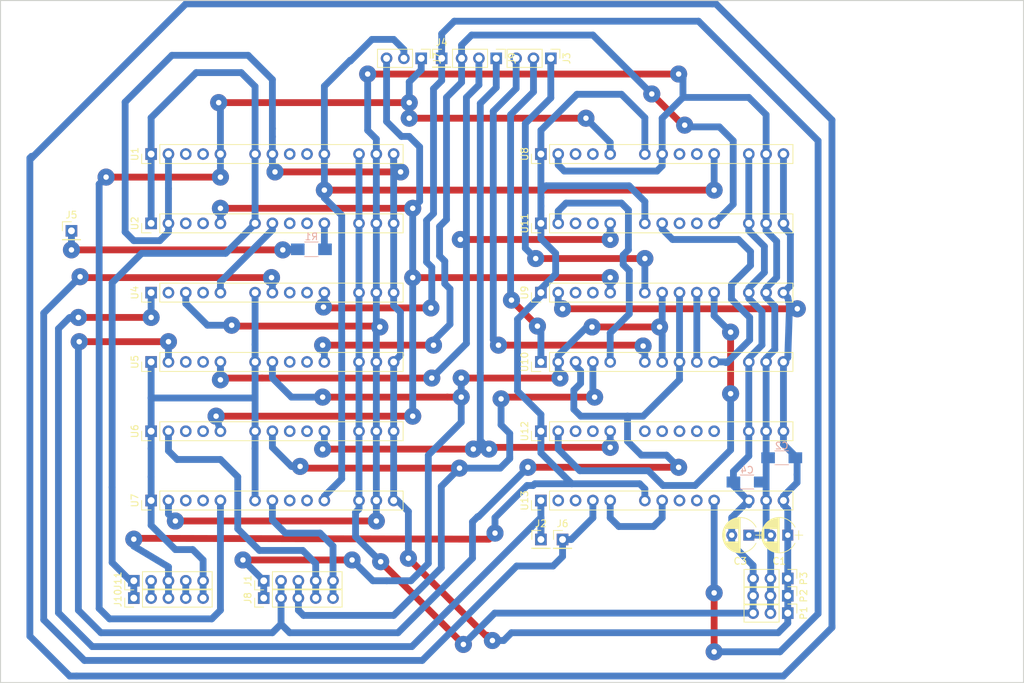
<source format=kicad_pcb>
(kicad_pcb (version 4) (host pcbnew 4.0.7+dfsg1-1)

  (general
    (links 131)
    (no_connects 4)
    (area 14.924999 14.924999 165.075001 115.075001)
    (thickness 1.6)
    (drawings 4)
    (tracks 657)
    (zones 0)
    (modules 31)
    (nets 78)
  )

  (page A4)
  (layers
    (0 F.Cu signal)
    (31 B.Cu signal)
    (33 F.Adhes user)
    (35 F.Paste user)
    (37 F.SilkS user)
    (39 F.Mask user)
    (40 Dwgs.User user)
    (41 Cmts.User user)
    (42 Eco1.User user)
    (43 Eco2.User user)
    (44 Edge.Cuts user)
    (45 Margin user)
    (47 F.CrtYd user)
    (49 F.Fab user)
  )

  (setup
    (last_trace_width 1)
    (trace_clearance 0.8)
    (zone_clearance 0.508)
    (zone_45_only no)
    (trace_min 0.2)
    (segment_width 0.2)
    (edge_width 0.15)
    (via_size 2.5)
    (via_drill 0.8)
    (via_min_size 0.4)
    (via_min_drill 0.3)
    (uvia_size 0.3)
    (uvia_drill 0.1)
    (uvias_allowed no)
    (uvia_min_size 0.2)
    (uvia_min_drill 0.1)
    (pcb_text_width 0.3)
    (pcb_text_size 1.5 1.5)
    (mod_edge_width 0.15)
    (mod_text_size 1 1)
    (mod_text_width 0.15)
    (pad_size 1.524 1.524)
    (pad_drill 0.762)
    (pad_to_mask_clearance 0.2)
    (aux_axis_origin 0 0)
    (visible_elements FFFFFF7F)
    (pcbplotparams
      (layerselection 0x00030_80000001)
      (usegerberextensions false)
      (excludeedgelayer true)
      (linewidth 0.100000)
      (plotframeref false)
      (viasonmask false)
      (mode 1)
      (useauxorigin false)
      (hpglpennumber 1)
      (hpglpenspeed 20)
      (hpglpendiameter 15)
      (hpglpenoverlay 2)
      (psnegative false)
      (psa4output false)
      (plotreference true)
      (plotvalue true)
      (plotinvisibletext false)
      (padsonsilk false)
      (subtractmaskfromsilk false)
      (outputformat 1)
      (mirror false)
      (drillshape 1)
      (scaleselection 1)
      (outputdirectory ""))
  )

  (net 0 "")
  (net 1 +5V)
  (net 2 GNDREF)
  (net 3 -5V)
  (net 4 /OPCODE_0)
  (net 5 /OPCODE_1)
  (net 6 /OPCODE_2)
  (net 7 /OPCODE_3)
  (net 8 /OPCODE_4)
  (net 9 /INSTRUCTION_CYCLE)
  (net 10 /MEM_Q_HI)
  (net 11 /MEM_Q_MI)
  (net 12 /MEM_Q_LO)
  (net 13 /MEM_CLK)
  (net 14 /ASSIGN_SIGNAL)
  (net 15 /COUNTER_CLOCK)
  (net 16 /MEM_HI)
  (net 17 /MEM_MI)
  (net 18 /MEM_LO)
  (net 19 /MEM_A_HI)
  (net 20 /MEM_A_MI)
  (net 21 /MEM_A_LO)
  (net 22 /ENABLE_JMP)
  (net 23 /ENABLE_SKIP)
  (net 24 /ENABLE_OPA)
  (net 25 /ENABLE_COPY)
  (net 26 /ENABLE_WRT)
  (net 27 "Net-(R1-Pad1)")
  (net 28 "Net-(U1-Pad3)")
  (net 29 "Net-(U1-Pad4)")
  (net 30 "Net-(U1-Pad9)")
  (net 31 "Net-(U1-Pad10)")
  (net 32 "Net-(U2-Pad3)")
  (net 33 "Net-(U2-Pad4)")
  (net 34 "Net-(U2-Pad8)")
  (net 35 "Net-(U2-Pad9)")
  (net 36 "Net-(U2-Pad10)")
  (net 37 "Net-(U4-Pad2)")
  (net 38 "Net-(U4-Pad4)")
  (net 39 "Net-(U4-Pad9)")
  (net 40 "Net-(U4-Pad10)")
  (net 41 "Net-(U5-Pad3)")
  (net 42 "Net-(U5-Pad4)")
  (net 43 "Net-(U5-Pad9)")
  (net 44 "Net-(U5-Pad10)")
  (net 45 "Net-(U6-Pad3)")
  (net 46 "Net-(U6-Pad4)")
  (net 47 "Net-(U6-Pad9)")
  (net 48 "Net-(U6-Pad10)")
  (net 49 "Net-(U7-Pad3)")
  (net 50 "Net-(U7-Pad4)")
  (net 51 "Net-(U7-Pad9)")
  (net 52 "Net-(U7-Pad10)")
  (net 53 "Net-(U8-Pad3)")
  (net 54 "Net-(U8-Pad4)")
  (net 55 "Net-(U8-Pad9)")
  (net 56 "Net-(U8-Pad10)")
  (net 57 "Net-(U9-Pad3)")
  (net 58 "Net-(U9-Pad4)")
  (net 59 "Net-(U12-Pad2)")
  (net 60 "Net-(U10-Pad5)")
  (net 61 "Net-(U10-Pad11)")
  (net 62 "Net-(U11-Pad3)")
  (net 63 "Net-(U11-Pad4)")
  (net 64 "Net-(U11-Pad9)")
  (net 65 "Net-(U11-Pad10)")
  (net 66 "Net-(U12-Pad3)")
  (net 67 "Net-(U12-Pad4)")
  (net 68 "Net-(U12-Pad7)")
  (net 69 "Net-(U12-Pad8)")
  (net 70 "Net-(U12-Pad9)")
  (net 71 "Net-(U12-Pad10)")
  (net 72 "Net-(U12-Pad11)")
  (net 73 "Net-(U13-Pad2)")
  (net 74 "Net-(U13-Pad3)")
  (net 75 "Net-(U13-Pad5)")
  (net 76 "Net-(U13-Pad9)")
  (net 77 "Net-(U13-Pad10)")

  (net_class Default "This is the default net class."
    (clearance 0.8)
    (trace_width 1)
    (via_dia 2.5)
    (via_drill 0.8)
    (uvia_dia 0.3)
    (uvia_drill 0.1)
    (add_net +5V)
    (add_net -5V)
    (add_net /ASSIGN_SIGNAL)
    (add_net /COUNTER_CLOCK)
    (add_net /ENABLE_COPY)
    (add_net /ENABLE_JMP)
    (add_net /ENABLE_OPA)
    (add_net /ENABLE_SKIP)
    (add_net /ENABLE_WRT)
    (add_net /INSTRUCTION_CYCLE)
    (add_net /MEM_A_HI)
    (add_net /MEM_A_LO)
    (add_net /MEM_A_MI)
    (add_net /MEM_CLK)
    (add_net /MEM_HI)
    (add_net /MEM_LO)
    (add_net /MEM_MI)
    (add_net /MEM_Q_HI)
    (add_net /MEM_Q_LO)
    (add_net /MEM_Q_MI)
    (add_net /OPCODE_0)
    (add_net /OPCODE_1)
    (add_net /OPCODE_2)
    (add_net /OPCODE_3)
    (add_net /OPCODE_4)
    (add_net GNDREF)
    (add_net "Net-(R1-Pad1)")
    (add_net "Net-(U1-Pad10)")
    (add_net "Net-(U1-Pad3)")
    (add_net "Net-(U1-Pad4)")
    (add_net "Net-(U1-Pad9)")
    (add_net "Net-(U10-Pad11)")
    (add_net "Net-(U10-Pad5)")
    (add_net "Net-(U11-Pad10)")
    (add_net "Net-(U11-Pad3)")
    (add_net "Net-(U11-Pad4)")
    (add_net "Net-(U11-Pad9)")
    (add_net "Net-(U12-Pad10)")
    (add_net "Net-(U12-Pad11)")
    (add_net "Net-(U12-Pad2)")
    (add_net "Net-(U12-Pad3)")
    (add_net "Net-(U12-Pad4)")
    (add_net "Net-(U12-Pad7)")
    (add_net "Net-(U12-Pad8)")
    (add_net "Net-(U12-Pad9)")
    (add_net "Net-(U13-Pad10)")
    (add_net "Net-(U13-Pad2)")
    (add_net "Net-(U13-Pad3)")
    (add_net "Net-(U13-Pad5)")
    (add_net "Net-(U13-Pad9)")
    (add_net "Net-(U2-Pad10)")
    (add_net "Net-(U2-Pad3)")
    (add_net "Net-(U2-Pad4)")
    (add_net "Net-(U2-Pad8)")
    (add_net "Net-(U2-Pad9)")
    (add_net "Net-(U4-Pad10)")
    (add_net "Net-(U4-Pad2)")
    (add_net "Net-(U4-Pad4)")
    (add_net "Net-(U4-Pad9)")
    (add_net "Net-(U5-Pad10)")
    (add_net "Net-(U5-Pad3)")
    (add_net "Net-(U5-Pad4)")
    (add_net "Net-(U5-Pad9)")
    (add_net "Net-(U6-Pad10)")
    (add_net "Net-(U6-Pad3)")
    (add_net "Net-(U6-Pad4)")
    (add_net "Net-(U6-Pad9)")
    (add_net "Net-(U7-Pad10)")
    (add_net "Net-(U7-Pad3)")
    (add_net "Net-(U7-Pad4)")
    (add_net "Net-(U7-Pad9)")
    (add_net "Net-(U8-Pad10)")
    (add_net "Net-(U8-Pad3)")
    (add_net "Net-(U8-Pad4)")
    (add_net "Net-(U8-Pad9)")
    (add_net "Net-(U9-Pad3)")
    (add_net "Net-(U9-Pad4)")
  )

  (module Capacitors_THT:CP_Radial_D5.0mm_P2.50mm (layer F.Cu) (tedit 597BC7C2) (tstamp 5A27AD50)
    (at 130.429 93.391 180)
    (descr "CP, Radial series, Radial, pin pitch=2.50mm, , diameter=5mm, Electrolytic Capacitor")
    (tags "CP Radial series Radial pin pitch 2.50mm  diameter 5mm Electrolytic Capacitor")
    (path /5A1EE63D)
    (fp_text reference C1 (at 1.25 -3.81 180) (layer F.SilkS)
      (effects (font (size 1 1) (thickness 0.15)))
    )
    (fp_text value 4.7u (at 1.25 3.81 180) (layer F.Fab)
      (effects (font (size 1 1) (thickness 0.15)))
    )
    (fp_arc (start 1.25 0) (end -1.05558 -1.18) (angle 125.8) (layer F.SilkS) (width 0.12))
    (fp_arc (start 1.25 0) (end -1.05558 1.18) (angle -125.8) (layer F.SilkS) (width 0.12))
    (fp_arc (start 1.25 0) (end 3.55558 -1.18) (angle 54.2) (layer F.SilkS) (width 0.12))
    (fp_circle (center 1.25 0) (end 3.75 0) (layer F.Fab) (width 0.1))
    (fp_line (start -2.2 0) (end -1 0) (layer F.Fab) (width 0.1))
    (fp_line (start -1.6 -0.65) (end -1.6 0.65) (layer F.Fab) (width 0.1))
    (fp_line (start 1.25 -2.55) (end 1.25 2.55) (layer F.SilkS) (width 0.12))
    (fp_line (start 1.29 -2.55) (end 1.29 2.55) (layer F.SilkS) (width 0.12))
    (fp_line (start 1.33 -2.549) (end 1.33 2.549) (layer F.SilkS) (width 0.12))
    (fp_line (start 1.37 -2.548) (end 1.37 2.548) (layer F.SilkS) (width 0.12))
    (fp_line (start 1.41 -2.546) (end 1.41 2.546) (layer F.SilkS) (width 0.12))
    (fp_line (start 1.45 -2.543) (end 1.45 2.543) (layer F.SilkS) (width 0.12))
    (fp_line (start 1.49 -2.539) (end 1.49 2.539) (layer F.SilkS) (width 0.12))
    (fp_line (start 1.53 -2.535) (end 1.53 -0.98) (layer F.SilkS) (width 0.12))
    (fp_line (start 1.53 0.98) (end 1.53 2.535) (layer F.SilkS) (width 0.12))
    (fp_line (start 1.57 -2.531) (end 1.57 -0.98) (layer F.SilkS) (width 0.12))
    (fp_line (start 1.57 0.98) (end 1.57 2.531) (layer F.SilkS) (width 0.12))
    (fp_line (start 1.61 -2.525) (end 1.61 -0.98) (layer F.SilkS) (width 0.12))
    (fp_line (start 1.61 0.98) (end 1.61 2.525) (layer F.SilkS) (width 0.12))
    (fp_line (start 1.65 -2.519) (end 1.65 -0.98) (layer F.SilkS) (width 0.12))
    (fp_line (start 1.65 0.98) (end 1.65 2.519) (layer F.SilkS) (width 0.12))
    (fp_line (start 1.69 -2.513) (end 1.69 -0.98) (layer F.SilkS) (width 0.12))
    (fp_line (start 1.69 0.98) (end 1.69 2.513) (layer F.SilkS) (width 0.12))
    (fp_line (start 1.73 -2.506) (end 1.73 -0.98) (layer F.SilkS) (width 0.12))
    (fp_line (start 1.73 0.98) (end 1.73 2.506) (layer F.SilkS) (width 0.12))
    (fp_line (start 1.77 -2.498) (end 1.77 -0.98) (layer F.SilkS) (width 0.12))
    (fp_line (start 1.77 0.98) (end 1.77 2.498) (layer F.SilkS) (width 0.12))
    (fp_line (start 1.81 -2.489) (end 1.81 -0.98) (layer F.SilkS) (width 0.12))
    (fp_line (start 1.81 0.98) (end 1.81 2.489) (layer F.SilkS) (width 0.12))
    (fp_line (start 1.85 -2.48) (end 1.85 -0.98) (layer F.SilkS) (width 0.12))
    (fp_line (start 1.85 0.98) (end 1.85 2.48) (layer F.SilkS) (width 0.12))
    (fp_line (start 1.89 -2.47) (end 1.89 -0.98) (layer F.SilkS) (width 0.12))
    (fp_line (start 1.89 0.98) (end 1.89 2.47) (layer F.SilkS) (width 0.12))
    (fp_line (start 1.93 -2.46) (end 1.93 -0.98) (layer F.SilkS) (width 0.12))
    (fp_line (start 1.93 0.98) (end 1.93 2.46) (layer F.SilkS) (width 0.12))
    (fp_line (start 1.971 -2.448) (end 1.971 -0.98) (layer F.SilkS) (width 0.12))
    (fp_line (start 1.971 0.98) (end 1.971 2.448) (layer F.SilkS) (width 0.12))
    (fp_line (start 2.011 -2.436) (end 2.011 -0.98) (layer F.SilkS) (width 0.12))
    (fp_line (start 2.011 0.98) (end 2.011 2.436) (layer F.SilkS) (width 0.12))
    (fp_line (start 2.051 -2.424) (end 2.051 -0.98) (layer F.SilkS) (width 0.12))
    (fp_line (start 2.051 0.98) (end 2.051 2.424) (layer F.SilkS) (width 0.12))
    (fp_line (start 2.091 -2.41) (end 2.091 -0.98) (layer F.SilkS) (width 0.12))
    (fp_line (start 2.091 0.98) (end 2.091 2.41) (layer F.SilkS) (width 0.12))
    (fp_line (start 2.131 -2.396) (end 2.131 -0.98) (layer F.SilkS) (width 0.12))
    (fp_line (start 2.131 0.98) (end 2.131 2.396) (layer F.SilkS) (width 0.12))
    (fp_line (start 2.171 -2.382) (end 2.171 -0.98) (layer F.SilkS) (width 0.12))
    (fp_line (start 2.171 0.98) (end 2.171 2.382) (layer F.SilkS) (width 0.12))
    (fp_line (start 2.211 -2.366) (end 2.211 -0.98) (layer F.SilkS) (width 0.12))
    (fp_line (start 2.211 0.98) (end 2.211 2.366) (layer F.SilkS) (width 0.12))
    (fp_line (start 2.251 -2.35) (end 2.251 -0.98) (layer F.SilkS) (width 0.12))
    (fp_line (start 2.251 0.98) (end 2.251 2.35) (layer F.SilkS) (width 0.12))
    (fp_line (start 2.291 -2.333) (end 2.291 -0.98) (layer F.SilkS) (width 0.12))
    (fp_line (start 2.291 0.98) (end 2.291 2.333) (layer F.SilkS) (width 0.12))
    (fp_line (start 2.331 -2.315) (end 2.331 -0.98) (layer F.SilkS) (width 0.12))
    (fp_line (start 2.331 0.98) (end 2.331 2.315) (layer F.SilkS) (width 0.12))
    (fp_line (start 2.371 -2.296) (end 2.371 -0.98) (layer F.SilkS) (width 0.12))
    (fp_line (start 2.371 0.98) (end 2.371 2.296) (layer F.SilkS) (width 0.12))
    (fp_line (start 2.411 -2.276) (end 2.411 -0.98) (layer F.SilkS) (width 0.12))
    (fp_line (start 2.411 0.98) (end 2.411 2.276) (layer F.SilkS) (width 0.12))
    (fp_line (start 2.451 -2.256) (end 2.451 -0.98) (layer F.SilkS) (width 0.12))
    (fp_line (start 2.451 0.98) (end 2.451 2.256) (layer F.SilkS) (width 0.12))
    (fp_line (start 2.491 -2.234) (end 2.491 -0.98) (layer F.SilkS) (width 0.12))
    (fp_line (start 2.491 0.98) (end 2.491 2.234) (layer F.SilkS) (width 0.12))
    (fp_line (start 2.531 -2.212) (end 2.531 -0.98) (layer F.SilkS) (width 0.12))
    (fp_line (start 2.531 0.98) (end 2.531 2.212) (layer F.SilkS) (width 0.12))
    (fp_line (start 2.571 -2.189) (end 2.571 -0.98) (layer F.SilkS) (width 0.12))
    (fp_line (start 2.571 0.98) (end 2.571 2.189) (layer F.SilkS) (width 0.12))
    (fp_line (start 2.611 -2.165) (end 2.611 -0.98) (layer F.SilkS) (width 0.12))
    (fp_line (start 2.611 0.98) (end 2.611 2.165) (layer F.SilkS) (width 0.12))
    (fp_line (start 2.651 -2.14) (end 2.651 -0.98) (layer F.SilkS) (width 0.12))
    (fp_line (start 2.651 0.98) (end 2.651 2.14) (layer F.SilkS) (width 0.12))
    (fp_line (start 2.691 -2.113) (end 2.691 -0.98) (layer F.SilkS) (width 0.12))
    (fp_line (start 2.691 0.98) (end 2.691 2.113) (layer F.SilkS) (width 0.12))
    (fp_line (start 2.731 -2.086) (end 2.731 -0.98) (layer F.SilkS) (width 0.12))
    (fp_line (start 2.731 0.98) (end 2.731 2.086) (layer F.SilkS) (width 0.12))
    (fp_line (start 2.771 -2.058) (end 2.771 -0.98) (layer F.SilkS) (width 0.12))
    (fp_line (start 2.771 0.98) (end 2.771 2.058) (layer F.SilkS) (width 0.12))
    (fp_line (start 2.811 -2.028) (end 2.811 -0.98) (layer F.SilkS) (width 0.12))
    (fp_line (start 2.811 0.98) (end 2.811 2.028) (layer F.SilkS) (width 0.12))
    (fp_line (start 2.851 -1.997) (end 2.851 -0.98) (layer F.SilkS) (width 0.12))
    (fp_line (start 2.851 0.98) (end 2.851 1.997) (layer F.SilkS) (width 0.12))
    (fp_line (start 2.891 -1.965) (end 2.891 -0.98) (layer F.SilkS) (width 0.12))
    (fp_line (start 2.891 0.98) (end 2.891 1.965) (layer F.SilkS) (width 0.12))
    (fp_line (start 2.931 -1.932) (end 2.931 -0.98) (layer F.SilkS) (width 0.12))
    (fp_line (start 2.931 0.98) (end 2.931 1.932) (layer F.SilkS) (width 0.12))
    (fp_line (start 2.971 -1.897) (end 2.971 -0.98) (layer F.SilkS) (width 0.12))
    (fp_line (start 2.971 0.98) (end 2.971 1.897) (layer F.SilkS) (width 0.12))
    (fp_line (start 3.011 -1.861) (end 3.011 -0.98) (layer F.SilkS) (width 0.12))
    (fp_line (start 3.011 0.98) (end 3.011 1.861) (layer F.SilkS) (width 0.12))
    (fp_line (start 3.051 -1.823) (end 3.051 -0.98) (layer F.SilkS) (width 0.12))
    (fp_line (start 3.051 0.98) (end 3.051 1.823) (layer F.SilkS) (width 0.12))
    (fp_line (start 3.091 -1.783) (end 3.091 -0.98) (layer F.SilkS) (width 0.12))
    (fp_line (start 3.091 0.98) (end 3.091 1.783) (layer F.SilkS) (width 0.12))
    (fp_line (start 3.131 -1.742) (end 3.131 -0.98) (layer F.SilkS) (width 0.12))
    (fp_line (start 3.131 0.98) (end 3.131 1.742) (layer F.SilkS) (width 0.12))
    (fp_line (start 3.171 -1.699) (end 3.171 -0.98) (layer F.SilkS) (width 0.12))
    (fp_line (start 3.171 0.98) (end 3.171 1.699) (layer F.SilkS) (width 0.12))
    (fp_line (start 3.211 -1.654) (end 3.211 -0.98) (layer F.SilkS) (width 0.12))
    (fp_line (start 3.211 0.98) (end 3.211 1.654) (layer F.SilkS) (width 0.12))
    (fp_line (start 3.251 -1.606) (end 3.251 -0.98) (layer F.SilkS) (width 0.12))
    (fp_line (start 3.251 0.98) (end 3.251 1.606) (layer F.SilkS) (width 0.12))
    (fp_line (start 3.291 -1.556) (end 3.291 -0.98) (layer F.SilkS) (width 0.12))
    (fp_line (start 3.291 0.98) (end 3.291 1.556) (layer F.SilkS) (width 0.12))
    (fp_line (start 3.331 -1.504) (end 3.331 -0.98) (layer F.SilkS) (width 0.12))
    (fp_line (start 3.331 0.98) (end 3.331 1.504) (layer F.SilkS) (width 0.12))
    (fp_line (start 3.371 -1.448) (end 3.371 -0.98) (layer F.SilkS) (width 0.12))
    (fp_line (start 3.371 0.98) (end 3.371 1.448) (layer F.SilkS) (width 0.12))
    (fp_line (start 3.411 -1.39) (end 3.411 -0.98) (layer F.SilkS) (width 0.12))
    (fp_line (start 3.411 0.98) (end 3.411 1.39) (layer F.SilkS) (width 0.12))
    (fp_line (start 3.451 -1.327) (end 3.451 -0.98) (layer F.SilkS) (width 0.12))
    (fp_line (start 3.451 0.98) (end 3.451 1.327) (layer F.SilkS) (width 0.12))
    (fp_line (start 3.491 -1.261) (end 3.491 1.261) (layer F.SilkS) (width 0.12))
    (fp_line (start 3.531 -1.189) (end 3.531 1.189) (layer F.SilkS) (width 0.12))
    (fp_line (start 3.571 -1.112) (end 3.571 1.112) (layer F.SilkS) (width 0.12))
    (fp_line (start 3.611 -1.028) (end 3.611 1.028) (layer F.SilkS) (width 0.12))
    (fp_line (start 3.651 -0.934) (end 3.651 0.934) (layer F.SilkS) (width 0.12))
    (fp_line (start 3.691 -0.829) (end 3.691 0.829) (layer F.SilkS) (width 0.12))
    (fp_line (start 3.731 -0.707) (end 3.731 0.707) (layer F.SilkS) (width 0.12))
    (fp_line (start 3.771 -0.559) (end 3.771 0.559) (layer F.SilkS) (width 0.12))
    (fp_line (start 3.811 -0.354) (end 3.811 0.354) (layer F.SilkS) (width 0.12))
    (fp_line (start -2.2 0) (end -1 0) (layer F.SilkS) (width 0.12))
    (fp_line (start -1.6 -0.65) (end -1.6 0.65) (layer F.SilkS) (width 0.12))
    (fp_line (start -1.6 -2.85) (end -1.6 2.85) (layer F.CrtYd) (width 0.05))
    (fp_line (start -1.6 2.85) (end 4.1 2.85) (layer F.CrtYd) (width 0.05))
    (fp_line (start 4.1 2.85) (end 4.1 -2.85) (layer F.CrtYd) (width 0.05))
    (fp_line (start 4.1 -2.85) (end -1.6 -2.85) (layer F.CrtYd) (width 0.05))
    (fp_text user %R (at 1.25 0 180) (layer F.Fab)
      (effects (font (size 1 1) (thickness 0.15)))
    )
    (pad 1 thru_hole rect (at 0 0 180) (size 1.6 1.6) (drill 0.8) (layers *.Cu *.Mask)
      (net 1 +5V))
    (pad 2 thru_hole circle (at 2.5 0 180) (size 1.6 1.6) (drill 0.8) (layers *.Cu *.Mask)
      (net 2 GNDREF))
    (model ${KISYS3DMOD}/Capacitors_THT.3dshapes/CP_Radial_D5.0mm_P2.50mm.wrl
      (at (xyz 0 0 0))
      (scale (xyz 1 1 1))
      (rotate (xyz 0 0 0))
    )
  )

  (module Capacitors_SMD:C_1206_HandSoldering (layer B.Cu) (tedit 58AA84D1) (tstamp 5A27AD56)
    (at 129.54 82.042 180)
    (descr "Capacitor SMD 1206, hand soldering")
    (tags "capacitor 1206")
    (path /5A1EE555)
    (attr smd)
    (fp_text reference C2 (at 0 1.75 180) (layer B.SilkS)
      (effects (font (size 1 1) (thickness 0.15)) (justify mirror))
    )
    (fp_text value .1u (at 0 -2 180) (layer B.Fab)
      (effects (font (size 1 1) (thickness 0.15)) (justify mirror))
    )
    (fp_text user %R (at 0 1.75 180) (layer B.Fab)
      (effects (font (size 1 1) (thickness 0.15)) (justify mirror))
    )
    (fp_line (start -1.6 -0.8) (end -1.6 0.8) (layer B.Fab) (width 0.1))
    (fp_line (start 1.6 -0.8) (end -1.6 -0.8) (layer B.Fab) (width 0.1))
    (fp_line (start 1.6 0.8) (end 1.6 -0.8) (layer B.Fab) (width 0.1))
    (fp_line (start -1.6 0.8) (end 1.6 0.8) (layer B.Fab) (width 0.1))
    (fp_line (start 1 1.02) (end -1 1.02) (layer B.SilkS) (width 0.12))
    (fp_line (start -1 -1.02) (end 1 -1.02) (layer B.SilkS) (width 0.12))
    (fp_line (start -3.25 1.05) (end 3.25 1.05) (layer B.CrtYd) (width 0.05))
    (fp_line (start -3.25 1.05) (end -3.25 -1.05) (layer B.CrtYd) (width 0.05))
    (fp_line (start 3.25 -1.05) (end 3.25 1.05) (layer B.CrtYd) (width 0.05))
    (fp_line (start 3.25 -1.05) (end -3.25 -1.05) (layer B.CrtYd) (width 0.05))
    (pad 1 smd rect (at -2 0 180) (size 2 1.6) (layers B.Cu)
      (net 1 +5V))
    (pad 2 smd rect (at 2 0 180) (size 2 1.6) (layers B.Cu)
      (net 2 GNDREF))
    (model Capacitors_SMD.3dshapes/C_1206.wrl
      (at (xyz 0 0 0))
      (scale (xyz 1 1 1))
      (rotate (xyz 0 0 0))
    )
  )

  (module Capacitors_THT:CP_Radial_D5.0mm_P2.50mm (layer F.Cu) (tedit 597BC7C2) (tstamp 5A27AD5C)
    (at 124.714 93.391 180)
    (descr "CP, Radial series, Radial, pin pitch=2.50mm, , diameter=5mm, Electrolytic Capacitor")
    (tags "CP Radial series Radial pin pitch 2.50mm  diameter 5mm Electrolytic Capacitor")
    (path /5A1EE81B)
    (fp_text reference C3 (at 1.25 -3.81 180) (layer F.SilkS)
      (effects (font (size 1 1) (thickness 0.15)))
    )
    (fp_text value 4.7u (at 1.25 3.81 180) (layer F.Fab)
      (effects (font (size 1 1) (thickness 0.15)))
    )
    (fp_arc (start 1.25 0) (end -1.05558 -1.18) (angle 125.8) (layer F.SilkS) (width 0.12))
    (fp_arc (start 1.25 0) (end -1.05558 1.18) (angle -125.8) (layer F.SilkS) (width 0.12))
    (fp_arc (start 1.25 0) (end 3.55558 -1.18) (angle 54.2) (layer F.SilkS) (width 0.12))
    (fp_circle (center 1.25 0) (end 3.75 0) (layer F.Fab) (width 0.1))
    (fp_line (start -2.2 0) (end -1 0) (layer F.Fab) (width 0.1))
    (fp_line (start -1.6 -0.65) (end -1.6 0.65) (layer F.Fab) (width 0.1))
    (fp_line (start 1.25 -2.55) (end 1.25 2.55) (layer F.SilkS) (width 0.12))
    (fp_line (start 1.29 -2.55) (end 1.29 2.55) (layer F.SilkS) (width 0.12))
    (fp_line (start 1.33 -2.549) (end 1.33 2.549) (layer F.SilkS) (width 0.12))
    (fp_line (start 1.37 -2.548) (end 1.37 2.548) (layer F.SilkS) (width 0.12))
    (fp_line (start 1.41 -2.546) (end 1.41 2.546) (layer F.SilkS) (width 0.12))
    (fp_line (start 1.45 -2.543) (end 1.45 2.543) (layer F.SilkS) (width 0.12))
    (fp_line (start 1.49 -2.539) (end 1.49 2.539) (layer F.SilkS) (width 0.12))
    (fp_line (start 1.53 -2.535) (end 1.53 -0.98) (layer F.SilkS) (width 0.12))
    (fp_line (start 1.53 0.98) (end 1.53 2.535) (layer F.SilkS) (width 0.12))
    (fp_line (start 1.57 -2.531) (end 1.57 -0.98) (layer F.SilkS) (width 0.12))
    (fp_line (start 1.57 0.98) (end 1.57 2.531) (layer F.SilkS) (width 0.12))
    (fp_line (start 1.61 -2.525) (end 1.61 -0.98) (layer F.SilkS) (width 0.12))
    (fp_line (start 1.61 0.98) (end 1.61 2.525) (layer F.SilkS) (width 0.12))
    (fp_line (start 1.65 -2.519) (end 1.65 -0.98) (layer F.SilkS) (width 0.12))
    (fp_line (start 1.65 0.98) (end 1.65 2.519) (layer F.SilkS) (width 0.12))
    (fp_line (start 1.69 -2.513) (end 1.69 -0.98) (layer F.SilkS) (width 0.12))
    (fp_line (start 1.69 0.98) (end 1.69 2.513) (layer F.SilkS) (width 0.12))
    (fp_line (start 1.73 -2.506) (end 1.73 -0.98) (layer F.SilkS) (width 0.12))
    (fp_line (start 1.73 0.98) (end 1.73 2.506) (layer F.SilkS) (width 0.12))
    (fp_line (start 1.77 -2.498) (end 1.77 -0.98) (layer F.SilkS) (width 0.12))
    (fp_line (start 1.77 0.98) (end 1.77 2.498) (layer F.SilkS) (width 0.12))
    (fp_line (start 1.81 -2.489) (end 1.81 -0.98) (layer F.SilkS) (width 0.12))
    (fp_line (start 1.81 0.98) (end 1.81 2.489) (layer F.SilkS) (width 0.12))
    (fp_line (start 1.85 -2.48) (end 1.85 -0.98) (layer F.SilkS) (width 0.12))
    (fp_line (start 1.85 0.98) (end 1.85 2.48) (layer F.SilkS) (width 0.12))
    (fp_line (start 1.89 -2.47) (end 1.89 -0.98) (layer F.SilkS) (width 0.12))
    (fp_line (start 1.89 0.98) (end 1.89 2.47) (layer F.SilkS) (width 0.12))
    (fp_line (start 1.93 -2.46) (end 1.93 -0.98) (layer F.SilkS) (width 0.12))
    (fp_line (start 1.93 0.98) (end 1.93 2.46) (layer F.SilkS) (width 0.12))
    (fp_line (start 1.971 -2.448) (end 1.971 -0.98) (layer F.SilkS) (width 0.12))
    (fp_line (start 1.971 0.98) (end 1.971 2.448) (layer F.SilkS) (width 0.12))
    (fp_line (start 2.011 -2.436) (end 2.011 -0.98) (layer F.SilkS) (width 0.12))
    (fp_line (start 2.011 0.98) (end 2.011 2.436) (layer F.SilkS) (width 0.12))
    (fp_line (start 2.051 -2.424) (end 2.051 -0.98) (layer F.SilkS) (width 0.12))
    (fp_line (start 2.051 0.98) (end 2.051 2.424) (layer F.SilkS) (width 0.12))
    (fp_line (start 2.091 -2.41) (end 2.091 -0.98) (layer F.SilkS) (width 0.12))
    (fp_line (start 2.091 0.98) (end 2.091 2.41) (layer F.SilkS) (width 0.12))
    (fp_line (start 2.131 -2.396) (end 2.131 -0.98) (layer F.SilkS) (width 0.12))
    (fp_line (start 2.131 0.98) (end 2.131 2.396) (layer F.SilkS) (width 0.12))
    (fp_line (start 2.171 -2.382) (end 2.171 -0.98) (layer F.SilkS) (width 0.12))
    (fp_line (start 2.171 0.98) (end 2.171 2.382) (layer F.SilkS) (width 0.12))
    (fp_line (start 2.211 -2.366) (end 2.211 -0.98) (layer F.SilkS) (width 0.12))
    (fp_line (start 2.211 0.98) (end 2.211 2.366) (layer F.SilkS) (width 0.12))
    (fp_line (start 2.251 -2.35) (end 2.251 -0.98) (layer F.SilkS) (width 0.12))
    (fp_line (start 2.251 0.98) (end 2.251 2.35) (layer F.SilkS) (width 0.12))
    (fp_line (start 2.291 -2.333) (end 2.291 -0.98) (layer F.SilkS) (width 0.12))
    (fp_line (start 2.291 0.98) (end 2.291 2.333) (layer F.SilkS) (width 0.12))
    (fp_line (start 2.331 -2.315) (end 2.331 -0.98) (layer F.SilkS) (width 0.12))
    (fp_line (start 2.331 0.98) (end 2.331 2.315) (layer F.SilkS) (width 0.12))
    (fp_line (start 2.371 -2.296) (end 2.371 -0.98) (layer F.SilkS) (width 0.12))
    (fp_line (start 2.371 0.98) (end 2.371 2.296) (layer F.SilkS) (width 0.12))
    (fp_line (start 2.411 -2.276) (end 2.411 -0.98) (layer F.SilkS) (width 0.12))
    (fp_line (start 2.411 0.98) (end 2.411 2.276) (layer F.SilkS) (width 0.12))
    (fp_line (start 2.451 -2.256) (end 2.451 -0.98) (layer F.SilkS) (width 0.12))
    (fp_line (start 2.451 0.98) (end 2.451 2.256) (layer F.SilkS) (width 0.12))
    (fp_line (start 2.491 -2.234) (end 2.491 -0.98) (layer F.SilkS) (width 0.12))
    (fp_line (start 2.491 0.98) (end 2.491 2.234) (layer F.SilkS) (width 0.12))
    (fp_line (start 2.531 -2.212) (end 2.531 -0.98) (layer F.SilkS) (width 0.12))
    (fp_line (start 2.531 0.98) (end 2.531 2.212) (layer F.SilkS) (width 0.12))
    (fp_line (start 2.571 -2.189) (end 2.571 -0.98) (layer F.SilkS) (width 0.12))
    (fp_line (start 2.571 0.98) (end 2.571 2.189) (layer F.SilkS) (width 0.12))
    (fp_line (start 2.611 -2.165) (end 2.611 -0.98) (layer F.SilkS) (width 0.12))
    (fp_line (start 2.611 0.98) (end 2.611 2.165) (layer F.SilkS) (width 0.12))
    (fp_line (start 2.651 -2.14) (end 2.651 -0.98) (layer F.SilkS) (width 0.12))
    (fp_line (start 2.651 0.98) (end 2.651 2.14) (layer F.SilkS) (width 0.12))
    (fp_line (start 2.691 -2.113) (end 2.691 -0.98) (layer F.SilkS) (width 0.12))
    (fp_line (start 2.691 0.98) (end 2.691 2.113) (layer F.SilkS) (width 0.12))
    (fp_line (start 2.731 -2.086) (end 2.731 -0.98) (layer F.SilkS) (width 0.12))
    (fp_line (start 2.731 0.98) (end 2.731 2.086) (layer F.SilkS) (width 0.12))
    (fp_line (start 2.771 -2.058) (end 2.771 -0.98) (layer F.SilkS) (width 0.12))
    (fp_line (start 2.771 0.98) (end 2.771 2.058) (layer F.SilkS) (width 0.12))
    (fp_line (start 2.811 -2.028) (end 2.811 -0.98) (layer F.SilkS) (width 0.12))
    (fp_line (start 2.811 0.98) (end 2.811 2.028) (layer F.SilkS) (width 0.12))
    (fp_line (start 2.851 -1.997) (end 2.851 -0.98) (layer F.SilkS) (width 0.12))
    (fp_line (start 2.851 0.98) (end 2.851 1.997) (layer F.SilkS) (width 0.12))
    (fp_line (start 2.891 -1.965) (end 2.891 -0.98) (layer F.SilkS) (width 0.12))
    (fp_line (start 2.891 0.98) (end 2.891 1.965) (layer F.SilkS) (width 0.12))
    (fp_line (start 2.931 -1.932) (end 2.931 -0.98) (layer F.SilkS) (width 0.12))
    (fp_line (start 2.931 0.98) (end 2.931 1.932) (layer F.SilkS) (width 0.12))
    (fp_line (start 2.971 -1.897) (end 2.971 -0.98) (layer F.SilkS) (width 0.12))
    (fp_line (start 2.971 0.98) (end 2.971 1.897) (layer F.SilkS) (width 0.12))
    (fp_line (start 3.011 -1.861) (end 3.011 -0.98) (layer F.SilkS) (width 0.12))
    (fp_line (start 3.011 0.98) (end 3.011 1.861) (layer F.SilkS) (width 0.12))
    (fp_line (start 3.051 -1.823) (end 3.051 -0.98) (layer F.SilkS) (width 0.12))
    (fp_line (start 3.051 0.98) (end 3.051 1.823) (layer F.SilkS) (width 0.12))
    (fp_line (start 3.091 -1.783) (end 3.091 -0.98) (layer F.SilkS) (width 0.12))
    (fp_line (start 3.091 0.98) (end 3.091 1.783) (layer F.SilkS) (width 0.12))
    (fp_line (start 3.131 -1.742) (end 3.131 -0.98) (layer F.SilkS) (width 0.12))
    (fp_line (start 3.131 0.98) (end 3.131 1.742) (layer F.SilkS) (width 0.12))
    (fp_line (start 3.171 -1.699) (end 3.171 -0.98) (layer F.SilkS) (width 0.12))
    (fp_line (start 3.171 0.98) (end 3.171 1.699) (layer F.SilkS) (width 0.12))
    (fp_line (start 3.211 -1.654) (end 3.211 -0.98) (layer F.SilkS) (width 0.12))
    (fp_line (start 3.211 0.98) (end 3.211 1.654) (layer F.SilkS) (width 0.12))
    (fp_line (start 3.251 -1.606) (end 3.251 -0.98) (layer F.SilkS) (width 0.12))
    (fp_line (start 3.251 0.98) (end 3.251 1.606) (layer F.SilkS) (width 0.12))
    (fp_line (start 3.291 -1.556) (end 3.291 -0.98) (layer F.SilkS) (width 0.12))
    (fp_line (start 3.291 0.98) (end 3.291 1.556) (layer F.SilkS) (width 0.12))
    (fp_line (start 3.331 -1.504) (end 3.331 -0.98) (layer F.SilkS) (width 0.12))
    (fp_line (start 3.331 0.98) (end 3.331 1.504) (layer F.SilkS) (width 0.12))
    (fp_line (start 3.371 -1.448) (end 3.371 -0.98) (layer F.SilkS) (width 0.12))
    (fp_line (start 3.371 0.98) (end 3.371 1.448) (layer F.SilkS) (width 0.12))
    (fp_line (start 3.411 -1.39) (end 3.411 -0.98) (layer F.SilkS) (width 0.12))
    (fp_line (start 3.411 0.98) (end 3.411 1.39) (layer F.SilkS) (width 0.12))
    (fp_line (start 3.451 -1.327) (end 3.451 -0.98) (layer F.SilkS) (width 0.12))
    (fp_line (start 3.451 0.98) (end 3.451 1.327) (layer F.SilkS) (width 0.12))
    (fp_line (start 3.491 -1.261) (end 3.491 1.261) (layer F.SilkS) (width 0.12))
    (fp_line (start 3.531 -1.189) (end 3.531 1.189) (layer F.SilkS) (width 0.12))
    (fp_line (start 3.571 -1.112) (end 3.571 1.112) (layer F.SilkS) (width 0.12))
    (fp_line (start 3.611 -1.028) (end 3.611 1.028) (layer F.SilkS) (width 0.12))
    (fp_line (start 3.651 -0.934) (end 3.651 0.934) (layer F.SilkS) (width 0.12))
    (fp_line (start 3.691 -0.829) (end 3.691 0.829) (layer F.SilkS) (width 0.12))
    (fp_line (start 3.731 -0.707) (end 3.731 0.707) (layer F.SilkS) (width 0.12))
    (fp_line (start 3.771 -0.559) (end 3.771 0.559) (layer F.SilkS) (width 0.12))
    (fp_line (start 3.811 -0.354) (end 3.811 0.354) (layer F.SilkS) (width 0.12))
    (fp_line (start -2.2 0) (end -1 0) (layer F.SilkS) (width 0.12))
    (fp_line (start -1.6 -0.65) (end -1.6 0.65) (layer F.SilkS) (width 0.12))
    (fp_line (start -1.6 -2.85) (end -1.6 2.85) (layer F.CrtYd) (width 0.05))
    (fp_line (start -1.6 2.85) (end 4.1 2.85) (layer F.CrtYd) (width 0.05))
    (fp_line (start 4.1 2.85) (end 4.1 -2.85) (layer F.CrtYd) (width 0.05))
    (fp_line (start 4.1 -2.85) (end -1.6 -2.85) (layer F.CrtYd) (width 0.05))
    (fp_text user %R (at 1.25 0 180) (layer F.Fab)
      (effects (font (size 1 1) (thickness 0.15)))
    )
    (pad 1 thru_hole rect (at 0 0 180) (size 1.6 1.6) (drill 0.8) (layers *.Cu *.Mask)
      (net 2 GNDREF))
    (pad 2 thru_hole circle (at 2.5 0 180) (size 1.6 1.6) (drill 0.8) (layers *.Cu *.Mask)
      (net 3 -5V))
    (model ${KISYS3DMOD}/Capacitors_THT.3dshapes/CP_Radial_D5.0mm_P2.50mm.wrl
      (at (xyz 0 0 0))
      (scale (xyz 1 1 1))
      (rotate (xyz 0 0 0))
    )
  )

  (module Capacitors_SMD:C_1206_HandSoldering (layer B.Cu) (tedit 58AA84D1) (tstamp 5A27AD62)
    (at 124.46 85.598 180)
    (descr "Capacitor SMD 1206, hand soldering")
    (tags "capacitor 1206")
    (path /5A1EE8AA)
    (attr smd)
    (fp_text reference C4 (at 0 1.75 180) (layer B.SilkS)
      (effects (font (size 1 1) (thickness 0.15)) (justify mirror))
    )
    (fp_text value .1u (at 0 -2 180) (layer B.Fab)
      (effects (font (size 1 1) (thickness 0.15)) (justify mirror))
    )
    (fp_text user %R (at 0 1.75 180) (layer B.Fab)
      (effects (font (size 1 1) (thickness 0.15)) (justify mirror))
    )
    (fp_line (start -1.6 -0.8) (end -1.6 0.8) (layer B.Fab) (width 0.1))
    (fp_line (start 1.6 -0.8) (end -1.6 -0.8) (layer B.Fab) (width 0.1))
    (fp_line (start 1.6 0.8) (end 1.6 -0.8) (layer B.Fab) (width 0.1))
    (fp_line (start -1.6 0.8) (end 1.6 0.8) (layer B.Fab) (width 0.1))
    (fp_line (start 1 1.02) (end -1 1.02) (layer B.SilkS) (width 0.12))
    (fp_line (start -1 -1.02) (end 1 -1.02) (layer B.SilkS) (width 0.12))
    (fp_line (start -3.25 1.05) (end 3.25 1.05) (layer B.CrtYd) (width 0.05))
    (fp_line (start -3.25 1.05) (end -3.25 -1.05) (layer B.CrtYd) (width 0.05))
    (fp_line (start 3.25 -1.05) (end 3.25 1.05) (layer B.CrtYd) (width 0.05))
    (fp_line (start 3.25 -1.05) (end -3.25 -1.05) (layer B.CrtYd) (width 0.05))
    (pad 1 smd rect (at -2 0 180) (size 2 1.6) (layers B.Cu)
      (net 2 GNDREF))
    (pad 2 smd rect (at 2 0 180) (size 2 1.6) (layers B.Cu)
      (net 3 -5V))
    (model Capacitors_SMD.3dshapes/C_1206.wrl
      (at (xyz 0 0 0))
      (scale (xyz 1 1 1))
      (rotate (xyz 0 0 0))
    )
  )

  (module Pin_Headers:Pin_Header_Straight_1x05_Pitch2.54mm (layer F.Cu) (tedit 59650532) (tstamp 5A27AD6B)
    (at 53.594 100.076 90)
    (descr "Through hole straight pin header, 1x05, 2.54mm pitch, single row")
    (tags "Through hole pin header THT 1x05 2.54mm single row")
    (path /5A22EC44)
    (fp_text reference J1 (at 0 -2.33 90) (layer F.SilkS)
      (effects (font (size 1 1) (thickness 0.15)))
    )
    (fp_text value Conn_01x05 (at 0 12.49 90) (layer F.Fab)
      (effects (font (size 1 1) (thickness 0.15)))
    )
    (fp_line (start -0.635 -1.27) (end 1.27 -1.27) (layer F.Fab) (width 0.1))
    (fp_line (start 1.27 -1.27) (end 1.27 11.43) (layer F.Fab) (width 0.1))
    (fp_line (start 1.27 11.43) (end -1.27 11.43) (layer F.Fab) (width 0.1))
    (fp_line (start -1.27 11.43) (end -1.27 -0.635) (layer F.Fab) (width 0.1))
    (fp_line (start -1.27 -0.635) (end -0.635 -1.27) (layer F.Fab) (width 0.1))
    (fp_line (start -1.33 11.49) (end 1.33 11.49) (layer F.SilkS) (width 0.12))
    (fp_line (start -1.33 1.27) (end -1.33 11.49) (layer F.SilkS) (width 0.12))
    (fp_line (start 1.33 1.27) (end 1.33 11.49) (layer F.SilkS) (width 0.12))
    (fp_line (start -1.33 1.27) (end 1.33 1.27) (layer F.SilkS) (width 0.12))
    (fp_line (start -1.33 0) (end -1.33 -1.33) (layer F.SilkS) (width 0.12))
    (fp_line (start -1.33 -1.33) (end 0 -1.33) (layer F.SilkS) (width 0.12))
    (fp_line (start -1.8 -1.8) (end -1.8 11.95) (layer F.CrtYd) (width 0.05))
    (fp_line (start -1.8 11.95) (end 1.8 11.95) (layer F.CrtYd) (width 0.05))
    (fp_line (start 1.8 11.95) (end 1.8 -1.8) (layer F.CrtYd) (width 0.05))
    (fp_line (start 1.8 -1.8) (end -1.8 -1.8) (layer F.CrtYd) (width 0.05))
    (fp_text user %R (at 0 5.08 180) (layer F.Fab)
      (effects (font (size 1 1) (thickness 0.15)))
    )
    (pad 1 thru_hole rect (at 0 0 90) (size 1.7 1.7) (drill 1) (layers *.Cu *.Mask)
      (net 4 /OPCODE_0))
    (pad 2 thru_hole oval (at 0 2.54 90) (size 1.7 1.7) (drill 1) (layers *.Cu *.Mask)
      (net 5 /OPCODE_1))
    (pad 3 thru_hole oval (at 0 5.08 90) (size 1.7 1.7) (drill 1) (layers *.Cu *.Mask)
      (net 6 /OPCODE_2))
    (pad 4 thru_hole oval (at 0 7.62 90) (size 1.7 1.7) (drill 1) (layers *.Cu *.Mask)
      (net 7 /OPCODE_3))
    (pad 5 thru_hole oval (at 0 10.16 90) (size 1.7 1.7) (drill 1) (layers *.Cu *.Mask)
      (net 8 /OPCODE_4))
    (model ${KISYS3DMOD}/Pin_Headers.3dshapes/Pin_Header_Straight_1x05_Pitch2.54mm.wrl
      (at (xyz 0 0 0))
      (scale (xyz 1 1 1))
      (rotate (xyz 0 0 0))
    )
  )

  (module Pin_Headers:Pin_Header_Straight_1x01_Pitch2.54mm (layer F.Cu) (tedit 59650532) (tstamp 5A27AD70)
    (at 94.234 94.026)
    (descr "Through hole straight pin header, 1x01, 2.54mm pitch, single row")
    (tags "Through hole pin header THT 1x01 2.54mm single row")
    (path /5A27B78E)
    (fp_text reference J2 (at 0 -2.33) (layer F.SilkS)
      (effects (font (size 1 1) (thickness 0.15)))
    )
    (fp_text value Conn_01x01 (at 0 2.33) (layer F.Fab)
      (effects (font (size 1 1) (thickness 0.15)))
    )
    (fp_line (start -0.635 -1.27) (end 1.27 -1.27) (layer F.Fab) (width 0.1))
    (fp_line (start 1.27 -1.27) (end 1.27 1.27) (layer F.Fab) (width 0.1))
    (fp_line (start 1.27 1.27) (end -1.27 1.27) (layer F.Fab) (width 0.1))
    (fp_line (start -1.27 1.27) (end -1.27 -0.635) (layer F.Fab) (width 0.1))
    (fp_line (start -1.27 -0.635) (end -0.635 -1.27) (layer F.Fab) (width 0.1))
    (fp_line (start -1.33 1.33) (end 1.33 1.33) (layer F.SilkS) (width 0.12))
    (fp_line (start -1.33 1.27) (end -1.33 1.33) (layer F.SilkS) (width 0.12))
    (fp_line (start 1.33 1.27) (end 1.33 1.33) (layer F.SilkS) (width 0.12))
    (fp_line (start -1.33 1.27) (end 1.33 1.27) (layer F.SilkS) (width 0.12))
    (fp_line (start -1.33 0) (end -1.33 -1.33) (layer F.SilkS) (width 0.12))
    (fp_line (start -1.33 -1.33) (end 0 -1.33) (layer F.SilkS) (width 0.12))
    (fp_line (start -1.8 -1.8) (end -1.8 1.8) (layer F.CrtYd) (width 0.05))
    (fp_line (start -1.8 1.8) (end 1.8 1.8) (layer F.CrtYd) (width 0.05))
    (fp_line (start 1.8 1.8) (end 1.8 -1.8) (layer F.CrtYd) (width 0.05))
    (fp_line (start 1.8 -1.8) (end -1.8 -1.8) (layer F.CrtYd) (width 0.05))
    (fp_text user %R (at 0 0 90) (layer F.Fab)
      (effects (font (size 1 1) (thickness 0.15)))
    )
    (pad 1 thru_hole rect (at 0 0) (size 1.7 1.7) (drill 1) (layers *.Cu *.Mask)
      (net 9 /INSTRUCTION_CYCLE))
    (model ${KISYS3DMOD}/Pin_Headers.3dshapes/Pin_Header_Straight_1x01_Pitch2.54mm.wrl
      (at (xyz 0 0 0))
      (scale (xyz 1 1 1))
      (rotate (xyz 0 0 0))
    )
  )

  (module Pin_Headers:Pin_Header_Straight_1x03_Pitch2.54mm (layer F.Cu) (tedit 59650532) (tstamp 5A27AD77)
    (at 95.684 23.476 270)
    (descr "Through hole straight pin header, 1x03, 2.54mm pitch, single row")
    (tags "Through hole pin header THT 1x03 2.54mm single row")
    (path /5A27AE7A)
    (fp_text reference J3 (at 0 -2.33 270) (layer F.SilkS)
      (effects (font (size 1 1) (thickness 0.15)))
    )
    (fp_text value Conn_01x03 (at 0 7.41 270) (layer F.Fab)
      (effects (font (size 1 1) (thickness 0.15)))
    )
    (fp_line (start -0.635 -1.27) (end 1.27 -1.27) (layer F.Fab) (width 0.1))
    (fp_line (start 1.27 -1.27) (end 1.27 6.35) (layer F.Fab) (width 0.1))
    (fp_line (start 1.27 6.35) (end -1.27 6.35) (layer F.Fab) (width 0.1))
    (fp_line (start -1.27 6.35) (end -1.27 -0.635) (layer F.Fab) (width 0.1))
    (fp_line (start -1.27 -0.635) (end -0.635 -1.27) (layer F.Fab) (width 0.1))
    (fp_line (start -1.33 6.41) (end 1.33 6.41) (layer F.SilkS) (width 0.12))
    (fp_line (start -1.33 1.27) (end -1.33 6.41) (layer F.SilkS) (width 0.12))
    (fp_line (start 1.33 1.27) (end 1.33 6.41) (layer F.SilkS) (width 0.12))
    (fp_line (start -1.33 1.27) (end 1.33 1.27) (layer F.SilkS) (width 0.12))
    (fp_line (start -1.33 0) (end -1.33 -1.33) (layer F.SilkS) (width 0.12))
    (fp_line (start -1.33 -1.33) (end 0 -1.33) (layer F.SilkS) (width 0.12))
    (fp_line (start -1.8 -1.8) (end -1.8 6.85) (layer F.CrtYd) (width 0.05))
    (fp_line (start -1.8 6.85) (end 1.8 6.85) (layer F.CrtYd) (width 0.05))
    (fp_line (start 1.8 6.85) (end 1.8 -1.8) (layer F.CrtYd) (width 0.05))
    (fp_line (start 1.8 -1.8) (end -1.8 -1.8) (layer F.CrtYd) (width 0.05))
    (fp_text user %R (at 0 2.54 360) (layer F.Fab)
      (effects (font (size 1 1) (thickness 0.15)))
    )
    (pad 1 thru_hole rect (at 0 0 270) (size 1.7 1.7) (drill 1) (layers *.Cu *.Mask)
      (net 10 /MEM_Q_HI))
    (pad 2 thru_hole oval (at 0 2.54 270) (size 1.7 1.7) (drill 1) (layers *.Cu *.Mask)
      (net 11 /MEM_Q_MI))
    (pad 3 thru_hole oval (at 0 5.08 270) (size 1.7 1.7) (drill 1) (layers *.Cu *.Mask)
      (net 12 /MEM_Q_LO))
    (model ${KISYS3DMOD}/Pin_Headers.3dshapes/Pin_Header_Straight_1x03_Pitch2.54mm.wrl
      (at (xyz 0 0 0))
      (scale (xyz 1 1 1))
      (rotate (xyz 0 0 0))
    )
  )

  (module Pin_Headers:Pin_Header_Straight_1x01_Pitch2.54mm (layer F.Cu) (tedit 59650532) (tstamp 5A27AD7C)
    (at 79.684 23.476)
    (descr "Through hole straight pin header, 1x01, 2.54mm pitch, single row")
    (tags "Through hole pin header THT 1x01 2.54mm single row")
    (path /5A27B001)
    (fp_text reference J4 (at 0 -2.33) (layer F.SilkS)
      (effects (font (size 1 1) (thickness 0.15)))
    )
    (fp_text value Conn_01x01 (at 0 2.33) (layer F.Fab)
      (effects (font (size 1 1) (thickness 0.15)))
    )
    (fp_line (start -0.635 -1.27) (end 1.27 -1.27) (layer F.Fab) (width 0.1))
    (fp_line (start 1.27 -1.27) (end 1.27 1.27) (layer F.Fab) (width 0.1))
    (fp_line (start 1.27 1.27) (end -1.27 1.27) (layer F.Fab) (width 0.1))
    (fp_line (start -1.27 1.27) (end -1.27 -0.635) (layer F.Fab) (width 0.1))
    (fp_line (start -1.27 -0.635) (end -0.635 -1.27) (layer F.Fab) (width 0.1))
    (fp_line (start -1.33 1.33) (end 1.33 1.33) (layer F.SilkS) (width 0.12))
    (fp_line (start -1.33 1.27) (end -1.33 1.33) (layer F.SilkS) (width 0.12))
    (fp_line (start 1.33 1.27) (end 1.33 1.33) (layer F.SilkS) (width 0.12))
    (fp_line (start -1.33 1.27) (end 1.33 1.27) (layer F.SilkS) (width 0.12))
    (fp_line (start -1.33 0) (end -1.33 -1.33) (layer F.SilkS) (width 0.12))
    (fp_line (start -1.33 -1.33) (end 0 -1.33) (layer F.SilkS) (width 0.12))
    (fp_line (start -1.8 -1.8) (end -1.8 1.8) (layer F.CrtYd) (width 0.05))
    (fp_line (start -1.8 1.8) (end 1.8 1.8) (layer F.CrtYd) (width 0.05))
    (fp_line (start 1.8 1.8) (end 1.8 -1.8) (layer F.CrtYd) (width 0.05))
    (fp_line (start 1.8 -1.8) (end -1.8 -1.8) (layer F.CrtYd) (width 0.05))
    (fp_text user %R (at 0 0 90) (layer F.Fab)
      (effects (font (size 1 1) (thickness 0.15)))
    )
    (pad 1 thru_hole rect (at 0 0) (size 1.7 1.7) (drill 1) (layers *.Cu *.Mask)
      (net 13 /MEM_CLK))
    (model ${KISYS3DMOD}/Pin_Headers.3dshapes/Pin_Header_Straight_1x01_Pitch2.54mm.wrl
      (at (xyz 0 0 0))
      (scale (xyz 1 1 1))
      (rotate (xyz 0 0 0))
    )
  )

  (module Pin_Headers:Pin_Header_Straight_1x01_Pitch2.54mm (layer F.Cu) (tedit 59650532) (tstamp 5A27AD81)
    (at 25.4 48.768)
    (descr "Through hole straight pin header, 1x01, 2.54mm pitch, single row")
    (tags "Through hole pin header THT 1x01 2.54mm single row")
    (path /5A27BA61)
    (fp_text reference J5 (at 0 -2.33) (layer F.SilkS)
      (effects (font (size 1 1) (thickness 0.15)))
    )
    (fp_text value Conn_01x01 (at 0 2.33) (layer F.Fab)
      (effects (font (size 1 1) (thickness 0.15)))
    )
    (fp_line (start -0.635 -1.27) (end 1.27 -1.27) (layer F.Fab) (width 0.1))
    (fp_line (start 1.27 -1.27) (end 1.27 1.27) (layer F.Fab) (width 0.1))
    (fp_line (start 1.27 1.27) (end -1.27 1.27) (layer F.Fab) (width 0.1))
    (fp_line (start -1.27 1.27) (end -1.27 -0.635) (layer F.Fab) (width 0.1))
    (fp_line (start -1.27 -0.635) (end -0.635 -1.27) (layer F.Fab) (width 0.1))
    (fp_line (start -1.33 1.33) (end 1.33 1.33) (layer F.SilkS) (width 0.12))
    (fp_line (start -1.33 1.27) (end -1.33 1.33) (layer F.SilkS) (width 0.12))
    (fp_line (start 1.33 1.27) (end 1.33 1.33) (layer F.SilkS) (width 0.12))
    (fp_line (start -1.33 1.27) (end 1.33 1.27) (layer F.SilkS) (width 0.12))
    (fp_line (start -1.33 0) (end -1.33 -1.33) (layer F.SilkS) (width 0.12))
    (fp_line (start -1.33 -1.33) (end 0 -1.33) (layer F.SilkS) (width 0.12))
    (fp_line (start -1.8 -1.8) (end -1.8 1.8) (layer F.CrtYd) (width 0.05))
    (fp_line (start -1.8 1.8) (end 1.8 1.8) (layer F.CrtYd) (width 0.05))
    (fp_line (start 1.8 1.8) (end 1.8 -1.8) (layer F.CrtYd) (width 0.05))
    (fp_line (start 1.8 -1.8) (end -1.8 -1.8) (layer F.CrtYd) (width 0.05))
    (fp_text user %R (at 0 0 90) (layer F.Fab)
      (effects (font (size 1 1) (thickness 0.15)))
    )
    (pad 1 thru_hole rect (at 0 0) (size 1.7 1.7) (drill 1) (layers *.Cu *.Mask)
      (net 14 /ASSIGN_SIGNAL))
    (model ${KISYS3DMOD}/Pin_Headers.3dshapes/Pin_Header_Straight_1x01_Pitch2.54mm.wrl
      (at (xyz 0 0 0))
      (scale (xyz 1 1 1))
      (rotate (xyz 0 0 0))
    )
  )

  (module Pin_Headers:Pin_Header_Straight_1x01_Pitch2.54mm (layer F.Cu) (tedit 59650532) (tstamp 5A27AD86)
    (at 97.409 94.026)
    (descr "Through hole straight pin header, 1x01, 2.54mm pitch, single row")
    (tags "Through hole pin header THT 1x01 2.54mm single row")
    (path /5A27BBC6)
    (fp_text reference J6 (at 0 -2.33) (layer F.SilkS)
      (effects (font (size 1 1) (thickness 0.15)))
    )
    (fp_text value Conn_01x01 (at 0 2.33) (layer F.Fab)
      (effects (font (size 1 1) (thickness 0.15)))
    )
    (fp_line (start -0.635 -1.27) (end 1.27 -1.27) (layer F.Fab) (width 0.1))
    (fp_line (start 1.27 -1.27) (end 1.27 1.27) (layer F.Fab) (width 0.1))
    (fp_line (start 1.27 1.27) (end -1.27 1.27) (layer F.Fab) (width 0.1))
    (fp_line (start -1.27 1.27) (end -1.27 -0.635) (layer F.Fab) (width 0.1))
    (fp_line (start -1.27 -0.635) (end -0.635 -1.27) (layer F.Fab) (width 0.1))
    (fp_line (start -1.33 1.33) (end 1.33 1.33) (layer F.SilkS) (width 0.12))
    (fp_line (start -1.33 1.27) (end -1.33 1.33) (layer F.SilkS) (width 0.12))
    (fp_line (start 1.33 1.27) (end 1.33 1.33) (layer F.SilkS) (width 0.12))
    (fp_line (start -1.33 1.27) (end 1.33 1.27) (layer F.SilkS) (width 0.12))
    (fp_line (start -1.33 0) (end -1.33 -1.33) (layer F.SilkS) (width 0.12))
    (fp_line (start -1.33 -1.33) (end 0 -1.33) (layer F.SilkS) (width 0.12))
    (fp_line (start -1.8 -1.8) (end -1.8 1.8) (layer F.CrtYd) (width 0.05))
    (fp_line (start -1.8 1.8) (end 1.8 1.8) (layer F.CrtYd) (width 0.05))
    (fp_line (start 1.8 1.8) (end 1.8 -1.8) (layer F.CrtYd) (width 0.05))
    (fp_line (start 1.8 -1.8) (end -1.8 -1.8) (layer F.CrtYd) (width 0.05))
    (fp_text user %R (at 0 0 90) (layer F.Fab)
      (effects (font (size 1 1) (thickness 0.15)))
    )
    (pad 1 thru_hole rect (at 0 0) (size 1.7 1.7) (drill 1) (layers *.Cu *.Mask)
      (net 15 /COUNTER_CLOCK))
    (model ${KISYS3DMOD}/Pin_Headers.3dshapes/Pin_Header_Straight_1x01_Pitch2.54mm.wrl
      (at (xyz 0 0 0))
      (scale (xyz 1 1 1))
      (rotate (xyz 0 0 0))
    )
  )

  (module Pin_Headers:Pin_Header_Straight_1x03_Pitch2.54mm (layer F.Cu) (tedit 59650532) (tstamp 5A27AD8D)
    (at 76.684 23.476 270)
    (descr "Through hole straight pin header, 1x03, 2.54mm pitch, single row")
    (tags "Through hole pin header THT 1x03 2.54mm single row")
    (path /5A271CDA)
    (fp_text reference J7 (at 0 -2.33 270) (layer F.SilkS)
      (effects (font (size 1 1) (thickness 0.15)))
    )
    (fp_text value Conn_01x03 (at 0 7.41 270) (layer F.Fab)
      (effects (font (size 1 1) (thickness 0.15)))
    )
    (fp_line (start -0.635 -1.27) (end 1.27 -1.27) (layer F.Fab) (width 0.1))
    (fp_line (start 1.27 -1.27) (end 1.27 6.35) (layer F.Fab) (width 0.1))
    (fp_line (start 1.27 6.35) (end -1.27 6.35) (layer F.Fab) (width 0.1))
    (fp_line (start -1.27 6.35) (end -1.27 -0.635) (layer F.Fab) (width 0.1))
    (fp_line (start -1.27 -0.635) (end -0.635 -1.27) (layer F.Fab) (width 0.1))
    (fp_line (start -1.33 6.41) (end 1.33 6.41) (layer F.SilkS) (width 0.12))
    (fp_line (start -1.33 1.27) (end -1.33 6.41) (layer F.SilkS) (width 0.12))
    (fp_line (start 1.33 1.27) (end 1.33 6.41) (layer F.SilkS) (width 0.12))
    (fp_line (start -1.33 1.27) (end 1.33 1.27) (layer F.SilkS) (width 0.12))
    (fp_line (start -1.33 0) (end -1.33 -1.33) (layer F.SilkS) (width 0.12))
    (fp_line (start -1.33 -1.33) (end 0 -1.33) (layer F.SilkS) (width 0.12))
    (fp_line (start -1.8 -1.8) (end -1.8 6.85) (layer F.CrtYd) (width 0.05))
    (fp_line (start -1.8 6.85) (end 1.8 6.85) (layer F.CrtYd) (width 0.05))
    (fp_line (start 1.8 6.85) (end 1.8 -1.8) (layer F.CrtYd) (width 0.05))
    (fp_line (start 1.8 -1.8) (end -1.8 -1.8) (layer F.CrtYd) (width 0.05))
    (fp_text user %R (at 0 2.54 360) (layer F.Fab)
      (effects (font (size 1 1) (thickness 0.15)))
    )
    (pad 1 thru_hole rect (at 0 0 270) (size 1.7 1.7) (drill 1) (layers *.Cu *.Mask)
      (net 16 /MEM_HI))
    (pad 2 thru_hole oval (at 0 2.54 270) (size 1.7 1.7) (drill 1) (layers *.Cu *.Mask)
      (net 17 /MEM_MI))
    (pad 3 thru_hole oval (at 0 5.08 270) (size 1.7 1.7) (drill 1) (layers *.Cu *.Mask)
      (net 18 /MEM_LO))
    (model ${KISYS3DMOD}/Pin_Headers.3dshapes/Pin_Header_Straight_1x03_Pitch2.54mm.wrl
      (at (xyz 0 0 0))
      (scale (xyz 1 1 1))
      (rotate (xyz 0 0 0))
    )
  )

  (module Pin_Headers:Pin_Header_Straight_1x05_Pitch2.54mm (layer F.Cu) (tedit 59650532) (tstamp 5A27AD96)
    (at 53.594 102.616 90)
    (descr "Through hole straight pin header, 1x05, 2.54mm pitch, single row")
    (tags "Through hole pin header THT 1x05 2.54mm single row")
    (path /5A1F6ACF)
    (fp_text reference J8 (at 0 -2.33 90) (layer F.SilkS)
      (effects (font (size 1 1) (thickness 0.15)))
    )
    (fp_text value Conn_01x05 (at 0 12.49 90) (layer F.Fab)
      (effects (font (size 1 1) (thickness 0.15)))
    )
    (fp_line (start -0.635 -1.27) (end 1.27 -1.27) (layer F.Fab) (width 0.1))
    (fp_line (start 1.27 -1.27) (end 1.27 11.43) (layer F.Fab) (width 0.1))
    (fp_line (start 1.27 11.43) (end -1.27 11.43) (layer F.Fab) (width 0.1))
    (fp_line (start -1.27 11.43) (end -1.27 -0.635) (layer F.Fab) (width 0.1))
    (fp_line (start -1.27 -0.635) (end -0.635 -1.27) (layer F.Fab) (width 0.1))
    (fp_line (start -1.33 11.49) (end 1.33 11.49) (layer F.SilkS) (width 0.12))
    (fp_line (start -1.33 1.27) (end -1.33 11.49) (layer F.SilkS) (width 0.12))
    (fp_line (start 1.33 1.27) (end 1.33 11.49) (layer F.SilkS) (width 0.12))
    (fp_line (start -1.33 1.27) (end 1.33 1.27) (layer F.SilkS) (width 0.12))
    (fp_line (start -1.33 0) (end -1.33 -1.33) (layer F.SilkS) (width 0.12))
    (fp_line (start -1.33 -1.33) (end 0 -1.33) (layer F.SilkS) (width 0.12))
    (fp_line (start -1.8 -1.8) (end -1.8 11.95) (layer F.CrtYd) (width 0.05))
    (fp_line (start -1.8 11.95) (end 1.8 11.95) (layer F.CrtYd) (width 0.05))
    (fp_line (start 1.8 11.95) (end 1.8 -1.8) (layer F.CrtYd) (width 0.05))
    (fp_line (start 1.8 -1.8) (end -1.8 -1.8) (layer F.CrtYd) (width 0.05))
    (fp_text user %R (at 0 5.08 180) (layer F.Fab)
      (effects (font (size 1 1) (thickness 0.15)))
    )
    (pad 1 thru_hole rect (at 0 0 90) (size 1.7 1.7) (drill 1) (layers *.Cu *.Mask)
      (net 4 /OPCODE_0))
    (pad 2 thru_hole oval (at 0 2.54 90) (size 1.7 1.7) (drill 1) (layers *.Cu *.Mask)
      (net 5 /OPCODE_1))
    (pad 3 thru_hole oval (at 0 5.08 90) (size 1.7 1.7) (drill 1) (layers *.Cu *.Mask)
      (net 6 /OPCODE_2))
    (pad 4 thru_hole oval (at 0 7.62 90) (size 1.7 1.7) (drill 1) (layers *.Cu *.Mask)
      (net 7 /OPCODE_3))
    (pad 5 thru_hole oval (at 0 10.16 90) (size 1.7 1.7) (drill 1) (layers *.Cu *.Mask)
      (net 8 /OPCODE_4))
    (model ${KISYS3DMOD}/Pin_Headers.3dshapes/Pin_Header_Straight_1x05_Pitch2.54mm.wrl
      (at (xyz 0 0 0))
      (scale (xyz 1 1 1))
      (rotate (xyz 0 0 0))
    )
  )

  (module Pin_Headers:Pin_Header_Straight_1x03_Pitch2.54mm (layer F.Cu) (tedit 59650532) (tstamp 5A27AD9D)
    (at 87.684 23.476 270)
    (descr "Through hole straight pin header, 1x03, 2.54mm pitch, single row")
    (tags "Through hole pin header THT 1x03 2.54mm single row")
    (path /5A27AC93)
    (fp_text reference J9 (at 0 -2.33 270) (layer F.SilkS)
      (effects (font (size 1 1) (thickness 0.15)))
    )
    (fp_text value Conn_01x03 (at 0 7.41 270) (layer F.Fab)
      (effects (font (size 1 1) (thickness 0.15)))
    )
    (fp_line (start -0.635 -1.27) (end 1.27 -1.27) (layer F.Fab) (width 0.1))
    (fp_line (start 1.27 -1.27) (end 1.27 6.35) (layer F.Fab) (width 0.1))
    (fp_line (start 1.27 6.35) (end -1.27 6.35) (layer F.Fab) (width 0.1))
    (fp_line (start -1.27 6.35) (end -1.27 -0.635) (layer F.Fab) (width 0.1))
    (fp_line (start -1.27 -0.635) (end -0.635 -1.27) (layer F.Fab) (width 0.1))
    (fp_line (start -1.33 6.41) (end 1.33 6.41) (layer F.SilkS) (width 0.12))
    (fp_line (start -1.33 1.27) (end -1.33 6.41) (layer F.SilkS) (width 0.12))
    (fp_line (start 1.33 1.27) (end 1.33 6.41) (layer F.SilkS) (width 0.12))
    (fp_line (start -1.33 1.27) (end 1.33 1.27) (layer F.SilkS) (width 0.12))
    (fp_line (start -1.33 0) (end -1.33 -1.33) (layer F.SilkS) (width 0.12))
    (fp_line (start -1.33 -1.33) (end 0 -1.33) (layer F.SilkS) (width 0.12))
    (fp_line (start -1.8 -1.8) (end -1.8 6.85) (layer F.CrtYd) (width 0.05))
    (fp_line (start -1.8 6.85) (end 1.8 6.85) (layer F.CrtYd) (width 0.05))
    (fp_line (start 1.8 6.85) (end 1.8 -1.8) (layer F.CrtYd) (width 0.05))
    (fp_line (start 1.8 -1.8) (end -1.8 -1.8) (layer F.CrtYd) (width 0.05))
    (fp_text user %R (at 0 2.54 360) (layer F.Fab)
      (effects (font (size 1 1) (thickness 0.15)))
    )
    (pad 1 thru_hole rect (at 0 0 270) (size 1.7 1.7) (drill 1) (layers *.Cu *.Mask)
      (net 19 /MEM_A_HI))
    (pad 2 thru_hole oval (at 0 2.54 270) (size 1.7 1.7) (drill 1) (layers *.Cu *.Mask)
      (net 20 /MEM_A_MI))
    (pad 3 thru_hole oval (at 0 5.08 270) (size 1.7 1.7) (drill 1) (layers *.Cu *.Mask)
      (net 21 /MEM_A_LO))
    (model ${KISYS3DMOD}/Pin_Headers.3dshapes/Pin_Header_Straight_1x03_Pitch2.54mm.wrl
      (at (xyz 0 0 0))
      (scale (xyz 1 1 1))
      (rotate (xyz 0 0 0))
    )
  )

  (module Pin_Headers:Pin_Header_Straight_1x05_Pitch2.54mm (layer F.Cu) (tedit 59650532) (tstamp 5A27ADA6)
    (at 34.544 102.616 90)
    (descr "Through hole straight pin header, 1x05, 2.54mm pitch, single row")
    (tags "Through hole pin header THT 1x05 2.54mm single row")
    (path /5A27100D)
    (fp_text reference J10 (at 0 -2.33 90) (layer F.SilkS)
      (effects (font (size 1 1) (thickness 0.15)))
    )
    (fp_text value Conn_01x05 (at 0 12.49 90) (layer F.Fab)
      (effects (font (size 1 1) (thickness 0.15)))
    )
    (fp_line (start -0.635 -1.27) (end 1.27 -1.27) (layer F.Fab) (width 0.1))
    (fp_line (start 1.27 -1.27) (end 1.27 11.43) (layer F.Fab) (width 0.1))
    (fp_line (start 1.27 11.43) (end -1.27 11.43) (layer F.Fab) (width 0.1))
    (fp_line (start -1.27 11.43) (end -1.27 -0.635) (layer F.Fab) (width 0.1))
    (fp_line (start -1.27 -0.635) (end -0.635 -1.27) (layer F.Fab) (width 0.1))
    (fp_line (start -1.33 11.49) (end 1.33 11.49) (layer F.SilkS) (width 0.12))
    (fp_line (start -1.33 1.27) (end -1.33 11.49) (layer F.SilkS) (width 0.12))
    (fp_line (start 1.33 1.27) (end 1.33 11.49) (layer F.SilkS) (width 0.12))
    (fp_line (start -1.33 1.27) (end 1.33 1.27) (layer F.SilkS) (width 0.12))
    (fp_line (start -1.33 0) (end -1.33 -1.33) (layer F.SilkS) (width 0.12))
    (fp_line (start -1.33 -1.33) (end 0 -1.33) (layer F.SilkS) (width 0.12))
    (fp_line (start -1.8 -1.8) (end -1.8 11.95) (layer F.CrtYd) (width 0.05))
    (fp_line (start -1.8 11.95) (end 1.8 11.95) (layer F.CrtYd) (width 0.05))
    (fp_line (start 1.8 11.95) (end 1.8 -1.8) (layer F.CrtYd) (width 0.05))
    (fp_line (start 1.8 -1.8) (end -1.8 -1.8) (layer F.CrtYd) (width 0.05))
    (fp_text user %R (at 0 5.08 180) (layer F.Fab)
      (effects (font (size 1 1) (thickness 0.15)))
    )
    (pad 1 thru_hole rect (at 0 0 90) (size 1.7 1.7) (drill 1) (layers *.Cu *.Mask)
      (net 22 /ENABLE_JMP))
    (pad 2 thru_hole oval (at 0 2.54 90) (size 1.7 1.7) (drill 1) (layers *.Cu *.Mask)
      (net 23 /ENABLE_SKIP))
    (pad 3 thru_hole oval (at 0 5.08 90) (size 1.7 1.7) (drill 1) (layers *.Cu *.Mask)
      (net 24 /ENABLE_OPA))
    (pad 4 thru_hole oval (at 0 7.62 90) (size 1.7 1.7) (drill 1) (layers *.Cu *.Mask)
      (net 25 /ENABLE_COPY))
    (pad 5 thru_hole oval (at 0 10.16 90) (size 1.7 1.7) (drill 1) (layers *.Cu *.Mask)
      (net 26 /ENABLE_WRT))
    (model ${KISYS3DMOD}/Pin_Headers.3dshapes/Pin_Header_Straight_1x05_Pitch2.54mm.wrl
      (at (xyz 0 0 0))
      (scale (xyz 1 1 1))
      (rotate (xyz 0 0 0))
    )
  )

  (module Pin_Headers:Pin_Header_Straight_1x05_Pitch2.54mm (layer F.Cu) (tedit 59650532) (tstamp 5A27ADAF)
    (at 34.544 100.076 90)
    (descr "Through hole straight pin header, 1x05, 2.54mm pitch, single row")
    (tags "Through hole pin header THT 1x05 2.54mm single row")
    (path /5A2710FD)
    (fp_text reference J11 (at 0 -2.33 90) (layer F.SilkS)
      (effects (font (size 1 1) (thickness 0.15)))
    )
    (fp_text value Conn_01x05 (at 0 12.49 90) (layer F.Fab)
      (effects (font (size 1 1) (thickness 0.15)))
    )
    (fp_line (start -0.635 -1.27) (end 1.27 -1.27) (layer F.Fab) (width 0.1))
    (fp_line (start 1.27 -1.27) (end 1.27 11.43) (layer F.Fab) (width 0.1))
    (fp_line (start 1.27 11.43) (end -1.27 11.43) (layer F.Fab) (width 0.1))
    (fp_line (start -1.27 11.43) (end -1.27 -0.635) (layer F.Fab) (width 0.1))
    (fp_line (start -1.27 -0.635) (end -0.635 -1.27) (layer F.Fab) (width 0.1))
    (fp_line (start -1.33 11.49) (end 1.33 11.49) (layer F.SilkS) (width 0.12))
    (fp_line (start -1.33 1.27) (end -1.33 11.49) (layer F.SilkS) (width 0.12))
    (fp_line (start 1.33 1.27) (end 1.33 11.49) (layer F.SilkS) (width 0.12))
    (fp_line (start -1.33 1.27) (end 1.33 1.27) (layer F.SilkS) (width 0.12))
    (fp_line (start -1.33 0) (end -1.33 -1.33) (layer F.SilkS) (width 0.12))
    (fp_line (start -1.33 -1.33) (end 0 -1.33) (layer F.SilkS) (width 0.12))
    (fp_line (start -1.8 -1.8) (end -1.8 11.95) (layer F.CrtYd) (width 0.05))
    (fp_line (start -1.8 11.95) (end 1.8 11.95) (layer F.CrtYd) (width 0.05))
    (fp_line (start 1.8 11.95) (end 1.8 -1.8) (layer F.CrtYd) (width 0.05))
    (fp_line (start 1.8 -1.8) (end -1.8 -1.8) (layer F.CrtYd) (width 0.05))
    (fp_text user %R (at 0 5.08 180) (layer F.Fab)
      (effects (font (size 1 1) (thickness 0.15)))
    )
    (pad 1 thru_hole rect (at 0 0 90) (size 1.7 1.7) (drill 1) (layers *.Cu *.Mask)
      (net 22 /ENABLE_JMP))
    (pad 2 thru_hole oval (at 0 2.54 90) (size 1.7 1.7) (drill 1) (layers *.Cu *.Mask)
      (net 23 /ENABLE_SKIP))
    (pad 3 thru_hole oval (at 0 5.08 90) (size 1.7 1.7) (drill 1) (layers *.Cu *.Mask)
      (net 24 /ENABLE_OPA))
    (pad 4 thru_hole oval (at 0 7.62 90) (size 1.7 1.7) (drill 1) (layers *.Cu *.Mask)
      (net 25 /ENABLE_COPY))
    (pad 5 thru_hole oval (at 0 10.16 90) (size 1.7 1.7) (drill 1) (layers *.Cu *.Mask)
      (net 26 /ENABLE_WRT))
    (model ${KISYS3DMOD}/Pin_Headers.3dshapes/Pin_Header_Straight_1x05_Pitch2.54mm.wrl
      (at (xyz 0 0 0))
      (scale (xyz 1 1 1))
      (rotate (xyz 0 0 0))
    )
  )

  (module Pin_Headers:Pin_Header_Straight_1x03_Pitch2.54mm (layer F.Cu) (tedit 59650532) (tstamp 5A27ADB6)
    (at 130.429 104.821 270)
    (descr "Through hole straight pin header, 1x03, 2.54mm pitch, single row")
    (tags "Through hole pin header THT 1x03 2.54mm single row")
    (path /5A1EE26B)
    (fp_text reference P1 (at 0 -2.33 270) (layer F.SilkS)
      (effects (font (size 1 1) (thickness 0.15)))
    )
    (fp_text value CONN_01X03 (at 0 7.41 270) (layer F.Fab)
      (effects (font (size 1 1) (thickness 0.15)))
    )
    (fp_line (start -0.635 -1.27) (end 1.27 -1.27) (layer F.Fab) (width 0.1))
    (fp_line (start 1.27 -1.27) (end 1.27 6.35) (layer F.Fab) (width 0.1))
    (fp_line (start 1.27 6.35) (end -1.27 6.35) (layer F.Fab) (width 0.1))
    (fp_line (start -1.27 6.35) (end -1.27 -0.635) (layer F.Fab) (width 0.1))
    (fp_line (start -1.27 -0.635) (end -0.635 -1.27) (layer F.Fab) (width 0.1))
    (fp_line (start -1.33 6.41) (end 1.33 6.41) (layer F.SilkS) (width 0.12))
    (fp_line (start -1.33 1.27) (end -1.33 6.41) (layer F.SilkS) (width 0.12))
    (fp_line (start 1.33 1.27) (end 1.33 6.41) (layer F.SilkS) (width 0.12))
    (fp_line (start -1.33 1.27) (end 1.33 1.27) (layer F.SilkS) (width 0.12))
    (fp_line (start -1.33 0) (end -1.33 -1.33) (layer F.SilkS) (width 0.12))
    (fp_line (start -1.33 -1.33) (end 0 -1.33) (layer F.SilkS) (width 0.12))
    (fp_line (start -1.8 -1.8) (end -1.8 6.85) (layer F.CrtYd) (width 0.05))
    (fp_line (start -1.8 6.85) (end 1.8 6.85) (layer F.CrtYd) (width 0.05))
    (fp_line (start 1.8 6.85) (end 1.8 -1.8) (layer F.CrtYd) (width 0.05))
    (fp_line (start 1.8 -1.8) (end -1.8 -1.8) (layer F.CrtYd) (width 0.05))
    (fp_text user %R (at 0 2.54 360) (layer F.Fab)
      (effects (font (size 1 1) (thickness 0.15)))
    )
    (pad 1 thru_hole rect (at 0 0 270) (size 1.7 1.7) (drill 1) (layers *.Cu *.Mask)
      (net 1 +5V))
    (pad 2 thru_hole oval (at 0 2.54 270) (size 1.7 1.7) (drill 1) (layers *.Cu *.Mask)
      (net 2 GNDREF))
    (pad 3 thru_hole oval (at 0 5.08 270) (size 1.7 1.7) (drill 1) (layers *.Cu *.Mask)
      (net 3 -5V))
    (model ${KISYS3DMOD}/Pin_Headers.3dshapes/Pin_Header_Straight_1x03_Pitch2.54mm.wrl
      (at (xyz 0 0 0))
      (scale (xyz 1 1 1))
      (rotate (xyz 0 0 0))
    )
  )

  (module Pin_Headers:Pin_Header_Straight_1x03_Pitch2.54mm (layer F.Cu) (tedit 59650532) (tstamp 5A27ADBD)
    (at 130.429 102.281 270)
    (descr "Through hole straight pin header, 1x03, 2.54mm pitch, single row")
    (tags "Through hole pin header THT 1x03 2.54mm single row")
    (path /5A227628)
    (fp_text reference P2 (at 0 -2.33 270) (layer F.SilkS)
      (effects (font (size 1 1) (thickness 0.15)))
    )
    (fp_text value CONN_01X03 (at 0 7.41 270) (layer F.Fab)
      (effects (font (size 1 1) (thickness 0.15)))
    )
    (fp_line (start -0.635 -1.27) (end 1.27 -1.27) (layer F.Fab) (width 0.1))
    (fp_line (start 1.27 -1.27) (end 1.27 6.35) (layer F.Fab) (width 0.1))
    (fp_line (start 1.27 6.35) (end -1.27 6.35) (layer F.Fab) (width 0.1))
    (fp_line (start -1.27 6.35) (end -1.27 -0.635) (layer F.Fab) (width 0.1))
    (fp_line (start -1.27 -0.635) (end -0.635 -1.27) (layer F.Fab) (width 0.1))
    (fp_line (start -1.33 6.41) (end 1.33 6.41) (layer F.SilkS) (width 0.12))
    (fp_line (start -1.33 1.27) (end -1.33 6.41) (layer F.SilkS) (width 0.12))
    (fp_line (start 1.33 1.27) (end 1.33 6.41) (layer F.SilkS) (width 0.12))
    (fp_line (start -1.33 1.27) (end 1.33 1.27) (layer F.SilkS) (width 0.12))
    (fp_line (start -1.33 0) (end -1.33 -1.33) (layer F.SilkS) (width 0.12))
    (fp_line (start -1.33 -1.33) (end 0 -1.33) (layer F.SilkS) (width 0.12))
    (fp_line (start -1.8 -1.8) (end -1.8 6.85) (layer F.CrtYd) (width 0.05))
    (fp_line (start -1.8 6.85) (end 1.8 6.85) (layer F.CrtYd) (width 0.05))
    (fp_line (start 1.8 6.85) (end 1.8 -1.8) (layer F.CrtYd) (width 0.05))
    (fp_line (start 1.8 -1.8) (end -1.8 -1.8) (layer F.CrtYd) (width 0.05))
    (fp_text user %R (at 0 2.54 360) (layer F.Fab)
      (effects (font (size 1 1) (thickness 0.15)))
    )
    (pad 1 thru_hole rect (at 0 0 270) (size 1.7 1.7) (drill 1) (layers *.Cu *.Mask)
      (net 1 +5V))
    (pad 2 thru_hole oval (at 0 2.54 270) (size 1.7 1.7) (drill 1) (layers *.Cu *.Mask)
      (net 2 GNDREF))
    (pad 3 thru_hole oval (at 0 5.08 270) (size 1.7 1.7) (drill 1) (layers *.Cu *.Mask)
      (net 3 -5V))
    (model ${KISYS3DMOD}/Pin_Headers.3dshapes/Pin_Header_Straight_1x03_Pitch2.54mm.wrl
      (at (xyz 0 0 0))
      (scale (xyz 1 1 1))
      (rotate (xyz 0 0 0))
    )
  )

  (module Pin_Headers:Pin_Header_Straight_1x03_Pitch2.54mm (layer F.Cu) (tedit 59650532) (tstamp 5A27ADC4)
    (at 130.429 99.741 270)
    (descr "Through hole straight pin header, 1x03, 2.54mm pitch, single row")
    (tags "Through hole pin header THT 1x03 2.54mm single row")
    (path /5A22754B)
    (fp_text reference P3 (at 0 -2.33 270) (layer F.SilkS)
      (effects (font (size 1 1) (thickness 0.15)))
    )
    (fp_text value CONN_01X03 (at 0 7.41 270) (layer F.Fab)
      (effects (font (size 1 1) (thickness 0.15)))
    )
    (fp_line (start -0.635 -1.27) (end 1.27 -1.27) (layer F.Fab) (width 0.1))
    (fp_line (start 1.27 -1.27) (end 1.27 6.35) (layer F.Fab) (width 0.1))
    (fp_line (start 1.27 6.35) (end -1.27 6.35) (layer F.Fab) (width 0.1))
    (fp_line (start -1.27 6.35) (end -1.27 -0.635) (layer F.Fab) (width 0.1))
    (fp_line (start -1.27 -0.635) (end -0.635 -1.27) (layer F.Fab) (width 0.1))
    (fp_line (start -1.33 6.41) (end 1.33 6.41) (layer F.SilkS) (width 0.12))
    (fp_line (start -1.33 1.27) (end -1.33 6.41) (layer F.SilkS) (width 0.12))
    (fp_line (start 1.33 1.27) (end 1.33 6.41) (layer F.SilkS) (width 0.12))
    (fp_line (start -1.33 1.27) (end 1.33 1.27) (layer F.SilkS) (width 0.12))
    (fp_line (start -1.33 0) (end -1.33 -1.33) (layer F.SilkS) (width 0.12))
    (fp_line (start -1.33 -1.33) (end 0 -1.33) (layer F.SilkS) (width 0.12))
    (fp_line (start -1.8 -1.8) (end -1.8 6.85) (layer F.CrtYd) (width 0.05))
    (fp_line (start -1.8 6.85) (end 1.8 6.85) (layer F.CrtYd) (width 0.05))
    (fp_line (start 1.8 6.85) (end 1.8 -1.8) (layer F.CrtYd) (width 0.05))
    (fp_line (start 1.8 -1.8) (end -1.8 -1.8) (layer F.CrtYd) (width 0.05))
    (fp_text user %R (at 0 2.54 360) (layer F.Fab)
      (effects (font (size 1 1) (thickness 0.15)))
    )
    (pad 1 thru_hole rect (at 0 0 270) (size 1.7 1.7) (drill 1) (layers *.Cu *.Mask)
      (net 1 +5V))
    (pad 2 thru_hole oval (at 0 2.54 270) (size 1.7 1.7) (drill 1) (layers *.Cu *.Mask)
      (net 2 GNDREF))
    (pad 3 thru_hole oval (at 0 5.08 270) (size 1.7 1.7) (drill 1) (layers *.Cu *.Mask)
      (net 3 -5V))
    (model ${KISYS3DMOD}/Pin_Headers.3dshapes/Pin_Header_Straight_1x03_Pitch2.54mm.wrl
      (at (xyz 0 0 0))
      (scale (xyz 1 1 1))
      (rotate (xyz 0 0 0))
    )
  )

  (module Resistors_SMD:R_1206_HandSoldering (layer B.Cu) (tedit 58E0A804) (tstamp 5A27ADCA)
    (at 60.579 51.481 180)
    (descr "Resistor SMD 1206, hand soldering")
    (tags "resistor 1206")
    (path /5A273D0B)
    (attr smd)
    (fp_text reference R1 (at 0 1.85 180) (layer B.SilkS)
      (effects (font (size 1 1) (thickness 0.15)) (justify mirror))
    )
    (fp_text value 10k (at 0 -1.9 180) (layer B.Fab)
      (effects (font (size 1 1) (thickness 0.15)) (justify mirror))
    )
    (fp_text user %R (at 0 0 180) (layer B.Fab)
      (effects (font (size 0.7 0.7) (thickness 0.105)) (justify mirror))
    )
    (fp_line (start -1.6 -0.8) (end -1.6 0.8) (layer B.Fab) (width 0.1))
    (fp_line (start 1.6 -0.8) (end -1.6 -0.8) (layer B.Fab) (width 0.1))
    (fp_line (start 1.6 0.8) (end 1.6 -0.8) (layer B.Fab) (width 0.1))
    (fp_line (start -1.6 0.8) (end 1.6 0.8) (layer B.Fab) (width 0.1))
    (fp_line (start 1 -1.07) (end -1 -1.07) (layer B.SilkS) (width 0.12))
    (fp_line (start -1 1.07) (end 1 1.07) (layer B.SilkS) (width 0.12))
    (fp_line (start -3.25 1.11) (end 3.25 1.11) (layer B.CrtYd) (width 0.05))
    (fp_line (start -3.25 1.11) (end -3.25 -1.1) (layer B.CrtYd) (width 0.05))
    (fp_line (start 3.25 -1.1) (end 3.25 1.11) (layer B.CrtYd) (width 0.05))
    (fp_line (start 3.25 -1.1) (end -3.25 -1.1) (layer B.CrtYd) (width 0.05))
    (pad 1 smd rect (at -2 0 180) (size 2 1.7) (layers B.Cu)
      (net 27 "Net-(R1-Pad1)"))
    (pad 2 smd rect (at 2 0 180) (size 2 1.7) (layers B.Cu)
      (net 14 /ASSIGN_SIGNAL))
    (model ${KISYS3DMOD}/Resistors_SMD.3dshapes/R_1206.wrl
      (at (xyz 0 0 0))
      (scale (xyz 1 1 1))
      (rotate (xyz 0 0 0))
    )
  )

  (module trimux:trimux1x15_2.54 (layer F.Cu) (tedit 58C42BC0) (tstamp 5A27ADDB)
    (at 37.084 37.511 90)
    (descr "Through hole straight pin header, 1x15, 2.54mm pitch, single row")
    (tags "Through hole pin header THT 1x15 2.54mm single row")
    (path /5A271580)
    (fp_text reference U1 (at 0 -2.39 90) (layer F.SilkS)
      (effects (font (size 1 1) (thickness 0.15)))
    )
    (fp_text value trimux (at 0 37.95 90) (layer F.Fab)
      (effects (font (size 1 1) (thickness 0.15)))
    )
    (fp_line (start -1.27 -1.27) (end -1.27 36.83) (layer F.Fab) (width 0.1))
    (fp_line (start -1.27 36.83) (end 1.27 36.83) (layer F.Fab) (width 0.1))
    (fp_line (start 1.27 36.83) (end 1.27 -1.27) (layer F.Fab) (width 0.1))
    (fp_line (start 1.27 -1.27) (end -1.27 -1.27) (layer F.Fab) (width 0.1))
    (fp_line (start -1.39 1.27) (end -1.39 36.95) (layer F.SilkS) (width 0.12))
    (fp_line (start -1.39 36.95) (end 1.39 36.95) (layer F.SilkS) (width 0.12))
    (fp_line (start 1.39 36.95) (end 1.39 1.27) (layer F.SilkS) (width 0.12))
    (fp_line (start 1.39 1.27) (end -1.39 1.27) (layer F.SilkS) (width 0.12))
    (fp_line (start -1.39 0) (end -1.39 -1.39) (layer F.SilkS) (width 0.12))
    (fp_line (start -1.39 -1.39) (end 0 -1.39) (layer F.SilkS) (width 0.12))
    (fp_line (start -1.6 -1.6) (end -1.6 37.1) (layer F.CrtYd) (width 0.05))
    (fp_line (start -1.6 37.1) (end 1.6 37.1) (layer F.CrtYd) (width 0.05))
    (fp_line (start 1.6 37.1) (end 1.6 -1.6) (layer F.CrtYd) (width 0.05))
    (fp_line (start 1.6 -1.6) (end -1.6 -1.6) (layer F.CrtYd) (width 0.05))
    (pad 1 thru_hole rect (at 0 0 90) (size 1.7 1.7) (drill 1) (layers *.Cu *.Mask)
      (net 22 /ENABLE_JMP))
    (pad 2 thru_hole oval (at 0 2.54 90) (size 1.7 1.7) (drill 1) (layers *.Cu *.Mask)
      (net 1 +5V))
    (pad 3 thru_hole oval (at 0 5.08 90) (size 1.7 1.7) (drill 1) (layers *.Cu *.Mask)
      (net 28 "Net-(U1-Pad3)"))
    (pad 4 thru_hole oval (at 0 7.62 90) (size 1.7 1.7) (drill 1) (layers *.Cu *.Mask)
      (net 29 "Net-(U1-Pad4)"))
    (pad 5 thru_hole oval (at 0 10.16 90) (size 1.7 1.7) (drill 1) (layers *.Cu *.Mask)
      (net 16 /MEM_HI))
    (pad 7 thru_hole oval (at 0 15.24 90) (size 1.7 1.7) (drill 1) (layers *.Cu *.Mask)
      (net 22 /ENABLE_JMP))
    (pad 8 thru_hole oval (at 0 17.78 90) (size 1.7 1.7) (drill 1) (layers *.Cu *.Mask)
      (net 1 +5V))
    (pad 9 thru_hole oval (at 0 20.32 90) (size 1.7 1.7) (drill 1) (layers *.Cu *.Mask)
      (net 30 "Net-(U1-Pad9)"))
    (pad 10 thru_hole oval (at 0 22.86 90) (size 1.7 1.7) (drill 1) (layers *.Cu *.Mask)
      (net 31 "Net-(U1-Pad10)"))
    (pad 11 thru_hole oval (at 0 25.4 90) (size 1.7 1.7) (drill 1) (layers *.Cu *.Mask)
      (net 17 /MEM_MI))
    (pad 13 thru_hole oval (at 0 30.48 90) (size 1.7 1.7) (drill 1) (layers *.Cu *.Mask)
      (net 3 -5V))
    (pad 14 thru_hole oval (at 0 33.02 90) (size 1.7 1.7) (drill 1) (layers *.Cu *.Mask)
      (net 2 GNDREF))
    (pad 15 thru_hole oval (at 0 35.56 90) (size 1.7 1.7) (drill 1) (layers *.Cu *.Mask)
      (net 1 +5V))
    (model Pin_Headers.3dshapes/Pin_Header_Straight_1x15_Pitch2.54mm.wrl
      (at (xyz 0 -0.7 0))
      (scale (xyz 1 1 1))
      (rotate (xyz 0 0 90))
    )
  )

  (module trimux:trimux1x15_2.54 (layer F.Cu) (tedit 58C42BC0) (tstamp 5A27ADEC)
    (at 37.084 47.671 90)
    (descr "Through hole straight pin header, 1x15, 2.54mm pitch, single row")
    (tags "Through hole pin header THT 1x15 2.54mm single row")
    (path /5A20FB5B)
    (fp_text reference U2 (at 0 -2.39 90) (layer F.SilkS)
      (effects (font (size 1 1) (thickness 0.15)))
    )
    (fp_text value trimux (at 0 37.95 90) (layer F.Fab)
      (effects (font (size 1 1) (thickness 0.15)))
    )
    (fp_line (start -1.27 -1.27) (end -1.27 36.83) (layer F.Fab) (width 0.1))
    (fp_line (start -1.27 36.83) (end 1.27 36.83) (layer F.Fab) (width 0.1))
    (fp_line (start 1.27 36.83) (end 1.27 -1.27) (layer F.Fab) (width 0.1))
    (fp_line (start 1.27 -1.27) (end -1.27 -1.27) (layer F.Fab) (width 0.1))
    (fp_line (start -1.39 1.27) (end -1.39 36.95) (layer F.SilkS) (width 0.12))
    (fp_line (start -1.39 36.95) (end 1.39 36.95) (layer F.SilkS) (width 0.12))
    (fp_line (start 1.39 36.95) (end 1.39 1.27) (layer F.SilkS) (width 0.12))
    (fp_line (start 1.39 1.27) (end -1.39 1.27) (layer F.SilkS) (width 0.12))
    (fp_line (start -1.39 0) (end -1.39 -1.39) (layer F.SilkS) (width 0.12))
    (fp_line (start -1.39 -1.39) (end 0 -1.39) (layer F.SilkS) (width 0.12))
    (fp_line (start -1.6 -1.6) (end -1.6 37.1) (layer F.CrtYd) (width 0.05))
    (fp_line (start -1.6 37.1) (end 1.6 37.1) (layer F.CrtYd) (width 0.05))
    (fp_line (start 1.6 37.1) (end 1.6 -1.6) (layer F.CrtYd) (width 0.05))
    (fp_line (start 1.6 -1.6) (end -1.6 -1.6) (layer F.CrtYd) (width 0.05))
    (pad 1 thru_hole rect (at 0 0 90) (size 1.7 1.7) (drill 1) (layers *.Cu *.Mask)
      (net 22 /ENABLE_JMP))
    (pad 2 thru_hole oval (at 0 2.54 90) (size 1.7 1.7) (drill 1) (layers *.Cu *.Mask)
      (net 1 +5V))
    (pad 3 thru_hole oval (at 0 5.08 90) (size 1.7 1.7) (drill 1) (layers *.Cu *.Mask)
      (net 32 "Net-(U2-Pad3)"))
    (pad 4 thru_hole oval (at 0 7.62 90) (size 1.7 1.7) (drill 1) (layers *.Cu *.Mask)
      (net 33 "Net-(U2-Pad4)"))
    (pad 5 thru_hole oval (at 0 10.16 90) (size 1.7 1.7) (drill 1) (layers *.Cu *.Mask)
      (net 18 /MEM_LO))
    (pad 7 thru_hole oval (at 0 15.24 90) (size 1.7 1.7) (drill 1) (layers *.Cu *.Mask)
      (net 22 /ENABLE_JMP))
    (pad 8 thru_hole oval (at 0 17.78 90) (size 1.7 1.7) (drill 1) (layers *.Cu *.Mask)
      (net 34 "Net-(U2-Pad8)"))
    (pad 9 thru_hole oval (at 0 20.32 90) (size 1.7 1.7) (drill 1) (layers *.Cu *.Mask)
      (net 35 "Net-(U2-Pad9)"))
    (pad 10 thru_hole oval (at 0 22.86 90) (size 1.7 1.7) (drill 1) (layers *.Cu *.Mask)
      (net 36 "Net-(U2-Pad10)"))
    (pad 11 thru_hole oval (at 0 25.4 90) (size 1.7 1.7) (drill 1) (layers *.Cu *.Mask)
      (net 27 "Net-(R1-Pad1)"))
    (pad 13 thru_hole oval (at 0 30.48 90) (size 1.7 1.7) (drill 1) (layers *.Cu *.Mask)
      (net 3 -5V))
    (pad 14 thru_hole oval (at 0 33.02 90) (size 1.7 1.7) (drill 1) (layers *.Cu *.Mask)
      (net 2 GNDREF))
    (pad 15 thru_hole oval (at 0 35.56 90) (size 1.7 1.7) (drill 1) (layers *.Cu *.Mask)
      (net 1 +5V))
    (model Pin_Headers.3dshapes/Pin_Header_Straight_1x15_Pitch2.54mm.wrl
      (at (xyz 0 -0.7 0))
      (scale (xyz 1 1 1))
      (rotate (xyz 0 0 90))
    )
  )

  (module trimux:trimux1x15_2.54 (layer F.Cu) (tedit 58C42BC0) (tstamp 5A27AE0E)
    (at 37.084 57.831 90)
    (descr "Through hole straight pin header, 1x15, 2.54mm pitch, single row")
    (tags "Through hole pin header THT 1x15 2.54mm single row")
    (path /5A2733C4)
    (fp_text reference U4 (at 0 -2.39 90) (layer F.SilkS)
      (effects (font (size 1 1) (thickness 0.15)))
    )
    (fp_text value trimux (at 0 37.95 90) (layer F.Fab)
      (effects (font (size 1 1) (thickness 0.15)))
    )
    (fp_line (start -1.27 -1.27) (end -1.27 36.83) (layer F.Fab) (width 0.1))
    (fp_line (start -1.27 36.83) (end 1.27 36.83) (layer F.Fab) (width 0.1))
    (fp_line (start 1.27 36.83) (end 1.27 -1.27) (layer F.Fab) (width 0.1))
    (fp_line (start 1.27 -1.27) (end -1.27 -1.27) (layer F.Fab) (width 0.1))
    (fp_line (start -1.39 1.27) (end -1.39 36.95) (layer F.SilkS) (width 0.12))
    (fp_line (start -1.39 36.95) (end 1.39 36.95) (layer F.SilkS) (width 0.12))
    (fp_line (start 1.39 36.95) (end 1.39 1.27) (layer F.SilkS) (width 0.12))
    (fp_line (start 1.39 1.27) (end -1.39 1.27) (layer F.SilkS) (width 0.12))
    (fp_line (start -1.39 0) (end -1.39 -1.39) (layer F.SilkS) (width 0.12))
    (fp_line (start -1.39 -1.39) (end 0 -1.39) (layer F.SilkS) (width 0.12))
    (fp_line (start -1.6 -1.6) (end -1.6 37.1) (layer F.CrtYd) (width 0.05))
    (fp_line (start -1.6 37.1) (end 1.6 37.1) (layer F.CrtYd) (width 0.05))
    (fp_line (start 1.6 37.1) (end 1.6 -1.6) (layer F.CrtYd) (width 0.05))
    (fp_line (start 1.6 -1.6) (end -1.6 -1.6) (layer F.CrtYd) (width 0.05))
    (pad 1 thru_hole rect (at 0 0 90) (size 1.7 1.7) (drill 1) (layers *.Cu *.Mask)
      (net 9 /INSTRUCTION_CYCLE))
    (pad 2 thru_hole oval (at 0 2.54 90) (size 1.7 1.7) (drill 1) (layers *.Cu *.Mask)
      (net 37 "Net-(U4-Pad2)"))
    (pad 3 thru_hole oval (at 0 5.08 90) (size 1.7 1.7) (drill 1) (layers *.Cu *.Mask)
      (net 2 GNDREF))
    (pad 4 thru_hole oval (at 0 7.62 90) (size 1.7 1.7) (drill 1) (layers *.Cu *.Mask)
      (net 38 "Net-(U4-Pad4)"))
    (pad 5 thru_hole oval (at 0 10.16 90) (size 1.7 1.7) (drill 1) (layers *.Cu *.Mask)
      (net 34 "Net-(U2-Pad8)"))
    (pad 7 thru_hole oval (at 0 15.24 90) (size 1.7 1.7) (drill 1) (layers *.Cu *.Mask)
      (net 26 /ENABLE_WRT))
    (pad 8 thru_hole oval (at 0 17.78 90) (size 1.7 1.7) (drill 1) (layers *.Cu *.Mask)
      (net 15 /COUNTER_CLOCK))
    (pad 9 thru_hole oval (at 0 20.32 90) (size 1.7 1.7) (drill 1) (layers *.Cu *.Mask)
      (net 39 "Net-(U4-Pad9)"))
    (pad 10 thru_hole oval (at 0 22.86 90) (size 1.7 1.7) (drill 1) (layers *.Cu *.Mask)
      (net 40 "Net-(U4-Pad10)"))
    (pad 11 thru_hole oval (at 0 25.4 90) (size 1.7 1.7) (drill 1) (layers *.Cu *.Mask)
      (net 13 /MEM_CLK))
    (pad 13 thru_hole oval (at 0 30.48 90) (size 1.7 1.7) (drill 1) (layers *.Cu *.Mask)
      (net 3 -5V))
    (pad 14 thru_hole oval (at 0 33.02 90) (size 1.7 1.7) (drill 1) (layers *.Cu *.Mask)
      (net 2 GNDREF))
    (pad 15 thru_hole oval (at 0 35.56 90) (size 1.7 1.7) (drill 1) (layers *.Cu *.Mask)
      (net 1 +5V))
    (model Pin_Headers.3dshapes/Pin_Header_Straight_1x15_Pitch2.54mm.wrl
      (at (xyz 0 -0.7 0))
      (scale (xyz 1 1 1))
      (rotate (xyz 0 0 90))
    )
  )

  (module trimux:trimux1x15_2.54 (layer F.Cu) (tedit 58C42BC0) (tstamp 5A27AE1F)
    (at 37.084 67.991 90)
    (descr "Through hole straight pin header, 1x15, 2.54mm pitch, single row")
    (tags "Through hole pin header THT 1x15 2.54mm single row")
    (path /5A2797EE)
    (fp_text reference U5 (at 0 -2.39 90) (layer F.SilkS)
      (effects (font (size 1 1) (thickness 0.15)))
    )
    (fp_text value trimux (at 0 37.95 90) (layer F.Fab)
      (effects (font (size 1 1) (thickness 0.15)))
    )
    (fp_line (start -1.27 -1.27) (end -1.27 36.83) (layer F.Fab) (width 0.1))
    (fp_line (start -1.27 36.83) (end 1.27 36.83) (layer F.Fab) (width 0.1))
    (fp_line (start 1.27 36.83) (end 1.27 -1.27) (layer F.Fab) (width 0.1))
    (fp_line (start 1.27 -1.27) (end -1.27 -1.27) (layer F.Fab) (width 0.1))
    (fp_line (start -1.39 1.27) (end -1.39 36.95) (layer F.SilkS) (width 0.12))
    (fp_line (start -1.39 36.95) (end 1.39 36.95) (layer F.SilkS) (width 0.12))
    (fp_line (start 1.39 36.95) (end 1.39 1.27) (layer F.SilkS) (width 0.12))
    (fp_line (start 1.39 1.27) (end -1.39 1.27) (layer F.SilkS) (width 0.12))
    (fp_line (start -1.39 0) (end -1.39 -1.39) (layer F.SilkS) (width 0.12))
    (fp_line (start -1.39 -1.39) (end 0 -1.39) (layer F.SilkS) (width 0.12))
    (fp_line (start -1.6 -1.6) (end -1.6 37.1) (layer F.CrtYd) (width 0.05))
    (fp_line (start -1.6 37.1) (end 1.6 37.1) (layer F.CrtYd) (width 0.05))
    (fp_line (start 1.6 37.1) (end 1.6 -1.6) (layer F.CrtYd) (width 0.05))
    (fp_line (start 1.6 -1.6) (end -1.6 -1.6) (layer F.CrtYd) (width 0.05))
    (pad 1 thru_hole rect (at 0 0 90) (size 1.7 1.7) (drill 1) (layers *.Cu *.Mask)
      (net 26 /ENABLE_WRT))
    (pad 2 thru_hole oval (at 0 2.54 90) (size 1.7 1.7) (drill 1) (layers *.Cu *.Mask)
      (net 5 /OPCODE_1))
    (pad 3 thru_hole oval (at 0 5.08 90) (size 1.7 1.7) (drill 1) (layers *.Cu *.Mask)
      (net 41 "Net-(U5-Pad3)"))
    (pad 4 thru_hole oval (at 0 7.62 90) (size 1.7 1.7) (drill 1) (layers *.Cu *.Mask)
      (net 42 "Net-(U5-Pad4)"))
    (pad 5 thru_hole oval (at 0 10.16 90) (size 1.7 1.7) (drill 1) (layers *.Cu *.Mask)
      (net 20 /MEM_A_MI))
    (pad 7 thru_hole oval (at 0 15.24 90) (size 1.7 1.7) (drill 1) (layers *.Cu *.Mask)
      (net 26 /ENABLE_WRT))
    (pad 8 thru_hole oval (at 0 17.78 90) (size 1.7 1.7) (drill 1) (layers *.Cu *.Mask)
      (net 4 /OPCODE_0))
    (pad 9 thru_hole oval (at 0 20.32 90) (size 1.7 1.7) (drill 1) (layers *.Cu *.Mask)
      (net 43 "Net-(U5-Pad9)"))
    (pad 10 thru_hole oval (at 0 22.86 90) (size 1.7 1.7) (drill 1) (layers *.Cu *.Mask)
      (net 44 "Net-(U5-Pad10)"))
    (pad 11 thru_hole oval (at 0 25.4 90) (size 1.7 1.7) (drill 1) (layers *.Cu *.Mask)
      (net 21 /MEM_A_LO))
    (pad 13 thru_hole oval (at 0 30.48 90) (size 1.7 1.7) (drill 1) (layers *.Cu *.Mask)
      (net 3 -5V))
    (pad 14 thru_hole oval (at 0 33.02 90) (size 1.7 1.7) (drill 1) (layers *.Cu *.Mask)
      (net 2 GNDREF))
    (pad 15 thru_hole oval (at 0 35.56 90) (size 1.7 1.7) (drill 1) (layers *.Cu *.Mask)
      (net 1 +5V))
    (model Pin_Headers.3dshapes/Pin_Header_Straight_1x15_Pitch2.54mm.wrl
      (at (xyz 0 -0.7 0))
      (scale (xyz 1 1 1))
      (rotate (xyz 0 0 90))
    )
  )

  (module trimux:trimux1x15_2.54 (layer F.Cu) (tedit 58C42BC0) (tstamp 5A27AE30)
    (at 37.084 78.151 90)
    (descr "Through hole straight pin header, 1x15, 2.54mm pitch, single row")
    (tags "Through hole pin header THT 1x15 2.54mm single row")
    (path /5A2796CA)
    (fp_text reference U6 (at 0 -2.39 90) (layer F.SilkS)
      (effects (font (size 1 1) (thickness 0.15)))
    )
    (fp_text value trimux (at 0 37.95 90) (layer F.Fab)
      (effects (font (size 1 1) (thickness 0.15)))
    )
    (fp_line (start -1.27 -1.27) (end -1.27 36.83) (layer F.Fab) (width 0.1))
    (fp_line (start -1.27 36.83) (end 1.27 36.83) (layer F.Fab) (width 0.1))
    (fp_line (start 1.27 36.83) (end 1.27 -1.27) (layer F.Fab) (width 0.1))
    (fp_line (start 1.27 -1.27) (end -1.27 -1.27) (layer F.Fab) (width 0.1))
    (fp_line (start -1.39 1.27) (end -1.39 36.95) (layer F.SilkS) (width 0.12))
    (fp_line (start -1.39 36.95) (end 1.39 36.95) (layer F.SilkS) (width 0.12))
    (fp_line (start 1.39 36.95) (end 1.39 1.27) (layer F.SilkS) (width 0.12))
    (fp_line (start 1.39 1.27) (end -1.39 1.27) (layer F.SilkS) (width 0.12))
    (fp_line (start -1.39 0) (end -1.39 -1.39) (layer F.SilkS) (width 0.12))
    (fp_line (start -1.39 -1.39) (end 0 -1.39) (layer F.SilkS) (width 0.12))
    (fp_line (start -1.6 -1.6) (end -1.6 37.1) (layer F.CrtYd) (width 0.05))
    (fp_line (start -1.6 37.1) (end 1.6 37.1) (layer F.CrtYd) (width 0.05))
    (fp_line (start 1.6 37.1) (end 1.6 -1.6) (layer F.CrtYd) (width 0.05))
    (fp_line (start 1.6 -1.6) (end -1.6 -1.6) (layer F.CrtYd) (width 0.05))
    (pad 1 thru_hole rect (at 0 0 90) (size 1.7 1.7) (drill 1) (layers *.Cu *.Mask)
      (net 26 /ENABLE_WRT))
    (pad 2 thru_hole oval (at 0 2.54 90) (size 1.7 1.7) (drill 1) (layers *.Cu *.Mask)
      (net 7 /OPCODE_3))
    (pad 3 thru_hole oval (at 0 5.08 90) (size 1.7 1.7) (drill 1) (layers *.Cu *.Mask)
      (net 45 "Net-(U6-Pad3)"))
    (pad 4 thru_hole oval (at 0 7.62 90) (size 1.7 1.7) (drill 1) (layers *.Cu *.Mask)
      (net 46 "Net-(U6-Pad4)"))
    (pad 5 thru_hole oval (at 0 10.16 90) (size 1.7 1.7) (drill 1) (layers *.Cu *.Mask)
      (net 18 /MEM_LO))
    (pad 7 thru_hole oval (at 0 15.24 90) (size 1.7 1.7) (drill 1) (layers *.Cu *.Mask)
      (net 26 /ENABLE_WRT))
    (pad 8 thru_hole oval (at 0 17.78 90) (size 1.7 1.7) (drill 1) (layers *.Cu *.Mask)
      (net 6 /OPCODE_2))
    (pad 9 thru_hole oval (at 0 20.32 90) (size 1.7 1.7) (drill 1) (layers *.Cu *.Mask)
      (net 47 "Net-(U6-Pad9)"))
    (pad 10 thru_hole oval (at 0 22.86 90) (size 1.7 1.7) (drill 1) (layers *.Cu *.Mask)
      (net 48 "Net-(U6-Pad10)"))
    (pad 11 thru_hole oval (at 0 25.4 90) (size 1.7 1.7) (drill 1) (layers *.Cu *.Mask)
      (net 19 /MEM_A_HI))
    (pad 13 thru_hole oval (at 0 30.48 90) (size 1.7 1.7) (drill 1) (layers *.Cu *.Mask)
      (net 3 -5V))
    (pad 14 thru_hole oval (at 0 33.02 90) (size 1.7 1.7) (drill 1) (layers *.Cu *.Mask)
      (net 2 GNDREF))
    (pad 15 thru_hole oval (at 0 35.56 90) (size 1.7 1.7) (drill 1) (layers *.Cu *.Mask)
      (net 1 +5V))
    (model Pin_Headers.3dshapes/Pin_Header_Straight_1x15_Pitch2.54mm.wrl
      (at (xyz 0 -0.7 0))
      (scale (xyz 1 1 1))
      (rotate (xyz 0 0 90))
    )
  )

  (module trimux:trimux1x15_2.54 (layer F.Cu) (tedit 58C42BC0) (tstamp 5A27AE41)
    (at 37.084 88.311 90)
    (descr "Through hole straight pin header, 1x15, 2.54mm pitch, single row")
    (tags "Through hole pin header THT 1x15 2.54mm single row")
    (path /5A279070)
    (fp_text reference U7 (at 0 -2.39 90) (layer F.SilkS)
      (effects (font (size 1 1) (thickness 0.15)))
    )
    (fp_text value trimux (at 0 37.95 90) (layer F.Fab)
      (effects (font (size 1 1) (thickness 0.15)))
    )
    (fp_line (start -1.27 -1.27) (end -1.27 36.83) (layer F.Fab) (width 0.1))
    (fp_line (start -1.27 36.83) (end 1.27 36.83) (layer F.Fab) (width 0.1))
    (fp_line (start 1.27 36.83) (end 1.27 -1.27) (layer F.Fab) (width 0.1))
    (fp_line (start 1.27 -1.27) (end -1.27 -1.27) (layer F.Fab) (width 0.1))
    (fp_line (start -1.39 1.27) (end -1.39 36.95) (layer F.SilkS) (width 0.12))
    (fp_line (start -1.39 36.95) (end 1.39 36.95) (layer F.SilkS) (width 0.12))
    (fp_line (start 1.39 36.95) (end 1.39 1.27) (layer F.SilkS) (width 0.12))
    (fp_line (start 1.39 1.27) (end -1.39 1.27) (layer F.SilkS) (width 0.12))
    (fp_line (start -1.39 0) (end -1.39 -1.39) (layer F.SilkS) (width 0.12))
    (fp_line (start -1.39 -1.39) (end 0 -1.39) (layer F.SilkS) (width 0.12))
    (fp_line (start -1.6 -1.6) (end -1.6 37.1) (layer F.CrtYd) (width 0.05))
    (fp_line (start -1.6 37.1) (end 1.6 37.1) (layer F.CrtYd) (width 0.05))
    (fp_line (start 1.6 37.1) (end 1.6 -1.6) (layer F.CrtYd) (width 0.05))
    (fp_line (start 1.6 -1.6) (end -1.6 -1.6) (layer F.CrtYd) (width 0.05))
    (pad 1 thru_hole rect (at 0 0 90) (size 1.7 1.7) (drill 1) (layers *.Cu *.Mask)
      (net 26 /ENABLE_WRT))
    (pad 2 thru_hole oval (at 0 2.54 90) (size 1.7 1.7) (drill 1) (layers *.Cu *.Mask)
      (net 2 GNDREF))
    (pad 3 thru_hole oval (at 0 5.08 90) (size 1.7 1.7) (drill 1) (layers *.Cu *.Mask)
      (net 49 "Net-(U7-Pad3)"))
    (pad 4 thru_hole oval (at 0 7.62 90) (size 1.7 1.7) (drill 1) (layers *.Cu *.Mask)
      (net 50 "Net-(U7-Pad4)"))
    (pad 5 thru_hole oval (at 0 10.16 90) (size 1.7 1.7) (drill 1) (layers *.Cu *.Mask)
      (net 16 /MEM_HI))
    (pad 7 thru_hole oval (at 0 15.24 90) (size 1.7 1.7) (drill 1) (layers *.Cu *.Mask)
      (net 26 /ENABLE_WRT))
    (pad 8 thru_hole oval (at 0 17.78 90) (size 1.7 1.7) (drill 1) (layers *.Cu *.Mask)
      (net 8 /OPCODE_4))
    (pad 9 thru_hole oval (at 0 20.32 90) (size 1.7 1.7) (drill 1) (layers *.Cu *.Mask)
      (net 51 "Net-(U7-Pad9)"))
    (pad 10 thru_hole oval (at 0 22.86 90) (size 1.7 1.7) (drill 1) (layers *.Cu *.Mask)
      (net 52 "Net-(U7-Pad10)"))
    (pad 11 thru_hole oval (at 0 25.4 90) (size 1.7 1.7) (drill 1) (layers *.Cu *.Mask)
      (net 17 /MEM_MI))
    (pad 13 thru_hole oval (at 0 30.48 90) (size 1.7 1.7) (drill 1) (layers *.Cu *.Mask)
      (net 3 -5V))
    (pad 14 thru_hole oval (at 0 33.02 90) (size 1.7 1.7) (drill 1) (layers *.Cu *.Mask)
      (net 2 GNDREF))
    (pad 15 thru_hole oval (at 0 35.56 90) (size 1.7 1.7) (drill 1) (layers *.Cu *.Mask)
      (net 1 +5V))
    (model Pin_Headers.3dshapes/Pin_Header_Straight_1x15_Pitch2.54mm.wrl
      (at (xyz 0 -0.7 0))
      (scale (xyz 1 1 1))
      (rotate (xyz 0 0 90))
    )
  )

  (module trimux:trimux1x15_2.54 (layer F.Cu) (tedit 58C42BC0) (tstamp 5A27AE52)
    (at 94.234 37.511 90)
    (descr "Through hole straight pin header, 1x15, 2.54mm pitch, single row")
    (tags "Through hole pin header THT 1x15 2.54mm single row")
    (path /5A27E6B6)
    (fp_text reference U8 (at 0 -2.39 90) (layer F.SilkS)
      (effects (font (size 1 1) (thickness 0.15)))
    )
    (fp_text value trimux (at 0 37.95 90) (layer F.Fab)
      (effects (font (size 1 1) (thickness 0.15)))
    )
    (fp_line (start -1.27 -1.27) (end -1.27 36.83) (layer F.Fab) (width 0.1))
    (fp_line (start -1.27 36.83) (end 1.27 36.83) (layer F.Fab) (width 0.1))
    (fp_line (start 1.27 36.83) (end 1.27 -1.27) (layer F.Fab) (width 0.1))
    (fp_line (start 1.27 -1.27) (end -1.27 -1.27) (layer F.Fab) (width 0.1))
    (fp_line (start -1.39 1.27) (end -1.39 36.95) (layer F.SilkS) (width 0.12))
    (fp_line (start -1.39 36.95) (end 1.39 36.95) (layer F.SilkS) (width 0.12))
    (fp_line (start 1.39 36.95) (end 1.39 1.27) (layer F.SilkS) (width 0.12))
    (fp_line (start 1.39 1.27) (end -1.39 1.27) (layer F.SilkS) (width 0.12))
    (fp_line (start -1.39 0) (end -1.39 -1.39) (layer F.SilkS) (width 0.12))
    (fp_line (start -1.39 -1.39) (end 0 -1.39) (layer F.SilkS) (width 0.12))
    (fp_line (start -1.6 -1.6) (end -1.6 37.1) (layer F.CrtYd) (width 0.05))
    (fp_line (start -1.6 37.1) (end 1.6 37.1) (layer F.CrtYd) (width 0.05))
    (fp_line (start 1.6 37.1) (end 1.6 -1.6) (layer F.CrtYd) (width 0.05))
    (fp_line (start 1.6 -1.6) (end -1.6 -1.6) (layer F.CrtYd) (width 0.05))
    (pad 1 thru_hole rect (at 0 0 90) (size 1.7 1.7) (drill 1) (layers *.Cu *.Mask)
      (net 24 /ENABLE_OPA))
    (pad 2 thru_hole oval (at 0 2.54 90) (size 1.7 1.7) (drill 1) (layers *.Cu *.Mask)
      (net 2 GNDREF))
    (pad 3 thru_hole oval (at 0 5.08 90) (size 1.7 1.7) (drill 1) (layers *.Cu *.Mask)
      (net 53 "Net-(U8-Pad3)"))
    (pad 4 thru_hole oval (at 0 7.62 90) (size 1.7 1.7) (drill 1) (layers *.Cu *.Mask)
      (net 54 "Net-(U8-Pad4)"))
    (pad 5 thru_hole oval (at 0 10.16 90) (size 1.7 1.7) (drill 1) (layers *.Cu *.Mask)
      (net 16 /MEM_HI))
    (pad 7 thru_hole oval (at 0 15.24 90) (size 1.7 1.7) (drill 1) (layers *.Cu *.Mask)
      (net 24 /ENABLE_OPA))
    (pad 8 thru_hole oval (at 0 17.78 90) (size 1.7 1.7) (drill 1) (layers *.Cu *.Mask)
      (net 2 GNDREF))
    (pad 9 thru_hole oval (at 0 20.32 90) (size 1.7 1.7) (drill 1) (layers *.Cu *.Mask)
      (net 55 "Net-(U8-Pad9)"))
    (pad 10 thru_hole oval (at 0 22.86 90) (size 1.7 1.7) (drill 1) (layers *.Cu *.Mask)
      (net 56 "Net-(U8-Pad10)"))
    (pad 11 thru_hole oval (at 0 25.4 90) (size 1.7 1.7) (drill 1) (layers *.Cu *.Mask)
      (net 17 /MEM_MI))
    (pad 13 thru_hole oval (at 0 30.48 90) (size 1.7 1.7) (drill 1) (layers *.Cu *.Mask)
      (net 3 -5V))
    (pad 14 thru_hole oval (at 0 33.02 90) (size 1.7 1.7) (drill 1) (layers *.Cu *.Mask)
      (net 2 GNDREF))
    (pad 15 thru_hole oval (at 0 35.56 90) (size 1.7 1.7) (drill 1) (layers *.Cu *.Mask)
      (net 1 +5V))
    (model Pin_Headers.3dshapes/Pin_Header_Straight_1x15_Pitch2.54mm.wrl
      (at (xyz 0 -0.7 0))
      (scale (xyz 1 1 1))
      (rotate (xyz 0 0 90))
    )
  )

  (module trimux:trimux1x15_2.54 (layer F.Cu) (tedit 58C42BC0) (tstamp 5A27AE63)
    (at 94.234 57.831 90)
    (descr "Through hole straight pin header, 1x15, 2.54mm pitch, single row")
    (tags "Through hole pin header THT 1x15 2.54mm single row")
    (path /5A27F4BC)
    (fp_text reference U9 (at 0 -2.39 90) (layer F.SilkS)
      (effects (font (size 1 1) (thickness 0.15)))
    )
    (fp_text value trimux (at 0 37.95 90) (layer F.Fab)
      (effects (font (size 1 1) (thickness 0.15)))
    )
    (fp_line (start -1.27 -1.27) (end -1.27 36.83) (layer F.Fab) (width 0.1))
    (fp_line (start -1.27 36.83) (end 1.27 36.83) (layer F.Fab) (width 0.1))
    (fp_line (start 1.27 36.83) (end 1.27 -1.27) (layer F.Fab) (width 0.1))
    (fp_line (start 1.27 -1.27) (end -1.27 -1.27) (layer F.Fab) (width 0.1))
    (fp_line (start -1.39 1.27) (end -1.39 36.95) (layer F.SilkS) (width 0.12))
    (fp_line (start -1.39 36.95) (end 1.39 36.95) (layer F.SilkS) (width 0.12))
    (fp_line (start 1.39 36.95) (end 1.39 1.27) (layer F.SilkS) (width 0.12))
    (fp_line (start 1.39 1.27) (end -1.39 1.27) (layer F.SilkS) (width 0.12))
    (fp_line (start -1.39 0) (end -1.39 -1.39) (layer F.SilkS) (width 0.12))
    (fp_line (start -1.39 -1.39) (end 0 -1.39) (layer F.SilkS) (width 0.12))
    (fp_line (start -1.6 -1.6) (end -1.6 37.1) (layer F.CrtYd) (width 0.05))
    (fp_line (start -1.6 37.1) (end 1.6 37.1) (layer F.CrtYd) (width 0.05))
    (fp_line (start 1.6 37.1) (end 1.6 -1.6) (layer F.CrtYd) (width 0.05))
    (fp_line (start 1.6 -1.6) (end -1.6 -1.6) (layer F.CrtYd) (width 0.05))
    (pad 1 thru_hole rect (at 0 0 90) (size 1.7 1.7) (drill 1) (layers *.Cu *.Mask)
      (net 24 /ENABLE_OPA))
    (pad 2 thru_hole oval (at 0 2.54 90) (size 1.7 1.7) (drill 1) (layers *.Cu *.Mask)
      (net 1 +5V))
    (pad 3 thru_hole oval (at 0 5.08 90) (size 1.7 1.7) (drill 1) (layers *.Cu *.Mask)
      (net 57 "Net-(U9-Pad3)"))
    (pad 4 thru_hole oval (at 0 7.62 90) (size 1.7 1.7) (drill 1) (layers *.Cu *.Mask)
      (net 58 "Net-(U9-Pad4)"))
    (pad 5 thru_hole oval (at 0 10.16 90) (size 1.7 1.7) (drill 1) (layers *.Cu *.Mask)
      (net 18 /MEM_LO))
    (pad 7 thru_hole oval (at 0 15.24 90) (size 1.7 1.7) (drill 1) (layers *.Cu *.Mask)
      (net 10 /MEM_Q_HI))
    (pad 8 thru_hole oval (at 0 17.78 90) (size 1.7 1.7) (drill 1) (layers *.Cu *.Mask)
      (net 4 /OPCODE_0))
    (pad 9 thru_hole oval (at 0 20.32 90) (size 1.7 1.7) (drill 1) (layers *.Cu *.Mask)
      (net 5 /OPCODE_1))
    (pad 10 thru_hole oval (at 0 22.86 90) (size 1.7 1.7) (drill 1) (layers *.Cu *.Mask)
      (net 6 /OPCODE_2))
    (pad 11 thru_hole oval (at 0 25.4 90) (size 1.7 1.7) (drill 1) (layers *.Cu *.Mask)
      (net 59 "Net-(U12-Pad2)"))
    (pad 13 thru_hole oval (at 0 30.48 90) (size 1.7 1.7) (drill 1) (layers *.Cu *.Mask)
      (net 3 -5V))
    (pad 14 thru_hole oval (at 0 33.02 90) (size 1.7 1.7) (drill 1) (layers *.Cu *.Mask)
      (net 2 GNDREF))
    (pad 15 thru_hole oval (at 0 35.56 90) (size 1.7 1.7) (drill 1) (layers *.Cu *.Mask)
      (net 1 +5V))
    (model Pin_Headers.3dshapes/Pin_Header_Straight_1x15_Pitch2.54mm.wrl
      (at (xyz 0 -0.7 0))
      (scale (xyz 1 1 1))
      (rotate (xyz 0 0 90))
    )
  )

  (module trimux:trimux1x15_2.54 (layer F.Cu) (tedit 58C42BC0) (tstamp 5A27AE74)
    (at 94.234 67.991 90)
    (descr "Through hole straight pin header, 1x15, 2.54mm pitch, single row")
    (tags "Through hole pin header THT 1x15 2.54mm single row")
    (path /5A28154A)
    (fp_text reference U10 (at 0 -2.39 90) (layer F.SilkS)
      (effects (font (size 1 1) (thickness 0.15)))
    )
    (fp_text value trimux (at 0 37.95 90) (layer F.Fab)
      (effects (font (size 1 1) (thickness 0.15)))
    )
    (fp_line (start -1.27 -1.27) (end -1.27 36.83) (layer F.Fab) (width 0.1))
    (fp_line (start -1.27 36.83) (end 1.27 36.83) (layer F.Fab) (width 0.1))
    (fp_line (start 1.27 36.83) (end 1.27 -1.27) (layer F.Fab) (width 0.1))
    (fp_line (start 1.27 -1.27) (end -1.27 -1.27) (layer F.Fab) (width 0.1))
    (fp_line (start -1.39 1.27) (end -1.39 36.95) (layer F.SilkS) (width 0.12))
    (fp_line (start -1.39 36.95) (end 1.39 36.95) (layer F.SilkS) (width 0.12))
    (fp_line (start 1.39 36.95) (end 1.39 1.27) (layer F.SilkS) (width 0.12))
    (fp_line (start 1.39 1.27) (end -1.39 1.27) (layer F.SilkS) (width 0.12))
    (fp_line (start -1.39 0) (end -1.39 -1.39) (layer F.SilkS) (width 0.12))
    (fp_line (start -1.39 -1.39) (end 0 -1.39) (layer F.SilkS) (width 0.12))
    (fp_line (start -1.6 -1.6) (end -1.6 37.1) (layer F.CrtYd) (width 0.05))
    (fp_line (start -1.6 37.1) (end 1.6 37.1) (layer F.CrtYd) (width 0.05))
    (fp_line (start 1.6 37.1) (end 1.6 -1.6) (layer F.CrtYd) (width 0.05))
    (fp_line (start 1.6 -1.6) (end -1.6 -1.6) (layer F.CrtYd) (width 0.05))
    (pad 1 thru_hole rect (at 0 0 90) (size 1.7 1.7) (drill 1) (layers *.Cu *.Mask)
      (net 11 /MEM_Q_MI))
    (pad 2 thru_hole oval (at 0 2.54 90) (size 1.7 1.7) (drill 1) (layers *.Cu *.Mask)
      (net 4 /OPCODE_0))
    (pad 3 thru_hole oval (at 0 5.08 90) (size 1.7 1.7) (drill 1) (layers *.Cu *.Mask)
      (net 5 /OPCODE_1))
    (pad 4 thru_hole oval (at 0 7.62 90) (size 1.7 1.7) (drill 1) (layers *.Cu *.Mask)
      (net 6 /OPCODE_2))
    (pad 5 thru_hole oval (at 0 10.16 90) (size 1.7 1.7) (drill 1) (layers *.Cu *.Mask)
      (net 60 "Net-(U10-Pad5)"))
    (pad 7 thru_hole oval (at 0 15.24 90) (size 1.7 1.7) (drill 1) (layers *.Cu *.Mask)
      (net 12 /MEM_Q_LO))
    (pad 8 thru_hole oval (at 0 17.78 90) (size 1.7 1.7) (drill 1) (layers *.Cu *.Mask)
      (net 4 /OPCODE_0))
    (pad 9 thru_hole oval (at 0 20.32 90) (size 1.7 1.7) (drill 1) (layers *.Cu *.Mask)
      (net 5 /OPCODE_1))
    (pad 10 thru_hole oval (at 0 22.86 90) (size 1.7 1.7) (drill 1) (layers *.Cu *.Mask)
      (net 6 /OPCODE_2))
    (pad 11 thru_hole oval (at 0 25.4 90) (size 1.7 1.7) (drill 1) (layers *.Cu *.Mask)
      (net 61 "Net-(U10-Pad11)"))
    (pad 13 thru_hole oval (at 0 30.48 90) (size 1.7 1.7) (drill 1) (layers *.Cu *.Mask)
      (net 3 -5V))
    (pad 14 thru_hole oval (at 0 33.02 90) (size 1.7 1.7) (drill 1) (layers *.Cu *.Mask)
      (net 2 GNDREF))
    (pad 15 thru_hole oval (at 0 35.56 90) (size 1.7 1.7) (drill 1) (layers *.Cu *.Mask)
      (net 1 +5V))
    (model Pin_Headers.3dshapes/Pin_Header_Straight_1x15_Pitch2.54mm.wrl
      (at (xyz 0 -0.7 0))
      (scale (xyz 1 1 1))
      (rotate (xyz 0 0 90))
    )
  )

  (module trimux:trimux1x15_2.54 (layer F.Cu) (tedit 58C42BC0) (tstamp 5A27AE85)
    (at 94.234 47.671 90)
    (descr "Through hole straight pin header, 1x15, 2.54mm pitch, single row")
    (tags "Through hole pin header THT 1x15 2.54mm single row")
    (path /5A283CC8)
    (fp_text reference U11 (at 0 -2.39 90) (layer F.SilkS)
      (effects (font (size 1 1) (thickness 0.15)))
    )
    (fp_text value trimux (at 0 37.95 90) (layer F.Fab)
      (effects (font (size 1 1) (thickness 0.15)))
    )
    (fp_line (start -1.27 -1.27) (end -1.27 36.83) (layer F.Fab) (width 0.1))
    (fp_line (start -1.27 36.83) (end 1.27 36.83) (layer F.Fab) (width 0.1))
    (fp_line (start 1.27 36.83) (end 1.27 -1.27) (layer F.Fab) (width 0.1))
    (fp_line (start 1.27 -1.27) (end -1.27 -1.27) (layer F.Fab) (width 0.1))
    (fp_line (start -1.39 1.27) (end -1.39 36.95) (layer F.SilkS) (width 0.12))
    (fp_line (start -1.39 36.95) (end 1.39 36.95) (layer F.SilkS) (width 0.12))
    (fp_line (start 1.39 36.95) (end 1.39 1.27) (layer F.SilkS) (width 0.12))
    (fp_line (start 1.39 1.27) (end -1.39 1.27) (layer F.SilkS) (width 0.12))
    (fp_line (start -1.39 0) (end -1.39 -1.39) (layer F.SilkS) (width 0.12))
    (fp_line (start -1.39 -1.39) (end 0 -1.39) (layer F.SilkS) (width 0.12))
    (fp_line (start -1.6 -1.6) (end -1.6 37.1) (layer F.CrtYd) (width 0.05))
    (fp_line (start -1.6 37.1) (end 1.6 37.1) (layer F.CrtYd) (width 0.05))
    (fp_line (start 1.6 37.1) (end 1.6 -1.6) (layer F.CrtYd) (width 0.05))
    (fp_line (start 1.6 -1.6) (end -1.6 -1.6) (layer F.CrtYd) (width 0.05))
    (pad 1 thru_hole rect (at 0 0 90) (size 1.7 1.7) (drill 1) (layers *.Cu *.Mask)
      (net 24 /ENABLE_OPA))
    (pad 2 thru_hole oval (at 0 2.54 90) (size 1.7 1.7) (drill 1) (layers *.Cu *.Mask)
      (net 60 "Net-(U10-Pad5)"))
    (pad 3 thru_hole oval (at 0 5.08 90) (size 1.7 1.7) (drill 1) (layers *.Cu *.Mask)
      (net 62 "Net-(U11-Pad3)"))
    (pad 4 thru_hole oval (at 0 7.62 90) (size 1.7 1.7) (drill 1) (layers *.Cu *.Mask)
      (net 63 "Net-(U11-Pad4)"))
    (pad 5 thru_hole oval (at 0 10.16 90) (size 1.7 1.7) (drill 1) (layers *.Cu *.Mask)
      (net 20 /MEM_A_MI))
    (pad 7 thru_hole oval (at 0 15.24 90) (size 1.7 1.7) (drill 1) (layers *.Cu *.Mask)
      (net 24 /ENABLE_OPA))
    (pad 8 thru_hole oval (at 0 17.78 90) (size 1.7 1.7) (drill 1) (layers *.Cu *.Mask)
      (net 61 "Net-(U10-Pad11)"))
    (pad 9 thru_hole oval (at 0 20.32 90) (size 1.7 1.7) (drill 1) (layers *.Cu *.Mask)
      (net 64 "Net-(U11-Pad9)"))
    (pad 10 thru_hole oval (at 0 22.86 90) (size 1.7 1.7) (drill 1) (layers *.Cu *.Mask)
      (net 65 "Net-(U11-Pad10)"))
    (pad 11 thru_hole oval (at 0 25.4 90) (size 1.7 1.7) (drill 1) (layers *.Cu *.Mask)
      (net 21 /MEM_A_LO))
    (pad 13 thru_hole oval (at 0 30.48 90) (size 1.7 1.7) (drill 1) (layers *.Cu *.Mask)
      (net 3 -5V))
    (pad 14 thru_hole oval (at 0 33.02 90) (size 1.7 1.7) (drill 1) (layers *.Cu *.Mask)
      (net 2 GNDREF))
    (pad 15 thru_hole oval (at 0 35.56 90) (size 1.7 1.7) (drill 1) (layers *.Cu *.Mask)
      (net 1 +5V))
    (model Pin_Headers.3dshapes/Pin_Header_Straight_1x15_Pitch2.54mm.wrl
      (at (xyz 0 -0.7 0))
      (scale (xyz 1 1 1))
      (rotate (xyz 0 0 90))
    )
  )

  (module trimux:trimux1x15_2.54 (layer F.Cu) (tedit 58C42BC0) (tstamp 5A27AE96)
    (at 94.234 78.151 90)
    (descr "Through hole straight pin header, 1x15, 2.54mm pitch, single row")
    (tags "Through hole pin header THT 1x15 2.54mm single row")
    (path /5A2830D9)
    (fp_text reference U12 (at 0 -2.39 90) (layer F.SilkS)
      (effects (font (size 1 1) (thickness 0.15)))
    )
    (fp_text value trimux (at 0 37.95 90) (layer F.Fab)
      (effects (font (size 1 1) (thickness 0.15)))
    )
    (fp_line (start -1.27 -1.27) (end -1.27 36.83) (layer F.Fab) (width 0.1))
    (fp_line (start -1.27 36.83) (end 1.27 36.83) (layer F.Fab) (width 0.1))
    (fp_line (start 1.27 36.83) (end 1.27 -1.27) (layer F.Fab) (width 0.1))
    (fp_line (start 1.27 -1.27) (end -1.27 -1.27) (layer F.Fab) (width 0.1))
    (fp_line (start -1.39 1.27) (end -1.39 36.95) (layer F.SilkS) (width 0.12))
    (fp_line (start -1.39 36.95) (end 1.39 36.95) (layer F.SilkS) (width 0.12))
    (fp_line (start 1.39 36.95) (end 1.39 1.27) (layer F.SilkS) (width 0.12))
    (fp_line (start 1.39 1.27) (end -1.39 1.27) (layer F.SilkS) (width 0.12))
    (fp_line (start -1.39 0) (end -1.39 -1.39) (layer F.SilkS) (width 0.12))
    (fp_line (start -1.39 -1.39) (end 0 -1.39) (layer F.SilkS) (width 0.12))
    (fp_line (start -1.6 -1.6) (end -1.6 37.1) (layer F.CrtYd) (width 0.05))
    (fp_line (start -1.6 37.1) (end 1.6 37.1) (layer F.CrtYd) (width 0.05))
    (fp_line (start 1.6 37.1) (end 1.6 -1.6) (layer F.CrtYd) (width 0.05))
    (fp_line (start 1.6 -1.6) (end -1.6 -1.6) (layer F.CrtYd) (width 0.05))
    (pad 1 thru_hole rect (at 0 0 90) (size 1.7 1.7) (drill 1) (layers *.Cu *.Mask)
      (net 24 /ENABLE_OPA))
    (pad 2 thru_hole oval (at 0 2.54 90) (size 1.7 1.7) (drill 1) (layers *.Cu *.Mask)
      (net 59 "Net-(U12-Pad2)"))
    (pad 3 thru_hole oval (at 0 5.08 90) (size 1.7 1.7) (drill 1) (layers *.Cu *.Mask)
      (net 66 "Net-(U12-Pad3)"))
    (pad 4 thru_hole oval (at 0 7.62 90) (size 1.7 1.7) (drill 1) (layers *.Cu *.Mask)
      (net 67 "Net-(U12-Pad4)"))
    (pad 5 thru_hole oval (at 0 10.16 90) (size 1.7 1.7) (drill 1) (layers *.Cu *.Mask)
      (net 19 /MEM_A_HI))
    (pad 7 thru_hole oval (at 0 15.24 90) (size 1.7 1.7) (drill 1) (layers *.Cu *.Mask)
      (net 68 "Net-(U12-Pad7)"))
    (pad 8 thru_hole oval (at 0 17.78 90) (size 1.7 1.7) (drill 1) (layers *.Cu *.Mask)
      (net 69 "Net-(U12-Pad8)"))
    (pad 9 thru_hole oval (at 0 20.32 90) (size 1.7 1.7) (drill 1) (layers *.Cu *.Mask)
      (net 70 "Net-(U12-Pad9)"))
    (pad 10 thru_hole oval (at 0 22.86 90) (size 1.7 1.7) (drill 1) (layers *.Cu *.Mask)
      (net 71 "Net-(U12-Pad10)"))
    (pad 11 thru_hole oval (at 0 25.4 90) (size 1.7 1.7) (drill 1) (layers *.Cu *.Mask)
      (net 72 "Net-(U12-Pad11)"))
    (pad 13 thru_hole oval (at 0 30.48 90) (size 1.7 1.7) (drill 1) (layers *.Cu *.Mask)
      (net 3 -5V))
    (pad 14 thru_hole oval (at 0 33.02 90) (size 1.7 1.7) (drill 1) (layers *.Cu *.Mask)
      (net 2 GNDREF))
    (pad 15 thru_hole oval (at 0 35.56 90) (size 1.7 1.7) (drill 1) (layers *.Cu *.Mask)
      (net 1 +5V))
    (model Pin_Headers.3dshapes/Pin_Header_Straight_1x15_Pitch2.54mm.wrl
      (at (xyz 0 -0.7 0))
      (scale (xyz 1 1 1))
      (rotate (xyz 0 0 90))
    )
  )

  (module trimux:trimux1x15_2.54 (layer F.Cu) (tedit 58C42BC0) (tstamp 5A27AEA7)
    (at 94.234 88.311 90)
    (descr "Through hole straight pin header, 1x15, 2.54mm pitch, single row")
    (tags "Through hole pin header THT 1x15 2.54mm single row")
    (path /5A2858A5)
    (fp_text reference U13 (at 0 -2.39 90) (layer F.SilkS)
      (effects (font (size 1 1) (thickness 0.15)))
    )
    (fp_text value trimux (at 0 37.95 90) (layer F.Fab)
      (effects (font (size 1 1) (thickness 0.15)))
    )
    (fp_line (start -1.27 -1.27) (end -1.27 36.83) (layer F.Fab) (width 0.1))
    (fp_line (start -1.27 36.83) (end 1.27 36.83) (layer F.Fab) (width 0.1))
    (fp_line (start 1.27 36.83) (end 1.27 -1.27) (layer F.Fab) (width 0.1))
    (fp_line (start 1.27 -1.27) (end -1.27 -1.27) (layer F.Fab) (width 0.1))
    (fp_line (start -1.39 1.27) (end -1.39 36.95) (layer F.SilkS) (width 0.12))
    (fp_line (start -1.39 36.95) (end 1.39 36.95) (layer F.SilkS) (width 0.12))
    (fp_line (start 1.39 36.95) (end 1.39 1.27) (layer F.SilkS) (width 0.12))
    (fp_line (start 1.39 1.27) (end -1.39 1.27) (layer F.SilkS) (width 0.12))
    (fp_line (start -1.39 0) (end -1.39 -1.39) (layer F.SilkS) (width 0.12))
    (fp_line (start -1.39 -1.39) (end 0 -1.39) (layer F.SilkS) (width 0.12))
    (fp_line (start -1.6 -1.6) (end -1.6 37.1) (layer F.CrtYd) (width 0.05))
    (fp_line (start -1.6 37.1) (end 1.6 37.1) (layer F.CrtYd) (width 0.05))
    (fp_line (start 1.6 37.1) (end 1.6 -1.6) (layer F.CrtYd) (width 0.05))
    (fp_line (start 1.6 -1.6) (end -1.6 -1.6) (layer F.CrtYd) (width 0.05))
    (pad 1 thru_hole rect (at 0 0 90) (size 1.7 1.7) (drill 1) (layers *.Cu *.Mask)
      (net 9 /INSTRUCTION_CYCLE))
    (pad 2 thru_hole oval (at 0 2.54 90) (size 1.7 1.7) (drill 1) (layers *.Cu *.Mask)
      (net 73 "Net-(U13-Pad2)"))
    (pad 3 thru_hole oval (at 0 5.08 90) (size 1.7 1.7) (drill 1) (layers *.Cu *.Mask)
      (net 74 "Net-(U13-Pad3)"))
    (pad 4 thru_hole oval (at 0 7.62 90) (size 1.7 1.7) (drill 1) (layers *.Cu *.Mask)
      (net 15 /COUNTER_CLOCK))
    (pad 5 thru_hole oval (at 0 10.16 90) (size 1.7 1.7) (drill 1) (layers *.Cu *.Mask)
      (net 75 "Net-(U13-Pad5)"))
    (pad 7 thru_hole oval (at 0 15.24 90) (size 1.7 1.7) (drill 1) (layers *.Cu *.Mask)
      (net 24 /ENABLE_OPA))
    (pad 8 thru_hole oval (at 0 17.78 90) (size 1.7 1.7) (drill 1) (layers *.Cu *.Mask)
      (net 75 "Net-(U13-Pad5)"))
    (pad 9 thru_hole oval (at 0 20.32 90) (size 1.7 1.7) (drill 1) (layers *.Cu *.Mask)
      (net 76 "Net-(U13-Pad9)"))
    (pad 10 thru_hole oval (at 0 22.86 90) (size 1.7 1.7) (drill 1) (layers *.Cu *.Mask)
      (net 77 "Net-(U13-Pad10)"))
    (pad 11 thru_hole oval (at 0 25.4 90) (size 1.7 1.7) (drill 1) (layers *.Cu *.Mask)
      (net 13 /MEM_CLK))
    (pad 13 thru_hole oval (at 0 30.48 90) (size 1.7 1.7) (drill 1) (layers *.Cu *.Mask)
      (net 3 -5V))
    (pad 14 thru_hole oval (at 0 33.02 90) (size 1.7 1.7) (drill 1) (layers *.Cu *.Mask)
      (net 2 GNDREF))
    (pad 15 thru_hole oval (at 0 35.56 90) (size 1.7 1.7) (drill 1) (layers *.Cu *.Mask)
      (net 1 +5V))
    (model Pin_Headers.3dshapes/Pin_Header_Straight_1x15_Pitch2.54mm.wrl
      (at (xyz 0 -0.7 0))
      (scale (xyz 1 1 1))
      (rotate (xyz 0 0 90))
    )
  )

  (gr_line (start 15 115) (end 15 15) (angle 90) (layer Edge.Cuts) (width 0.15))
  (gr_line (start 165 115) (end 15 115) (angle 90) (layer Edge.Cuts) (width 0.15))
  (gr_line (start 165 15) (end 165 115) (angle 90) (layer Edge.Cuts) (width 0.15))
  (gr_line (start 15 15) (end 165 15) (angle 90) (layer Edge.Cuts) (width 0.15))

  (segment (start 19.304 108.204) (end 19.304 38.1) (width 1) (layer B.Cu) (net 0))
  (segment (start 19.558 37.846) (end 19.558 38.1) (width 1) (layer B.Cu) (net 0) (tstamp 5A280243))
  (segment (start 19.304 38.1) (end 19.558 37.846) (width 1) (layer B.Cu) (net 0) (tstamp 5A280241))
  (segment (start 26.162 114.046) (end 25.146 114.046) (width 1) (layer B.Cu) (net 0))
  (segment (start 25.146 114.046) (end 19.304 108.204) (width 1) (layer B.Cu) (net 0) (tstamp 5A28023A))
  (segment (start 136.906 106.68) (end 136.906 106.934) (width 1) (layer B.Cu) (net 0))
  (segment (start 136.906 106.934) (end 129.794 114.046) (width 1) (layer B.Cu) (net 0) (tstamp 5A2801B1))
  (segment (start 19.558 38.1) (end 42.164 15.494) (width 1) (layer B.Cu) (net 0) (tstamp 5A280244))
  (segment (start 119.38 15.494) (end 119.888 15.494) (width 1) (layer B.Cu) (net 0))
  (segment (start 136.906 32.512) (end 136.906 106.68) (width 1) (layer B.Cu) (net 0) (tstamp 5A280188))
  (segment (start 129.794 114.046) (end 26.162 114.046) (width 1) (layer B.Cu) (net 0) (tstamp 5A2801A0))
  (segment (start 119.888 15.494) (end 136.906 32.512) (width 1) (layer B.Cu) (net 0) (tstamp 5A280185))
  (segment (start 42.164 15.494) (end 119.38 15.494) (width 1) (layer B.Cu) (net 0) (tstamp 5A280197))
  (segment (start 129.032 107.696) (end 130.429 106.299) (width 1) (layer B.Cu) (net 1))
  (segment (start 87.122 108.839) (end 88.773 108.839) (width 1) (layer B.Cu) (net 1))
  (segment (start 89.916 107.696) (end 129.032 107.696) (width 1) (layer B.Cu) (net 1) (tstamp 5A27FF82))
  (segment (start 88.773 108.839) (end 89.916 107.696) (width 1) (layer B.Cu) (net 1) (tstamp 5A27FF80))
  (segment (start 86.106 108.077) (end 86.36 108.077) (width 1) (layer F.Cu) (net 1))
  (segment (start 74.803 89.916) (end 74.803 96.774) (width 1) (layer B.Cu) (net 1) (tstamp 5A27FBEB))
  (via (at 74.803 96.774) (size 2.5) (drill 0.8) (layers F.Cu B.Cu) (net 1))
  (segment (start 74.803 96.774) (end 86.106 108.077) (width 1) (layer F.Cu) (net 1) (tstamp 5A27FBEE))
  (segment (start 73.198 88.311) (end 74.803 89.916) (width 1) (layer B.Cu) (net 1) (tstamp 5A27FBE9))
  (segment (start 130.429 106.299) (end 130.429 104.821) (width 1) (layer B.Cu) (net 1) (tstamp 5A27FF8C))
  (via (at 87.122 108.839) (size 2.5) (drill 0.8) (layers F.Cu B.Cu) (net 1))
  (segment (start 86.36 108.077) (end 87.122 108.839) (width 1) (layer F.Cu) (net 1) (tstamp 5A27FCD6))
  (segment (start 72.644 37.511) (end 72.644 39.116) (width 1) (layer B.Cu) (net 1))
  (segment (start 54.864 39.751) (end 54.864 37.511) (width 1) (layer B.Cu) (net 1) (tstamp 5A27FC52))
  (segment (start 55.245 40.132) (end 54.864 39.751) (width 1) (layer B.Cu) (net 1) (tstamp 5A27FC51))
  (via (at 55.245 40.132) (size 2.5) (drill 0.8) (layers F.Cu B.Cu) (net 1))
  (segment (start 56.388 40.132) (end 55.245 40.132) (width 1) (layer F.Cu) (net 1) (tstamp 5A27FC3D))
  (segment (start 73.66 40.132) (end 56.388 40.132) (width 1) (layer F.Cu) (net 1) (tstamp 5A27FC3C))
  (via (at 73.66 40.132) (size 2.5) (drill 0.8) (layers F.Cu B.Cu) (net 1))
  (segment (start 72.644 39.116) (end 73.66 40.132) (width 1) (layer B.Cu) (net 1) (tstamp 5A27FC39))
  (segment (start 72.644 88.311) (end 73.198 88.311) (width 1) (layer B.Cu) (net 1))
  (segment (start 72.644 88.311) (end 72.644 78.151) (width 1) (layer B.Cu) (net 1))
  (segment (start 72.644 57.831) (end 72.644 59.712002) (width 1) (layer B.Cu) (net 1))
  (segment (start 73.637998 66.997002) (end 72.644 67.991) (width 1) (layer B.Cu) (net 1) (tstamp 5A27F686))
  (segment (start 73.637998 60.706) (end 73.637998 66.997002) (width 1) (layer B.Cu) (net 1) (tstamp 5A27F685))
  (segment (start 72.644 59.712002) (end 73.637998 60.706) (width 1) (layer B.Cu) (net 1) (tstamp 5A27F684))
  (segment (start 72.644 57.831) (end 72.644 47.671) (width 1) (layer B.Cu) (net 1))
  (segment (start 96.774 57.831) (end 96.774 59.563) (width 1) (layer B.Cu) (net 1))
  (segment (start 131.699 60.071) (end 130.683 59.817) (width 1) (layer B.Cu) (net 1) (tstamp 5A27EB0D))
  (segment (start 131.826 60.198) (end 131.699 60.071) (width 1) (layer B.Cu) (net 1) (tstamp 5A27EB0C))
  (via (at 131.826 60.198) (size 2.5) (drill 0.8) (layers F.Cu B.Cu) (net 1))
  (segment (start 97.409 60.198) (end 131.826 60.198) (width 1) (layer F.Cu) (net 1) (tstamp 5A27EB01))
  (via (at 97.409 60.198) (size 2.5) (drill 0.8) (layers F.Cu B.Cu) (net 1))
  (segment (start 96.774 59.563) (end 97.409 60.198) (width 1) (layer B.Cu) (net 1) (tstamp 5A27EAFB))
  (segment (start 129.794 57.831) (end 129.794 57.912) (width 1) (layer B.Cu) (net 1))
  (segment (start 129.794 57.912) (end 130.429 58.547) (width 1) (layer B.Cu) (net 1) (tstamp 5A27EAAD))
  (segment (start 130.429 67.356) (end 129.794 67.991) (width 1) (layer B.Cu) (net 1) (tstamp 5A27EAB1))
  (segment (start 130.429 58.547) (end 130.683 59.817) (width 1) (layer B.Cu) (net 1) (tstamp 5A27EAAE))
  (segment (start 130.683 59.817) (end 130.429 67.356) (width 1) (layer B.Cu) (net 1) (tstamp 5A27EB10))
  (segment (start 129.794 47.671) (end 129.794 48.26) (width 1) (layer B.Cu) (net 1))
  (segment (start 129.794 48.26) (end 130.81 49.276) (width 1) (layer B.Cu) (net 1) (tstamp 5A27E201))
  (segment (start 130.81 56.815) (end 129.794 57.831) (width 1) (layer B.Cu) (net 1) (tstamp 5A27E206))
  (segment (start 130.81 49.276) (end 130.81 56.815) (width 1) (layer B.Cu) (net 1) (tstamp 5A27E203))
  (segment (start 130.429 102.281) (end 130.429 99.741) (width 1) (layer B.Cu) (net 1))
  (segment (start 130.429 99.741) (end 130.429 93.391) (width 1) (layer B.Cu) (net 1) (tstamp 5A27BAA8))
  (segment (start 130.429 93.391) (end 130.429 89.581) (width 1) (layer B.Cu) (net 1) (tstamp 5A27BAA9))
  (segment (start 130.429 89.581) (end 129.794 88.946) (width 1) (layer B.Cu) (net 1) (tstamp 5A27BAAA))
  (segment (start 129.794 88.946) (end 129.794 88.311) (width 1) (layer B.Cu) (net 1) (tstamp 5A27BAAC))
  (segment (start 130.429 104.821) (end 130.429 102.281) (width 1) (layer B.Cu) (net 1))
  (segment (start 131.794 84.501) (end 131.794 82.056) (width 1) (layer B.Cu) (net 1))
  (segment (start 129.794 80.056) (end 129.794 78.151) (width 1) (layer B.Cu) (net 1) (tstamp 5A27BAA2))
  (segment (start 131.794 82.056) (end 129.794 80.056) (width 1) (layer B.Cu) (net 1) (tstamp 5A27BAA1))
  (segment (start 129.794 88.311) (end 129.794 87.676) (width 1) (layer B.Cu) (net 1))
  (segment (start 129.794 87.676) (end 131.794 85.676) (width 1) (layer B.Cu) (net 1) (tstamp 5A27BA9D))
  (segment (start 131.794 85.676) (end 131.794 84.501) (width 1) (layer B.Cu) (net 1) (tstamp 5A27BA9E))
  (segment (start 39.624 47.671) (end 39.624 48.941) (width 1) (layer B.Cu) (net 1))
  (segment (start 54.864 37.511) (end 54.864 34.971) (width 1) (layer B.Cu) (net 1))
  (segment (start 54.864 33.782) (end 54.864 34.971) (width 1) (layer B.Cu) (net 1) (tstamp 5A27F364))
  (segment (start 54.864 26.589) (end 54.864 33.782) (width 1) (layer B.Cu) (net 1) (tstamp 5A27B44D))
  (segment (start 51.308 23.033) (end 54.864 26.589) (width 1) (layer B.Cu) (net 1) (tstamp 5A27B44C))
  (segment (start 40.132 23.033) (end 51.308 23.033) (width 1) (layer B.Cu) (net 1) (tstamp 5A27B44B))
  (segment (start 33.274 29.891) (end 40.132 23.033) (width 1) (layer B.Cu) (net 1) (tstamp 5A27B44A))
  (segment (start 33.274 48.941) (end 33.274 29.891) (width 1) (layer B.Cu) (net 1) (tstamp 5A27B449))
  (segment (start 34.544 50.211) (end 33.274 48.941) (width 1) (layer B.Cu) (net 1) (tstamp 5A27B448))
  (segment (start 38.354 50.211) (end 34.544 50.211) (width 1) (layer B.Cu) (net 1) (tstamp 5A27B447))
  (segment (start 39.624 48.941) (end 38.354 50.211) (width 1) (layer B.Cu) (net 1) (tstamp 5A27B446))
  (segment (start 39.624 47.671) (end 39.624 42.591) (width 1) (layer B.Cu) (net 1))
  (segment (start 39.624 42.591) (end 39.624 37.511) (width 1) (layer B.Cu) (net 1) (tstamp 5A27B41F))
  (segment (start 129.794 67.991) (end 129.794 78.151) (width 1) (layer B.Cu) (net 1))
  (segment (start 129.794 37.511) (end 129.794 47.671) (width 1) (layer B.Cu) (net 1))
  (segment (start 72.644 47.671) (end 72.644 37.511) (width 1) (layer B.Cu) (net 1))
  (segment (start 72.644 78.151) (end 72.644 67.991) (width 1) (layer B.Cu) (net 1))
  (segment (start 70.104 37.511) (end 70.104 35.306) (width 1) (layer B.Cu) (net 2))
  (segment (start 115.062 26.416) (end 115.062 29.21) (width 1) (layer B.Cu) (net 2) (tstamp 5A27FC96))
  (segment (start 114.427 25.781) (end 115.062 26.416) (width 1) (layer B.Cu) (net 2) (tstamp 5A27FC95))
  (via (at 114.427 25.781) (size 2.5) (drill 0.8) (layers F.Cu B.Cu) (net 2))
  (segment (start 68.834 25.781) (end 114.427 25.781) (width 1) (layer F.Cu) (net 2) (tstamp 5A27FC8D))
  (via (at 68.834 25.781) (size 2.5) (drill 0.8) (layers F.Cu B.Cu) (net 2))
  (segment (start 68.834 34.036) (end 68.834 25.781) (width 1) (layer B.Cu) (net 2) (tstamp 5A27FC69))
  (segment (start 70.104 35.306) (end 68.834 34.036) (width 1) (layer B.Cu) (net 2) (tstamp 5A27FC67))
  (segment (start 70.104 90.17) (end 70.104 91.313) (width 1) (layer B.Cu) (net 2))
  (segment (start 39.624 90.297) (end 39.624 88.311) (width 1) (layer B.Cu) (net 2) (tstamp 5A27FA0F))
  (segment (start 40.64 91.313) (end 39.624 90.297) (width 1) (layer B.Cu) (net 2) (tstamp 5A27FA0E))
  (via (at 40.64 91.313) (size 2.5) (drill 0.8) (layers F.Cu B.Cu) (net 2))
  (segment (start 70.104 91.313) (end 40.64 91.313) (width 1) (layer F.Cu) (net 2) (tstamp 5A27FA07))
  (via (at 70.104 91.313) (size 2.5) (drill 0.8) (layers F.Cu B.Cu) (net 2))
  (segment (start 70.104 88.311) (end 70.104 90.17) (width 1) (layer B.Cu) (net 2))
  (segment (start 39.624 88.311) (end 39.624 89.027) (width 1) (layer B.Cu) (net 2))
  (segment (start 70.104 89.154) (end 70.104 88.311) (width 1) (layer B.Cu) (net 2) (tstamp 5A27F80F))
  (segment (start 126.46 85.598) (end 127.254 85.598) (width 1) (layer B.Cu) (net 2))
  (segment (start 70.104 62.738) (end 70.485 62.738) (width 1) (layer B.Cu) (net 2))
  (segment (start 70.485 62.738) (end 70.612 62.865) (width 1) (layer B.Cu) (net 2) (tstamp 5A27F6A2))
  (via (at 70.612 62.865) (size 2.5) (drill 0.8) (layers F.Cu B.Cu) (net 2))
  (segment (start 70.612 62.865) (end 70.485 62.738) (width 1) (layer F.Cu) (net 2) (tstamp 5A27F6A8))
  (segment (start 70.485 62.738) (end 49.022 62.738) (width 1) (layer F.Cu) (net 2) (tstamp 5A27F6A9))
  (segment (start 42.164 59.436) (end 42.164 57.831) (width 1) (layer B.Cu) (net 2) (tstamp 5A27F6B4))
  (segment (start 45.339 62.611) (end 42.164 59.436) (width 1) (layer B.Cu) (net 2) (tstamp 5A27F6B2))
  (segment (start 48.895 62.611) (end 45.339 62.611) (width 1) (layer B.Cu) (net 2) (tstamp 5A27F6B1))
  (via (at 48.895 62.611) (size 2.5) (drill 0.8) (layers F.Cu B.Cu) (net 2))
  (segment (start 49.022 62.738) (end 48.895 62.611) (width 1) (layer F.Cu) (net 2) (tstamp 5A27F6AA))
  (segment (start 127.254 57.831) (end 127.254 58.547) (width 1) (layer B.Cu) (net 2))
  (segment (start 127.254 58.547) (end 128.524 59.817) (width 1) (layer B.Cu) (net 2) (tstamp 5A27EAA0))
  (segment (start 128.524 66.178176) (end 127.254 67.448176) (width 1) (layer B.Cu) (net 2) (tstamp 5A27EAA2))
  (segment (start 128.524 59.817) (end 128.524 66.178176) (width 1) (layer B.Cu) (net 2) (tstamp 5A27EAA1))
  (segment (start 127.254 67.448176) (end 127.254 67.991) (width 1) (layer B.Cu) (net 2) (tstamp 5A27EAAA))
  (segment (start 96.774 37.511) (end 96.774 39.116) (width 1) (layer B.Cu) (net 2))
  (segment (start 112.014 39.243) (end 112.014 37.511) (width 1) (layer B.Cu) (net 2) (tstamp 5A27E976))
  (segment (start 111.252 40.005) (end 112.014 39.243) (width 1) (layer B.Cu) (net 2) (tstamp 5A27E975))
  (segment (start 97.663 40.005) (end 111.252 40.005) (width 1) (layer B.Cu) (net 2) (tstamp 5A27E974))
  (segment (start 96.774 39.116) (end 97.663 40.005) (width 1) (layer B.Cu) (net 2) (tstamp 5A27E973))
  (segment (start 127.254 57.831) (end 127.254 57.155588) (width 1) (layer B.Cu) (net 2))
  (segment (start 127.254 57.155588) (end 128.800002 55.609586) (width 1) (layer B.Cu) (net 2) (tstamp 5A27E1F5))
  (segment (start 127.254 48.762412) (end 127.254 47.671) (width 1) (layer B.Cu) (net 2) (tstamp 5A27E1FE))
  (segment (start 128.800002 50.308414) (end 127.254 48.762412) (width 1) (layer B.Cu) (net 2) (tstamp 5A27E1FC))
  (segment (start 128.800002 55.609586) (end 128.800002 50.308414) (width 1) (layer B.Cu) (net 2) (tstamp 5A27E1F6))
  (segment (start 127.929 93.391) (end 127.929 99.701) (width 1) (layer B.Cu) (net 2))
  (segment (start 127.929 99.701) (end 127.889 99.741) (width 1) (layer B.Cu) (net 2) (tstamp 5A27BAB5))
  (segment (start 127.889 99.741) (end 127.889 104.821) (width 1) (layer B.Cu) (net 2) (tstamp 5A27BAB6))
  (segment (start 127.929 93.391) (end 124.714 93.391) (width 1) (layer B.Cu) (net 2))
  (segment (start 127.254 88.311) (end 127.254 92.716) (width 1) (layer B.Cu) (net 2))
  (segment (start 127.254 92.716) (end 127.929 93.391) (width 1) (layer B.Cu) (net 2) (tstamp 5A27BAAF))
  (segment (start 127.254 37.511) (end 127.254 31.75) (width 1) (layer B.Cu) (net 2))
  (segment (start 127.254 31.75) (end 124.714 29.21) (width 1) (layer B.Cu) (net 2) (tstamp 5A27B3CC))
  (segment (start 124.714 29.21) (end 115.062 29.21) (width 1) (layer B.Cu) (net 2) (tstamp 5A27B3CD))
  (segment (start 112.014 32.258) (end 112.014 37.511) (width 1) (layer B.Cu) (net 2) (tstamp 5A27B3CF))
  (segment (start 115.062 29.21) (end 112.014 32.258) (width 1) (layer B.Cu) (net 2) (tstamp 5A27B3CE))
  (segment (start 127.254 47.671) (end 127.254 37.511) (width 1) (layer B.Cu) (net 2))
  (segment (start 127.254 78.151) (end 127.254 67.991) (width 1) (layer B.Cu) (net 2))
  (segment (start 127.254 88.311) (end 127.254 78.151) (width 1) (layer B.Cu) (net 2))
  (segment (start 70.104 78.151) (end 70.104 88.311) (width 1) (layer B.Cu) (net 2))
  (segment (start 70.104 67.991) (end 70.104 78.151) (width 1) (layer B.Cu) (net 2))
  (segment (start 70.104 57.831) (end 70.104 62.738) (width 1) (layer B.Cu) (net 2))
  (segment (start 70.104 62.738) (end 70.104 67.991) (width 1) (layer B.Cu) (net 2) (tstamp 5A27F6A0))
  (segment (start 70.104 47.671) (end 70.104 57.831) (width 1) (layer B.Cu) (net 2))
  (segment (start 70.104 37.511) (end 70.104 47.671) (width 1) (layer B.Cu) (net 2))
  (via (at 82.8675 109.4105) (size 2.5) (drill 0.8) (layers F.Cu B.Cu) (net 3))
  (segment (start 125.349 104.821) (end 87.457 104.821) (width 1) (layer B.Cu) (net 3) (tstamp 5A27FCCD))
  (segment (start 87.457 104.821) (end 82.8675 109.4105) (width 1) (layer B.Cu) (net 3) (tstamp 5A27FCCC))
  (segment (start 67.564 89.535) (end 67.056 90.043) (width 1) (layer B.Cu) (net 3) (tstamp 5A27FB11))
  (segment (start 67.564 88.311) (end 67.564 89.535) (width 1) (layer B.Cu) (net 3))
  (segment (start 70.739 97.282) (end 82.8675 109.4105) (width 1) (layer F.Cu) (net 3) (tstamp 5A27FB1C))
  (via (at 70.739 97.282) (size 2.5) (drill 0.8) (layers F.Cu B.Cu) (net 3))
  (segment (start 67.056 93.599) (end 70.739 97.282) (width 1) (layer B.Cu) (net 3) (tstamp 5A27FB15))
  (segment (start 67.056 90.043) (end 67.056 93.599) (width 1) (layer B.Cu) (net 3) (tstamp 5A27FB13))
  (segment (start 82.8675 109.4105) (end 82.931 109.474) (width 1) (layer F.Cu) (net 3) (tstamp 5A27FCC9))
  (segment (start 124.714 57.831) (end 124.714 58.674) (width 1) (layer B.Cu) (net 3))
  (segment (start 124.714 58.674) (end 126.641002 60.601002) (width 1) (layer B.Cu) (net 3) (tstamp 5A27EA96))
  (segment (start 126.641002 65.515586) (end 124.714 67.442588) (width 1) (layer B.Cu) (net 3) (tstamp 5A27EA9B))
  (segment (start 126.641002 60.601002) (end 126.641002 65.515586) (width 1) (layer B.Cu) (net 3) (tstamp 5A27EA9A))
  (segment (start 124.714 67.442588) (end 124.714 67.991) (width 1) (layer B.Cu) (net 3) (tstamp 5A27EA9D))
  (segment (start 124.714 88.311) (end 124.633 88.311) (width 1) (layer B.Cu) (net 3))
  (segment (start 124.633 88.311) (end 122.46 86.138) (width 1) (layer B.Cu) (net 3) (tstamp 5A27E3D7))
  (segment (start 122.46 86.138) (end 122.46 84.042) (width 1) (layer B.Cu) (net 3) (tstamp 5A27E3D9))
  (segment (start 122.46 84.042) (end 124.714 81.788) (width 1) (layer B.Cu) (net 3) (tstamp 5A27E3DC))
  (segment (start 124.714 81.788) (end 124.714 78.151) (width 1) (layer B.Cu) (net 3) (tstamp 5A27E3DD))
  (segment (start 124.714 57.831) (end 124.714 57.15) (width 1) (layer B.Cu) (net 3))
  (segment (start 124.714 57.15) (end 127 54.864) (width 1) (layer B.Cu) (net 3) (tstamp 5A27E1D4))
  (segment (start 124.714 48.768) (end 124.714 47.671) (width 1) (layer B.Cu) (net 3) (tstamp 5A27E1DB))
  (segment (start 127 51.054) (end 124.714 48.768) (width 1) (layer B.Cu) (net 3) (tstamp 5A27E1D9))
  (segment (start 127 54.864) (end 127 51.054) (width 1) (layer B.Cu) (net 3) (tstamp 5A27E1D7))
  (segment (start 122.214 93.391) (end 122.214 94.701) (width 1) (layer B.Cu) (net 3))
  (segment (start 125.349 97.836) (end 125.349 99.741) (width 1) (layer B.Cu) (net 3) (tstamp 5A27BAD0))
  (segment (start 122.214 94.701) (end 125.349 97.836) (width 1) (layer B.Cu) (net 3) (tstamp 5A27BACF))
  (segment (start 122.214 93.391) (end 122.214 90.811) (width 1) (layer B.Cu) (net 3))
  (segment (start 122.214 90.811) (end 124.714 88.311) (width 1) (layer B.Cu) (net 3) (tstamp 5A27BACA))
  (segment (start 125.349 104.821) (end 125.349 102.281) (width 1) (layer B.Cu) (net 3))
  (segment (start 125.349 102.281) (end 125.349 99.741) (width 1) (layer B.Cu) (net 3) (tstamp 5A27BAB9))
  (segment (start 124.714 88.946) (end 124.714 88.311) (width 1) (layer B.Cu) (net 3) (tstamp 5A27BAC2))
  (segment (start 124.714 67.991) (end 124.714 78.151) (width 1) (layer B.Cu) (net 3))
  (segment (start 124.714 37.511) (end 124.714 47.671) (width 1) (layer B.Cu) (net 3))
  (segment (start 67.564 47.671) (end 67.564 37.511) (width 1) (layer B.Cu) (net 3))
  (segment (start 67.564 57.831) (end 67.564 47.671) (width 1) (layer B.Cu) (net 3))
  (segment (start 67.564 67.991) (end 67.564 57.831) (width 1) (layer B.Cu) (net 3))
  (segment (start 67.564 78.151) (end 67.564 67.991) (width 1) (layer B.Cu) (net 3))
  (segment (start 67.564 88.311) (end 67.564 78.151) (width 1) (layer B.Cu) (net 3))
  (segment (start 71.628 100.076) (end 69.596 100.076) (width 1) (layer B.Cu) (net 4))
  (segment (start 69.596 100.076) (end 66.548 97.028) (width 1) (layer B.Cu) (net 4) (tstamp 5A2800F2))
  (segment (start 82.55 76.835) (end 77.724 81.661) (width 1) (layer B.Cu) (net 4) (tstamp 5A27FE32))
  (segment (start 82.55 73.152) (end 82.55 76.835) (width 1) (layer B.Cu) (net 4))
  (segment (start 75.178412 100.076) (end 71.628 100.076) (width 1) (layer B.Cu) (net 4) (tstamp 5A27FE36))
  (segment (start 77.724 97.530412) (end 75.178412 100.076) (width 1) (layer B.Cu) (net 4) (tstamp 5A27FE35))
  (segment (start 77.724 81.661) (end 77.724 97.530412) (width 1) (layer B.Cu) (net 4) (tstamp 5A27FE33))
  (segment (start 50.546 97.028) (end 53.594 100.076) (width 1) (layer B.Cu) (net 4) (tstamp 5A27FE4C))
  (via (at 50.546 97.028) (size 2.5) (drill 0.8) (layers F.Cu B.Cu) (net 4))
  (segment (start 66.548 97.028) (end 50.546 97.028) (width 1) (layer F.Cu) (net 4) (tstamp 5A27FE49))
  (via (at 66.548 97.028) (size 2.5) (drill 0.8) (layers F.Cu B.Cu) (net 4))
  (segment (start 53.594 100.076) (end 53.594 102.616) (width 1) (layer B.Cu) (net 4))
  (segment (start 96.774 67.991) (end 96.774 67.056) (width 1) (layer B.Cu) (net 4))
  (segment (start 111.633 62.865) (end 112.014 62.865) (width 1) (layer B.Cu) (net 4) (tstamp 5A27EB61))
  (via (at 111.633 62.865) (size 2.5) (drill 0.8) (layers F.Cu B.Cu) (net 4))
  (segment (start 101.727 62.865) (end 111.633 62.865) (width 1) (layer F.Cu) (net 4) (tstamp 5A27EB59))
  (via (at 101.727 62.865) (size 2.5) (drill 0.8) (layers F.Cu B.Cu) (net 4))
  (segment (start 100.965 62.865) (end 101.727 62.865) (width 1) (layer B.Cu) (net 4) (tstamp 5A27EB54))
  (segment (start 96.774 67.056) (end 100.965 62.865) (width 1) (layer B.Cu) (net 4) (tstamp 5A27EB51))
  (segment (start 96.774 67.991) (end 96.774 67.31) (width 1) (layer B.Cu) (net 4))
  (segment (start 80.518 73.152) (end 82.55 73.152) (width 1) (layer F.Cu) (net 4))
  (via (at 82.55 73.152) (size 2.5) (drill 0.8) (layers F.Cu B.Cu) (net 4))
  (segment (start 54.864 67.991) (end 54.864 70.358) (width 1) (layer B.Cu) (net 4))
  (segment (start 54.864 70.358) (end 57.658 73.152) (width 1) (layer B.Cu) (net 4) (tstamp 5A27DFAE))
  (segment (start 57.658 73.152) (end 62.23 73.152) (width 1) (layer B.Cu) (net 4) (tstamp 5A27DFB0))
  (via (at 62.23 73.152) (size 2.5) (drill 0.8) (layers F.Cu B.Cu) (net 4))
  (segment (start 62.23 73.152) (end 80.518 73.152) (width 1) (layer F.Cu) (net 4) (tstamp 5A27DFB8))
  (segment (start 82.55 73.152) (end 82.55 70.358) (width 1) (layer B.Cu) (net 4) (tstamp 5A27E430))
  (segment (start 97.028 70.358) (end 96.774 70.104) (width 1) (layer B.Cu) (net 4) (tstamp 5A27DFCE))
  (via (at 97.028 70.358) (size 2.5) (drill 0.8) (layers F.Cu B.Cu) (net 4))
  (segment (start 82.55 70.358) (end 97.028 70.358) (width 1) (layer F.Cu) (net 4) (tstamp 5A27DFC6))
  (via (at 82.55 70.358) (size 2.5) (drill 0.8) (layers F.Cu B.Cu) (net 4))
  (segment (start 96.774 70.104) (end 96.774 67.991) (width 1) (layer B.Cu) (net 4) (tstamp 5A27DFCF))
  (segment (start 112.014 67.991) (end 112.014 64.181) (width 1) (layer B.Cu) (net 4))
  (segment (start 112.014 64.181) (end 112.014 62.865) (width 1) (layer B.Cu) (net 4) (tstamp 5A27B4E7))
  (segment (start 112.014 62.865) (end 112.014 62.484) (width 1) (layer B.Cu) (net 4) (tstamp 5A27EB64))
  (segment (start 112.014 62.484) (end 112.014 57.831) (width 1) (layer B.Cu) (net 4) (tstamp 5A27DEBB))
  (segment (start 56.134 106.426) (end 57.404 107.696) (width 1) (layer B.Cu) (net 5))
  (segment (start 57.404 107.696) (end 73.279 107.696) (width 1) (layer B.Cu) (net 5) (tstamp 5A27FF02))
  (segment (start 85.09 90.678) (end 84.963 90.678) (width 1) (layer B.Cu) (net 5))
  (segment (start 106.934 79.629) (end 108.966 81.661) (width 1) (layer B.Cu) (net 5) (tstamp 5A27ED83))
  (segment (start 108.966 81.661) (end 112.649 81.661) (width 1) (layer B.Cu) (net 5) (tstamp 5A27ED86))
  (segment (start 112.649 81.661) (end 114.427 83.439) (width 1) (layer B.Cu) (net 5) (tstamp 5A27ED89))
  (via (at 114.427 83.439) (size 2.5) (drill 0.8) (layers F.Cu B.Cu) (net 5))
  (segment (start 114.427 83.439) (end 92.329 83.439) (width 1) (layer F.Cu) (net 5) (tstamp 5A27ED8E))
  (via (at 92.329 83.439) (size 2.5) (drill 0.8) (layers F.Cu B.Cu) (net 5))
  (segment (start 92.329 83.439) (end 85.09 90.678) (width 1) (layer B.Cu) (net 5) (tstamp 5A27ED95))
  (segment (start 106.934 75.946) (end 106.934 79.629) (width 1) (layer B.Cu) (net 5))
  (segment (start 84.201 96.774) (end 73.279 107.696) (width 1) (layer B.Cu) (net 5) (tstamp 5A27FABD))
  (segment (start 84.201 91.44) (end 84.201 96.774) (width 1) (layer B.Cu) (net 5) (tstamp 5A27FABB))
  (segment (start 84.963 90.678) (end 84.201 91.44) (width 1) (layer B.Cu) (net 5) (tstamp 5A27FAB6))
  (segment (start 56.134 102.616) (end 56.134 106.426) (width 1) (layer B.Cu) (net 5))
  (segment (start 54.864 107.696) (end 29.718 107.696) (width 1) (layer B.Cu) (net 5) (tstamp 5A27FDCD))
  (segment (start 56.134 106.426) (end 54.864 107.696) (width 1) (layer B.Cu) (net 5) (tstamp 5A27FDCC))
  (segment (start 56.134 100.076) (end 56.134 102.616) (width 1) (layer B.Cu) (net 5))
  (segment (start 39.624 67.991) (end 39.624 65.024) (width 1) (layer B.Cu) (net 5))
  (via (at 39.624 65.024) (size 2.5) (drill 0.8) (layers F.Cu B.Cu) (net 5))
  (segment (start 39.624 65.024) (end 26.543 65.024) (width 1) (layer F.Cu) (net 5) (tstamp 5A27F756))
  (via (at 26.543 65.024) (size 2.5) (drill 0.8) (layers F.Cu B.Cu) (net 5))
  (segment (start 26.543 65.024) (end 26.416 65.151) (width 1) (layer B.Cu) (net 5) (tstamp 5A27F75B))
  (segment (start 26.416 65.151) (end 26.416 104.394) (width 1) (layer B.Cu) (net 5) (tstamp 5A27F75C))
  (segment (start 26.416 104.394) (end 29.718 107.696) (width 1) (layer B.Cu) (net 5) (tstamp 5A27F762))
  (segment (start 114.554 67.991) (end 114.554 70.612) (width 1) (layer B.Cu) (net 5))
  (segment (start 114.554 70.612) (end 109.22 75.946) (width 1) (layer B.Cu) (net 5) (tstamp 5A27E399))
  (segment (start 109.22 75.946) (end 106.934 75.946) (width 1) (layer B.Cu) (net 5) (tstamp 5A27E39C))
  (segment (start 100.053998 69.319998) (end 99.314 68.58) (width 1) (layer B.Cu) (net 5) (tstamp 5A27E3AE))
  (segment (start 106.934 75.946) (end 100.076 75.946) (width 1) (layer B.Cu) (net 5) (tstamp 5A27ED81))
  (segment (start 100.076 75.946) (end 99.06 74.93) (width 1) (layer B.Cu) (net 5) (tstamp 5A27E3A1))
  (segment (start 99.06 74.93) (end 99.06 72.136) (width 1) (layer B.Cu) (net 5) (tstamp 5A27E3A2))
  (segment (start 99.06 72.136) (end 100.053998 71.142002) (width 1) (layer B.Cu) (net 5) (tstamp 5A27E3A4))
  (segment (start 100.053998 71.142002) (end 100.053998 69.319998) (width 1) (layer B.Cu) (net 5) (tstamp 5A27E3AB))
  (segment (start 99.314 68.58) (end 99.314 67.991) (width 1) (layer B.Cu) (net 5) (tstamp 5A27E3B1))
  (segment (start 114.554 67.991) (end 114.554 57.831) (width 1) (layer B.Cu) (net 5))
  (segment (start 58.674 102.616) (end 58.674 104.394) (width 1) (layer B.Cu) (net 6))
  (segment (start 79.629 86.233) (end 82.296 83.566) (width 1) (layer B.Cu) (net 6) (tstamp 5A27FDF1))
  (segment (start 79.629 98.171) (end 79.629 86.233) (width 1) (layer B.Cu) (net 6) (tstamp 5A27FDEE))
  (segment (start 72.644 105.156) (end 79.629 98.171) (width 1) (layer B.Cu) (net 6) (tstamp 5A27FDEC))
  (segment (start 59.436 105.156) (end 72.644 105.156) (width 1) (layer B.Cu) (net 6) (tstamp 5A27FDE9))
  (segment (start 58.674 104.394) (end 59.436 105.156) (width 1) (layer B.Cu) (net 6) (tstamp 5A27FDE8))
  (segment (start 58.674 100.076) (end 58.674 102.616) (width 1) (layer B.Cu) (net 6))
  (segment (start 89.662 81.915) (end 89.662 82.169) (width 1) (layer B.Cu) (net 6))
  (segment (start 101.854 72.898) (end 101.854 67.991) (width 1) (layer B.Cu) (net 6) (tstamp 5A27E00A))
  (segment (start 102.108 73.152) (end 101.854 72.898) (width 1) (layer B.Cu) (net 6) (tstamp 5A27E009))
  (via (at 102.108 73.152) (size 2.5) (drill 0.8) (layers F.Cu B.Cu) (net 6))
  (segment (start 88.646 73.152) (end 102.108 73.152) (width 1) (layer F.Cu) (net 6) (tstamp 5A27DFF9))
  (segment (start 88.392 73.406) (end 88.646 73.152) (width 1) (layer F.Cu) (net 6) (tstamp 5A27DFF8))
  (via (at 88.392 73.406) (size 2.5) (drill 0.8) (layers F.Cu B.Cu) (net 6))
  (segment (start 88.392 77.216) (end 88.392 73.406) (width 1) (layer B.Cu) (net 6) (tstamp 5A27DFF2))
  (segment (start 89.662 78.486) (end 88.392 77.216) (width 1) (layer B.Cu) (net 6) (tstamp 5A27DFF1))
  (segment (start 89.662 81.915) (end 89.662 78.486) (width 1) (layer B.Cu) (net 6) (tstamp 5A27ED77))
  (segment (start 82.296 83.566) (end 88.265 83.566) (width 1) (layer B.Cu) (net 6) (tstamp 5A27ED72))
  (segment (start 89.662 82.169) (end 88.265 83.566) (width 1) (layer B.Cu) (net 6) (tstamp 5A27ED79))
  (via (at 82.296 83.566) (size 2.5) (drill 0.8) (layers F.Cu B.Cu) (net 6))
  (segment (start 54.864 78.151) (end 54.864 80.518) (width 1) (layer B.Cu) (net 6))
  (segment (start 54.864 80.518) (end 57.658 83.312) (width 1) (layer B.Cu) (net 6) (tstamp 5A27DFD8))
  (segment (start 57.658 83.312) (end 58.928 83.312) (width 1) (layer B.Cu) (net 6) (tstamp 5A27DFDB))
  (via (at 58.928 83.312) (size 2.5) (drill 0.8) (layers F.Cu B.Cu) (net 6))
  (segment (start 58.928 83.312) (end 59.182 83.566) (width 1) (layer F.Cu) (net 6) (tstamp 5A27DFE7))
  (segment (start 59.182 83.566) (end 82.296 83.566) (width 1) (layer F.Cu) (net 6) (tstamp 5A27DFE8))
  (segment (start 117.094 67.991) (end 117.094 57.831) (width 1) (layer B.Cu) (net 6))
  (segment (start 61.214 100.076) (end 61.214 97.536) (width 1) (layer B.Cu) (net 7))
  (segment (start 39.624 81.026) (end 39.624 78.151) (width 1) (layer B.Cu) (net 7) (tstamp 5A27FDFB))
  (segment (start 40.894 82.296) (end 39.624 81.026) (width 1) (layer B.Cu) (net 7) (tstamp 5A27FDFA))
  (segment (start 47.244 82.296) (end 40.894 82.296) (width 1) (layer B.Cu) (net 7) (tstamp 5A27FDF9))
  (segment (start 49.784 84.836) (end 47.244 82.296) (width 1) (layer B.Cu) (net 7) (tstamp 5A27FDF8))
  (segment (start 49.784 92.456) (end 49.784 84.836) (width 1) (layer B.Cu) (net 7) (tstamp 5A27FDF7))
  (segment (start 52.959 95.631) (end 49.784 92.456) (width 1) (layer B.Cu) (net 7) (tstamp 5A27FDF6))
  (segment (start 59.309 95.631) (end 52.959 95.631) (width 1) (layer B.Cu) (net 7) (tstamp 5A27FDF5))
  (segment (start 61.214 97.536) (end 59.309 95.631) (width 1) (layer B.Cu) (net 7) (tstamp 5A27FDF4))
  (segment (start 61.214 102.616) (end 61.214 100.076) (width 1) (layer B.Cu) (net 7))
  (segment (start 63.754 100.076) (end 63.754 94.996) (width 1) (layer B.Cu) (net 8))
  (segment (start 54.864 91.186) (end 54.864 88.311) (width 1) (layer B.Cu) (net 8) (tstamp 5A27FDB8))
  (segment (start 56.769 93.091) (end 54.864 91.186) (width 1) (layer B.Cu) (net 8) (tstamp 5A27FDB7))
  (segment (start 61.849 93.091) (end 56.769 93.091) (width 1) (layer B.Cu) (net 8) (tstamp 5A27FDB6))
  (segment (start 63.754 94.996) (end 61.849 93.091) (width 1) (layer B.Cu) (net 8) (tstamp 5A27FDB5))
  (segment (start 63.754 102.616) (end 63.754 100.076) (width 1) (layer B.Cu) (net 8))
  (segment (start 25.019 61.595) (end 26.289 61.595) (width 1) (layer B.Cu) (net 9))
  (segment (start 37.084 61.468) (end 37.084 57.831) (width 1) (layer B.Cu) (net 9))
  (segment (start 37.084 61.468) (end 26.416 61.468) (width 1) (layer F.Cu) (net 9) (tstamp 5A27F714))
  (via (at 37.084 61.468) (size 2.5) (drill 0.8) (layers F.Cu B.Cu) (net 9))
  (via (at 26.416 61.468) (size 2.5) (drill 0.8) (layers F.Cu B.Cu) (net 9))
  (segment (start 26.289 61.595) (end 26.416 61.468) (width 1) (layer B.Cu) (net 9) (tstamp 5A27F74D))
  (segment (start 94.234 90.805) (end 94.234 94.026) (width 1) (layer B.Cu) (net 9) (tstamp 5A27F726))
  (segment (start 75.311 109.728) (end 94.234 90.805) (width 1) (layer B.Cu) (net 9) (tstamp 5A27F724))
  (segment (start 28.448 109.728) (end 75.311 109.728) (width 1) (layer B.Cu) (net 9) (tstamp 5A27F722))
  (segment (start 23.495 104.775) (end 28.448 109.728) (width 1) (layer B.Cu) (net 9) (tstamp 5A27F720))
  (segment (start 23.495 63.119) (end 23.495 104.775) (width 1) (layer B.Cu) (net 9) (tstamp 5A27F71F))
  (segment (start 25.146 61.468) (end 25.019 61.595) (width 1) (layer B.Cu) (net 9) (tstamp 5A27F71E))
  (segment (start 25.019 61.595) (end 23.495 63.119) (width 1) (layer B.Cu) (net 9) (tstamp 5A27F74B))
  (segment (start 94.234 94.026) (end 94.234 88.311) (width 1) (layer B.Cu) (net 9))
  (segment (start 109.474 52.832) (end 93.472 52.832) (width 1) (layer F.Cu) (net 10))
  (via (at 109.474 52.832) (size 2.5) (drill 0.8) (layers F.Cu B.Cu) (net 10))
  (segment (start 109.474 57.831) (end 109.474 52.832) (width 1) (layer B.Cu) (net 10))
  (segment (start 95.684 29.284) (end 95.684 23.476) (width 1) (layer B.Cu) (net 10) (tstamp 5A27E8E3))
  (segment (start 91.948 33.02) (end 95.684 29.284) (width 1) (layer B.Cu) (net 10) (tstamp 5A27E8E1))
  (segment (start 91.948 51.308) (end 91.948 33.02) (width 1) (layer B.Cu) (net 10) (tstamp 5A27E8DE))
  (segment (start 93.472 52.832) (end 91.948 51.308) (width 1) (layer B.Cu) (net 10) (tstamp 5A27E8DD))
  (via (at 93.472 52.832) (size 2.5) (drill 0.8) (layers F.Cu B.Cu) (net 10))
  (segment (start 94.234 67.991) (end 94.234 63.246) (width 1) (layer B.Cu) (net 11))
  (segment (start 93.144 28.395) (end 93.144 23.476) (width 1) (layer B.Cu) (net 11) (tstamp 5A27EB7B))
  (segment (start 89.789 31.75) (end 93.144 28.395) (width 1) (layer B.Cu) (net 11) (tstamp 5A27EB79))
  (segment (start 89.789 58.801) (end 89.789 31.75) (width 1) (layer B.Cu) (net 11) (tstamp 5A27EB73))
  (segment (start 89.916 58.928) (end 89.789 58.801) (width 1) (layer B.Cu) (net 11) (tstamp 5A27EB72))
  (via (at 89.916 58.928) (size 2.5) (drill 0.8) (layers F.Cu B.Cu) (net 11))
  (segment (start 93.726 62.738) (end 89.916 58.928) (width 1) (layer F.Cu) (net 11) (tstamp 5A27EB6C))
  (via (at 93.726 62.738) (size 2.5) (drill 0.8) (layers F.Cu B.Cu) (net 11))
  (segment (start 94.234 63.246) (end 93.726 62.738) (width 1) (layer B.Cu) (net 11) (tstamp 5A27EB66))
  (segment (start 89.408 65.532) (end 88.011 65.532) (width 1) (layer F.Cu) (net 12))
  (segment (start 109.474 65.913) (end 109.22 65.659) (width 1) (layer B.Cu) (net 12) (tstamp 5A27EB12))
  (via (at 109.22 65.659) (size 2.5) (drill 0.8) (layers F.Cu B.Cu) (net 12))
  (segment (start 109.22 65.659) (end 109.093 65.532) (width 1) (layer F.Cu) (net 12) (tstamp 5A27EB18))
  (segment (start 109.093 65.532) (end 89.408 65.532) (width 1) (layer F.Cu) (net 12) (tstamp 5A27EB19))
  (segment (start 109.474 67.991) (end 109.474 65.913) (width 1) (layer B.Cu) (net 12))
  (segment (start 90.604 27.887) (end 90.604 23.476) (width 1) (layer B.Cu) (net 12) (tstamp 5A27EB32))
  (segment (start 87.249 31.242) (end 90.604 27.887) (width 1) (layer B.Cu) (net 12) (tstamp 5A27EB31))
  (segment (start 87.249 64.77) (end 87.249 31.242) (width 1) (layer B.Cu) (net 12) (tstamp 5A27EB30))
  (segment (start 88.011 65.532) (end 87.249 64.77) (width 1) (layer B.Cu) (net 12) (tstamp 5A27EB2F))
  (via (at 88.011 65.532) (size 2.5) (drill 0.8) (layers F.Cu B.Cu) (net 12))
  (segment (start 119.634 88.311) (end 119.634 101.854) (width 1) (layer B.Cu) (net 13))
  (segment (start 79.684 19.884) (end 79.684 23.476) (width 1) (layer B.Cu) (net 13) (tstamp 5A27FFC9))
  (segment (start 81.534 18.034) (end 79.684 19.884) (width 1) (layer B.Cu) (net 13) (tstamp 5A27FFC8))
  (segment (start 117.348 18.034) (end 81.534 18.034) (width 1) (layer B.Cu) (net 13) (tstamp 5A27FFC5))
  (segment (start 134.874 35.56) (end 117.348 18.034) (width 1) (layer B.Cu) (net 13) (tstamp 5A27FFC2))
  (segment (start 134.874 104.902) (end 134.874 35.56) (width 1) (layer B.Cu) (net 13) (tstamp 5A27FFC1))
  (segment (start 129.286 110.49) (end 134.874 104.902) (width 1) (layer B.Cu) (net 13) (tstamp 5A27FFBF))
  (segment (start 119.634 110.49) (end 129.286 110.49) (width 1) (layer B.Cu) (net 13) (tstamp 5A27FFBE))
  (via (at 119.634 110.49) (size 2.5) (drill 0.8) (layers F.Cu B.Cu) (net 13))
  (segment (start 119.634 101.854) (end 119.634 110.49) (width 1) (layer F.Cu) (net 13) (tstamp 5A27FFBB))
  (via (at 119.634 101.854) (size 2.5) (drill 0.8) (layers F.Cu B.Cu) (net 13))
  (segment (start 62.484 57.831) (end 62.484 59.817) (width 1) (layer B.Cu) (net 13))
  (segment (start 78.105 60.071) (end 78.232 60.071) (width 1) (layer B.Cu) (net 13) (tstamp 5A27F67A))
  (via (at 78.105 60.071) (size 2.5) (drill 0.8) (layers F.Cu B.Cu) (net 13))
  (segment (start 62.484 60.071) (end 78.105 60.071) (width 1) (layer F.Cu) (net 13) (tstamp 5A27F672))
  (segment (start 62.357 59.944) (end 62.484 60.071) (width 1) (layer F.Cu) (net 13) (tstamp 5A27F671))
  (via (at 62.357 59.944) (size 2.5) (drill 0.8) (layers F.Cu B.Cu) (net 13))
  (segment (start 62.484 59.817) (end 62.357 59.944) (width 1) (layer B.Cu) (net 13) (tstamp 5A27F66D))
  (segment (start 78.232 60.071) (end 78.232 54.102) (width 1) (layer B.Cu) (net 13) (tstamp 5A27F67D))
  (segment (start 79.684 26.742) (end 79.684 23.476) (width 1) (layer B.Cu) (net 13) (tstamp 5A27E84F))
  (segment (start 78.486 27.94) (end 79.684 26.742) (width 1) (layer B.Cu) (net 13) (tstamp 5A27E84D))
  (segment (start 78.486 46.228) (end 78.486 27.94) (width 1) (layer B.Cu) (net 13) (tstamp 5A27E84C))
  (segment (start 77.47 47.244) (end 78.486 46.228) (width 1) (layer B.Cu) (net 13) (tstamp 5A27E84A))
  (segment (start 77.47 53.34) (end 77.47 47.244) (width 1) (layer B.Cu) (net 13) (tstamp 5A27E846))
  (segment (start 78.232 54.102) (end 77.47 53.34) (width 1) (layer B.Cu) (net 13) (tstamp 5A27E843))
  (segment (start 26.162 51.562) (end 25.4 51.562) (width 1) (layer F.Cu) (net 14))
  (segment (start 25.4 51.562) (end 25.4 48.768) (width 1) (layer B.Cu) (net 14) (tstamp 5A28003C))
  (via (at 25.4 51.562) (size 2.5) (drill 0.8) (layers F.Cu B.Cu) (net 14))
  (segment (start 58.579 51.481) (end 56.469 51.481) (width 1) (layer B.Cu) (net 14))
  (segment (start 56.388 51.562) (end 26.162 51.562) (width 1) (layer F.Cu) (net 14) (tstamp 5A28001F))
  (segment (start 26.162 51.562) (end 25.908 51.562) (width 1) (layer F.Cu) (net 14) (tstamp 5A280038))
  (via (at 56.388 51.562) (size 2.5) (drill 0.8) (layers F.Cu B.Cu) (net 14))
  (segment (start 56.469 51.481) (end 56.388 51.562) (width 1) (layer B.Cu) (net 14) (tstamp 5A28001D))
  (segment (start 97.409 94.026) (end 97.409 96.52) (width 1) (layer B.Cu) (net 15))
  (segment (start 54.864 55.753) (end 54.864 57.831) (width 1) (layer B.Cu) (net 15) (tstamp 5A27FB64))
  (segment (start 54.737 55.626) (end 54.864 55.753) (width 1) (layer B.Cu) (net 15) (tstamp 5A27FB63))
  (via (at 54.737 55.626) (size 2.5) (drill 0.8) (layers F.Cu B.Cu) (net 15))
  (segment (start 26.797 55.626) (end 54.737 55.626) (width 1) (layer F.Cu) (net 15) (tstamp 5A27FB5D))
  (segment (start 26.67 55.499) (end 26.797 55.626) (width 1) (layer F.Cu) (net 15) (tstamp 5A27FB5C))
  (via (at 26.67 55.499) (size 2.5) (drill 0.8) (layers F.Cu B.Cu) (net 15))
  (segment (start 21.336 60.833) (end 26.67 55.499) (width 1) (layer B.Cu) (net 15) (tstamp 5A27FB4D))
  (segment (start 21.336 105.791) (end 21.336 60.833) (width 1) (layer B.Cu) (net 15) (tstamp 5A27FB4B))
  (segment (start 27.305 111.76) (end 21.336 105.791) (width 1) (layer B.Cu) (net 15) (tstamp 5A27FB48))
  (segment (start 76.835 111.76) (end 27.305 111.76) (width 1) (layer B.Cu) (net 15) (tstamp 5A27FB44))
  (segment (start 90.678 97.917) (end 76.835 111.76) (width 1) (layer B.Cu) (net 15) (tstamp 5A27FB41))
  (segment (start 96.012 97.917) (end 90.678 97.917) (width 1) (layer B.Cu) (net 15) (tstamp 5A27FB40))
  (segment (start 97.409 96.52) (end 96.012 97.917) (width 1) (layer B.Cu) (net 15) (tstamp 5A27FB3E))
  (segment (start 97.409 94.026) (end 98.679 94.026) (width 1) (layer B.Cu) (net 15))
  (segment (start 101.854 90.851) (end 101.854 88.311) (width 1) (layer B.Cu) (net 15) (tstamp 5A27BB54))
  (segment (start 98.679 94.026) (end 101.854 90.851) (width 1) (layer B.Cu) (net 15) (tstamp 5A27BB53))
  (segment (start 47.244 37.511) (end 47.244 40.894) (width 1) (layer B.Cu) (net 16))
  (segment (start 47.244 104.394) (end 47.244 88.311) (width 1) (layer B.Cu) (net 16) (tstamp 5A27F423))
  (segment (start 45.974 105.664) (end 47.244 104.394) (width 1) (layer B.Cu) (net 16) (tstamp 5A27F421))
  (segment (start 30.988 105.664) (end 45.974 105.664) (width 1) (layer B.Cu) (net 16) (tstamp 5A27F41F))
  (segment (start 29.464 104.14) (end 30.988 105.664) (width 1) (layer B.Cu) (net 16) (tstamp 5A27F413))
  (segment (start 29.464 41.91) (end 29.464 104.14) (width 1) (layer B.Cu) (net 16) (tstamp 5A27F412))
  (segment (start 30.48 40.894) (end 29.464 41.91) (width 1) (layer B.Cu) (net 16) (tstamp 5A27F411))
  (via (at 30.48 40.894) (size 2.5) (drill 0.8) (layers F.Cu B.Cu) (net 16))
  (segment (start 47.244 40.894) (end 30.48 40.894) (width 1) (layer F.Cu) (net 16) (tstamp 5A27F40C))
  (via (at 47.244 40.894) (size 2.5) (drill 0.8) (layers F.Cu B.Cu) (net 16))
  (via (at 46.99 29.972) (size 2.5) (drill 0.8) (layers F.Cu B.Cu) (net 16))
  (segment (start 74.93 29.972) (end 46.99 29.972) (width 1) (layer F.Cu) (net 16) (tstamp 5A27E0D0))
  (via (at 74.93 29.972) (size 2.5) (drill 0.8) (layers F.Cu B.Cu) (net 16))
  (segment (start 47.244 30.226) (end 47.244 37.511) (width 1) (layer B.Cu) (net 16) (tstamp 5A27E10A))
  (segment (start 46.99 29.972) (end 47.244 30.226) (width 1) (layer B.Cu) (net 16) (tstamp 5A27E109))
  (segment (start 76.684 23.476) (end 76.684 25.17) (width 1) (layer B.Cu) (net 16))
  (segment (start 104.394 35.814) (end 104.394 37.511) (width 1) (layer B.Cu) (net 16) (tstamp 5A27E0CA))
  (segment (start 100.838 32.258) (end 104.394 35.814) (width 1) (layer B.Cu) (net 16) (tstamp 5A27E0C9))
  (via (at 100.838 32.258) (size 2.5) (drill 0.8) (layers F.Cu B.Cu) (net 16))
  (segment (start 74.93 32.258) (end 100.838 32.258) (width 1) (layer F.Cu) (net 16) (tstamp 5A27E0C1))
  (via (at 74.93 32.258) (size 2.5) (drill 0.8) (layers F.Cu B.Cu) (net 16))
  (segment (start 74.93 26.924) (end 74.93 29.972) (width 1) (layer B.Cu) (net 16) (tstamp 5A27E0B3))
  (segment (start 74.93 29.972) (end 74.93 32.258) (width 1) (layer B.Cu) (net 16) (tstamp 5A27E0CD))
  (segment (start 76.684 25.17) (end 74.93 26.924) (width 1) (layer B.Cu) (net 16) (tstamp 5A27E0AF))
  (segment (start 62.484 41.783) (end 62.484 42.799) (width 1) (layer B.Cu) (net 17))
  (via (at 62.484 42.799) (size 2.5) (drill 0.8) (layers F.Cu B.Cu) (net 17))
  (segment (start 80.645 42.799) (end 119.634 42.799) (width 1) (layer F.Cu) (net 17) (tstamp 5A27C2E1))
  (segment (start 78.486 42.799) (end 80.645 42.799) (width 1) (layer F.Cu) (net 17) (tstamp 5A27C2D7))
  (segment (start 62.484 42.799) (end 78.486 42.799) (width 1) (layer F.Cu) (net 17) (tstamp 5A27C241))
  (via (at 119.634 42.799) (size 2.5) (drill 0.8) (layers F.Cu B.Cu) (net 17))
  (segment (start 119.634 42.799) (end 119.634 37.511) (width 1) (layer B.Cu) (net 17) (tstamp 5A27C24B))
  (segment (start 62.484 37.511) (end 62.484 27.559) (width 1) (layer B.Cu) (net 17))
  (segment (start 74.144 22.201) (end 74.144 23.476) (width 1) (layer B.Cu) (net 17) (tstamp 5A27D33D))
  (segment (start 72.644 20.701) (end 74.144 22.201) (width 1) (layer B.Cu) (net 17) (tstamp 5A27D33C))
  (segment (start 69.469 20.701) (end 72.644 20.701) (width 1) (layer B.Cu) (net 17) (tstamp 5A27D33B))
  (segment (start 66.294 23.876) (end 69.469 20.701) (width 1) (layer B.Cu) (net 17) (tstamp 5A27D33A))
  (segment (start 66.294 23.749) (end 66.294 23.876) (width 1) (layer B.Cu) (net 17) (tstamp 5A27D339))
  (segment (start 62.484 27.559) (end 66.294 23.749) (width 1) (layer B.Cu) (net 17) (tstamp 5A27D338))
  (segment (start 62.484 88.311) (end 62.484 87.676) (width 1) (layer B.Cu) (net 17))
  (segment (start 62.484 87.676) (end 65.024 85.136) (width 1) (layer B.Cu) (net 17) (tstamp 5A27B56B))
  (segment (start 65.024 85.136) (end 65.024 46.482) (width 1) (layer B.Cu) (net 17) (tstamp 5A27B56C))
  (segment (start 65.024 46.482) (end 62.484 43.942) (width 1) (layer B.Cu) (net 17) (tstamp 5A27B56D))
  (segment (start 62.484 37.511) (end 62.484 40.132) (width 1) (layer B.Cu) (net 17))
  (segment (start 62.484 40.132) (end 62.484 41.783) (width 1) (layer B.Cu) (net 17) (tstamp 5A27C149))
  (segment (start 62.484 41.783) (end 62.484 43.942) (width 1) (layer B.Cu) (net 17) (tstamp 5A27C23D))
  (segment (start 71.604 23.476) (end 71.604 32.742) (width 1) (layer B.Cu) (net 18))
  (segment (start 76.454 44.45) (end 75.438 45.466) (width 1) (layer B.Cu) (net 18) (tstamp 5A27FC36))
  (segment (start 76.454 36.471002) (end 76.454 44.45) (width 1) (layer B.Cu) (net 18) (tstamp 5A27FC34))
  (segment (start 74.907998 34.925) (end 76.454 36.471002) (width 1) (layer B.Cu) (net 18) (tstamp 5A27FC33))
  (segment (start 73.787 34.925) (end 74.907998 34.925) (width 1) (layer B.Cu) (net 18) (tstamp 5A27FC30))
  (segment (start 71.604 32.742) (end 73.787 34.925) (width 1) (layer B.Cu) (net 18) (tstamp 5A27FC2F))
  (segment (start 104.394 57.831) (end 104.394 55.626) (width 1) (layer B.Cu) (net 18))
  (via (at 75.438 55.626) (size 2.5) (drill 0.8) (layers F.Cu B.Cu) (net 18))
  (segment (start 104.394 55.626) (end 75.438 55.626) (width 1) (layer F.Cu) (net 18) (tstamp 5A27E7B9))
  (via (at 104.394 55.626) (size 2.5) (drill 0.8) (layers F.Cu B.Cu) (net 18))
  (segment (start 47.244 45.466) (end 47.244 47.671) (width 1) (layer B.Cu) (net 18) (tstamp 5A27D330))
  (via (at 75.438 45.466) (size 2.5) (drill 0.8) (layers F.Cu B.Cu) (net 18))
  (segment (start 75.438 45.466) (end 47.244 45.466) (width 1) (layer F.Cu) (net 18) (tstamp 5A27D32D))
  (via (at 47.244 45.466) (size 2.5) (drill 0.8) (layers F.Cu B.Cu) (net 18))
  (segment (start 75.438 75.946) (end 46.609 75.946) (width 1) (layer F.Cu) (net 18))
  (segment (start 75.438 45.466) (end 75.438 54.864) (width 1) (layer B.Cu) (net 18))
  (segment (start 75.438 54.864) (end 75.438 55.626) (width 1) (layer B.Cu) (net 18) (tstamp 5A27D392))
  (segment (start 75.438 55.626) (end 75.438 75.946) (width 1) (layer B.Cu) (net 18) (tstamp 5A27E7C3))
  (via (at 75.438 75.946) (size 2.5) (drill 0.8) (layers F.Cu B.Cu) (net 18))
  (segment (start 46.609 75.946) (end 47.244 78.151) (width 1) (layer B.Cu) (net 18) (tstamp 5A27D379))
  (via (at 46.609 75.946) (size 2.5) (drill 0.8) (layers F.Cu B.Cu) (net 18))
  (segment (start 85.344 79.502) (end 85.344 79.756) (width 1) (layer B.Cu) (net 19))
  (segment (start 62.484 80.518) (end 62.484 78.151) (width 1) (layer B.Cu) (net 19) (tstamp 5A27D8F8))
  (segment (start 62.23 80.772) (end 62.484 80.518) (width 1) (layer B.Cu) (net 19) (tstamp 5A27D8F7))
  (via (at 62.23 80.772) (size 2.5) (drill 0.8) (layers F.Cu B.Cu) (net 19))
  (segment (start 84.328 80.772) (end 62.23 80.772) (width 1) (layer F.Cu) (net 19) (tstamp 5A27D8F3))
  (via (at 84.328 80.772) (size 2.5) (drill 0.8) (layers F.Cu B.Cu) (net 19))
  (segment (start 85.344 79.756) (end 84.328 80.772) (width 1) (layer B.Cu) (net 19) (tstamp 5A27D8F0))
  (segment (start 85.344 69.596) (end 85.344 79.502) (width 1) (layer B.Cu) (net 19))
  (segment (start 85.344 50.292) (end 85.344 69.596) (width 1) (layer B.Cu) (net 19))
  (segment (start 104.394 80.518) (end 104.394 78.151) (width 1) (layer B.Cu) (net 19) (tstamp 5A27D8ED))
  (via (at 104.394 80.518) (size 2.5) (drill 0.8) (layers F.Cu B.Cu) (net 19))
  (segment (start 86.868 80.518) (end 104.394 80.518) (width 1) (layer F.Cu) (net 19) (tstamp 5A27D8EB))
  (segment (start 86.614 80.772) (end 86.868 80.518) (width 1) (layer F.Cu) (net 19) (tstamp 5A27D8EA))
  (via (at 86.614 80.772) (size 2.5) (drill 0.8) (layers F.Cu B.Cu) (net 19))
  (segment (start 85.344 79.502) (end 86.614 80.772) (width 1) (layer B.Cu) (net 19) (tstamp 5A27D8E0))
  (segment (start 87.684 23.476) (end 87.684 27.759) (width 1) (layer B.Cu) (net 19))
  (segment (start 85.344 30.099) (end 85.344 50.292) (width 1) (layer B.Cu) (net 19) (tstamp 5A27D51E))
  (segment (start 85.344 50.292) (end 85.344 50.546) (width 1) (layer B.Cu) (net 19) (tstamp 5A27D8CD))
  (segment (start 87.684 27.759) (end 85.344 30.099) (width 1) (layer B.Cu) (net 19) (tstamp 5A27D51D))
  (segment (start 83.312 50.038) (end 82.423 50.038) (width 1) (layer F.Cu) (net 20))
  (segment (start 104.394 50.038) (end 83.312 50.038) (width 1) (layer F.Cu) (net 20) (tstamp 5A27E7E5))
  (segment (start 104.394 47.671) (end 104.394 50.038) (width 1) (layer B.Cu) (net 20))
  (via (at 104.394 50.038) (size 2.5) (drill 0.8) (layers F.Cu B.Cu) (net 20))
  (segment (start 82.55 49.911) (end 83.312 49.911) (width 1) (layer B.Cu) (net 20) (tstamp 5A27EBB7))
  (segment (start 82.423 50.038) (end 82.55 49.911) (width 1) (layer B.Cu) (net 20) (tstamp 5A27EBB6))
  (via (at 82.423 50.038) (size 2.5) (drill 0.8) (layers F.Cu B.Cu) (net 20))
  (segment (start 53.34 70.358) (end 47.498 70.358) (width 1) (layer F.Cu) (net 20))
  (segment (start 85.144 27.378) (end 83.312 29.21) (width 1) (layer B.Cu) (net 20) (tstamp 5A27D974))
  (segment (start 83.312 29.21) (end 83.312 49.911) (width 1) (layer B.Cu) (net 20) (tstamp 5A27D975))
  (segment (start 83.312 49.911) (end 83.312 65.278) (width 1) (layer B.Cu) (net 20) (tstamp 5A27EBBA))
  (segment (start 83.312 65.278) (end 78.232 70.358) (width 1) (layer B.Cu) (net 20) (tstamp 5A27D977))
  (via (at 78.232 70.358) (size 2.5) (drill 0.8) (layers F.Cu B.Cu) (net 20))
  (segment (start 78.232 70.358) (end 53.34 70.358) (width 1) (layer F.Cu) (net 20) (tstamp 5A27D986))
  (segment (start 85.144 23.476) (end 85.144 27.378) (width 1) (layer B.Cu) (net 20))
  (segment (start 47.244 69.088) (end 47.244 67.991) (width 1) (layer B.Cu) (net 20) (tstamp 5A27D9A2))
  (segment (start 47.244 70.612) (end 47.244 69.088) (width 1) (layer B.Cu) (net 20) (tstamp 5A27D9A1))
  (via (at 47.244 70.612) (size 2.5) (drill 0.8) (layers F.Cu B.Cu) (net 20))
  (segment (start 47.498 70.358) (end 47.244 70.612) (width 1) (layer F.Cu) (net 20) (tstamp 5A27D99A))
  (segment (start 78.486 65.532) (end 78.486 64.897) (width 1) (layer B.Cu) (net 21))
  (segment (start 82.604 26.997) (end 82.604 23.476) (width 1) (layer B.Cu) (net 21) (tstamp 5A27EBA7))
  (segment (start 80.391 29.21) (end 82.604 26.997) (width 1) (layer B.Cu) (net 21) (tstamp 5A27EBA5))
  (segment (start 80.391 47.117) (end 80.391 29.21) (width 1) (layer B.Cu) (net 21) (tstamp 5A27EBA3))
  (segment (start 79.375 48.133) (end 80.391 47.117) (width 1) (layer B.Cu) (net 21) (tstamp 5A27EBA1))
  (segment (start 79.375 52.451) (end 79.375 48.133) (width 1) (layer B.Cu) (net 21) (tstamp 5A27EB9F))
  (segment (start 80.137 53.213) (end 79.375 52.451) (width 1) (layer B.Cu) (net 21) (tstamp 5A27EB9C))
  (segment (start 80.137 56.515) (end 80.137 53.213) (width 1) (layer B.Cu) (net 21) (tstamp 5A27EB99))
  (segment (start 80.899 57.277) (end 80.137 56.515) (width 1) (layer B.Cu) (net 21) (tstamp 5A27EB94))
  (segment (start 80.899 62.484) (end 80.899 57.277) (width 1) (layer B.Cu) (net 21) (tstamp 5A27EB92))
  (segment (start 78.486 64.897) (end 80.899 62.484) (width 1) (layer B.Cu) (net 21) (tstamp 5A27EB8E))
  (segment (start 82.604 23.476) (end 82.604 21.536) (width 1) (layer B.Cu) (net 21))
  (segment (start 122.428 44.877) (end 119.634 47.671) (width 1) (layer B.Cu) (net 21) (tstamp 5A27DA30))
  (segment (start 122.428 35.56) (end 122.428 44.877) (width 1) (layer B.Cu) (net 21) (tstamp 5A27DA2F))
  (segment (start 120.396 33.528) (end 122.428 35.56) (width 1) (layer B.Cu) (net 21) (tstamp 5A27DA2E))
  (segment (start 115.57 33.528) (end 120.396 33.528) (width 1) (layer B.Cu) (net 21) (tstamp 5A27DA2D))
  (segment (start 115.316 33.274) (end 115.57 33.528) (width 1) (layer B.Cu) (net 21) (tstamp 5A27DA2C))
  (via (at 115.316 33.274) (size 2.5) (drill 0.8) (layers F.Cu B.Cu) (net 21))
  (segment (start 115.062 33.274) (end 115.316 33.274) (width 1) (layer F.Cu) (net 21) (tstamp 5A27DA2A))
  (segment (start 110.49 28.702) (end 115.062 33.274) (width 1) (layer F.Cu) (net 21) (tstamp 5A27DA29))
  (via (at 110.49 28.702) (size 2.5) (drill 0.8) (layers F.Cu B.Cu) (net 21))
  (segment (start 101.854 20.066) (end 110.49 28.702) (width 1) (layer B.Cu) (net 21) (tstamp 5A27DA23))
  (segment (start 84.074 20.066) (end 101.854 20.066) (width 1) (layer B.Cu) (net 21) (tstamp 5A27DA22))
  (segment (start 82.604 21.536) (end 84.074 20.066) (width 1) (layer B.Cu) (net 21) (tstamp 5A27DA21))
  (segment (start 62.484 65.786) (end 62.484 67.991) (width 1) (layer B.Cu) (net 21) (tstamp 5A27D968))
  (segment (start 62.23 65.532) (end 62.484 65.786) (width 1) (layer B.Cu) (net 21) (tstamp 5A27D967))
  (via (at 62.23 65.532) (size 2.5) (drill 0.8) (layers F.Cu B.Cu) (net 21))
  (segment (start 78.486 65.532) (end 62.23 65.532) (width 1) (layer F.Cu) (net 21) (tstamp 5A27D961))
  (via (at 78.486 65.532) (size 2.5) (drill 0.8) (layers F.Cu B.Cu) (net 21))
  (segment (start 34.544 100.076) (end 34.544 102.616) (width 1) (layer B.Cu) (net 22))
  (segment (start 31.369 86.36) (end 31.369 97.409) (width 1) (layer B.Cu) (net 22))
  (segment (start 31.369 97.409) (end 34.036 100.076) (width 1) (layer B.Cu) (net 22) (tstamp 5A27FEB2))
  (segment (start 34.036 100.076) (end 34.544 100.076) (width 1) (layer B.Cu) (net 22) (tstamp 5A27FEB4))
  (segment (start 52.324 47.671) (end 52.324 47.752) (width 1) (layer B.Cu) (net 22))
  (segment (start 52.324 47.752) (end 48.006 52.07) (width 1) (layer B.Cu) (net 22) (tstamp 5A27F3F5))
  (segment (start 35.687 52.07) (end 31.369 56.388) (width 1) (layer B.Cu) (net 22) (tstamp 5A27F3FD))
  (segment (start 48.006 52.07) (end 35.687 52.07) (width 1) (layer B.Cu) (net 22) (tstamp 5A27F3F7))
  (segment (start 31.369 86.36) (end 31.369 56.388) (width 1) (layer B.Cu) (net 22) (tstamp 5A27FEB0))
  (segment (start 52.324 37.511) (end 52.324 27.605) (width 1) (layer B.Cu) (net 22))
  (segment (start 37.084 32.177) (end 37.084 37.511) (width 1) (layer B.Cu) (net 22) (tstamp 5A27B443))
  (segment (start 43.688 25.573) (end 37.084 32.177) (width 1) (layer B.Cu) (net 22) (tstamp 5A27B442))
  (segment (start 50.292 25.573) (end 43.688 25.573) (width 1) (layer B.Cu) (net 22) (tstamp 5A27B441))
  (segment (start 52.324 27.605) (end 50.292 25.573) (width 1) (layer B.Cu) (net 22) (tstamp 5A27B440))
  (segment (start 37.084 47.671) (end 37.084 37.511) (width 1) (layer B.Cu) (net 22))
  (segment (start 52.324 37.511) (end 52.324 47.671) (width 1) (layer B.Cu) (net 22))
  (segment (start 37.084 100.076) (end 37.084 102.616) (width 1) (layer B.Cu) (net 23))
  (segment (start 39.624 102.616) (end 39.624 100.076) (width 1) (layer B.Cu) (net 24))
  (segment (start 34.544 93.98) (end 34.544 94.996) (width 1) (layer B.Cu) (net 24))
  (segment (start 39.624 98.044) (end 39.624 100.076) (width 1) (layer B.Cu) (net 24) (tstamp 5A27FECC))
  (segment (start 34.544 94.996) (end 39.624 98.044) (width 1) (layer B.Cu) (net 24) (tstamp 5A27FECB))
  (via (at 87.503 93.091) (size 2.5) (drill 0.8) (layers F.Cu B.Cu) (net 24))
  (segment (start 87.503 93.091) (end 86.614 93.98) (width 1) (layer F.Cu) (net 24) (tstamp 5A27FB04))
  (segment (start 86.614 93.98) (end 34.671 93.853) (width 1) (layer F.Cu) (net 24) (tstamp 5A27FB05))
  (segment (start 34.671 93.853) (end 34.544 93.98) (width 1) (layer F.Cu) (net 24) (tstamp 5A27FB09))
  (via (at 34.544 93.98) (size 2.5) (drill 0.8) (layers F.Cu B.Cu) (net 24))
  (segment (start 93.345 85.852) (end 93.088206 86.108794) (width 1) (layer B.Cu) (net 24) (tstamp 5A27FA7B))
  (segment (start 93.088206 86.108794) (end 92.204794 86.108794) (width 1) (layer B.Cu) (net 24) (tstamp 5A27FA82))
  (segment (start 92.204794 86.108794) (end 87.503 90.810588) (width 1) (layer B.Cu) (net 24) (tstamp 5A27FA86))
  (segment (start 87.503 90.810588) (end 87.503 93.091) (width 1) (layer B.Cu) (net 24) (tstamp 5A27FA89))
  (segment (start 98.76 85.852) (end 93.345 85.852) (width 1) (layer B.Cu) (net 24))
  (segment (start 109.474 47.671) (end 109.474 44.472002) (width 1) (layer B.Cu) (net 24))
  (segment (start 94.996 42.164) (end 94.234 42.926) (width 1) (layer B.Cu) (net 24) (tstamp 5A27E984))
  (segment (start 107.165998 42.164) (end 94.996 42.164) (width 1) (layer B.Cu) (net 24) (tstamp 5A27E983))
  (segment (start 109.474 44.472002) (end 107.165998 42.164) (width 1) (layer B.Cu) (net 24) (tstamp 5A27E980))
  (segment (start 94.234 57.831) (end 94.234 58.293) (width 1) (layer B.Cu) (net 24))
  (segment (start 94.234 58.293) (end 90.805 61.722) (width 1) (layer B.Cu) (net 24) (tstamp 5A27E947))
  (segment (start 94.234 75.692) (end 94.234 78.151) (width 1) (layer B.Cu) (net 24) (tstamp 5A27E955))
  (segment (start 90.805 72.263) (end 94.234 75.692) (width 1) (layer B.Cu) (net 24) (tstamp 5A27E951))
  (segment (start 90.805 61.722) (end 90.805 72.263) (width 1) (layer B.Cu) (net 24) (tstamp 5A27E94F))
  (segment (start 94.234 47.671) (end 94.234 49.911) (width 1) (layer B.Cu) (net 24))
  (segment (start 96.393 55.118) (end 94.234 57.277) (width 1) (layer B.Cu) (net 24) (tstamp 5A27E8BE))
  (segment (start 96.393 52.07) (end 96.393 55.118) (width 1) (layer B.Cu) (net 24) (tstamp 5A27E8BC))
  (segment (start 94.234 49.911) (end 96.393 52.07) (width 1) (layer B.Cu) (net 24) (tstamp 5A27E8B7))
  (segment (start 94.234 57.277) (end 94.234 57.831) (width 1) (layer B.Cu) (net 24) (tstamp 5A27E8C3))
  (segment (start 109.474 88.311) (end 109.474 86.614) (width 1) (layer B.Cu) (net 24))
  (segment (start 109.474 86.614) (end 108.712 85.852) (width 1) (layer B.Cu) (net 24) (tstamp 5A27BB59))
  (segment (start 108.712 85.852) (end 98.76 85.852) (width 1) (layer B.Cu) (net 24) (tstamp 5A27BB5A))
  (segment (start 98.76 85.852) (end 97.5765 84.6685) (width 1) (layer B.Cu) (net 24) (tstamp 5A27BB5B))
  (segment (start 97.5765 84.6685) (end 94.234 81.326) (width 1) (layer B.Cu) (net 24) (tstamp 5A27FA30))
  (segment (start 94.234 81.326) (end 94.234 78.151) (width 1) (layer B.Cu) (net 24) (tstamp 5A27BB5C))
  (segment (start 94.234 37.511) (end 94.234 34.036) (width 1) (layer B.Cu) (net 24))
  (segment (start 109.474 32.177) (end 109.474 37.511) (width 1) (layer B.Cu) (net 24) (tstamp 5A27B2EA))
  (segment (start 106.045 28.748) (end 109.474 32.177) (width 1) (layer B.Cu) (net 24) (tstamp 5A27B2E9))
  (segment (start 99.522 28.748) (end 106.045 28.748) (width 1) (layer B.Cu) (net 24) (tstamp 5A27B2E8))
  (segment (start 94.234 34.036) (end 99.522 28.748) (width 1) (layer B.Cu) (net 24) (tstamp 5A27B2E7))
  (segment (start 94.234 47.671) (end 94.234 45.131) (width 1) (layer B.Cu) (net 24))
  (segment (start 94.234 45.131) (end 94.234 43.861) (width 1) (layer B.Cu) (net 24) (tstamp 5A27B549))
  (segment (start 94.234 43.861) (end 94.234 42.926) (width 1) (layer B.Cu) (net 24) (tstamp 5A27B4ED))
  (segment (start 94.234 42.926) (end 94.234 37.511) (width 1) (layer B.Cu) (net 24) (tstamp 5A27E989))
  (segment (start 42.164 100.076) (end 42.164 102.616) (width 1) (layer B.Cu) (net 25))
  (segment (start 44.704 100.076) (end 44.704 102.616) (width 1) (layer B.Cu) (net 26))
  (segment (start 37.084 88.311) (end 37.084 91.948) (width 1) (layer B.Cu) (net 26))
  (segment (start 44.704 97.028) (end 44.704 100.076) (width 1) (layer B.Cu) (net 26) (tstamp 5A27FEE5))
  (segment (start 43.18 95.504) (end 44.704 97.028) (width 1) (layer B.Cu) (net 26) (tstamp 5A27FEE3))
  (segment (start 40.64 95.504) (end 43.18 95.504) (width 1) (layer B.Cu) (net 26) (tstamp 5A27FEE2))
  (segment (start 37.084 91.948) (end 40.64 95.504) (width 1) (layer B.Cu) (net 26) (tstamp 5A27FEE1))
  (segment (start 52.324 73.279) (end 37.084 73.279) (width 1) (layer B.Cu) (net 26))
  (segment (start 37.084 67.991) (end 37.084 73.279) (width 1) (layer B.Cu) (net 26))
  (segment (start 37.084 73.279) (end 37.084 78.151) (width 1) (layer B.Cu) (net 26) (tstamp 5A27F7CA))
  (segment (start 52.324 78.151) (end 52.324 73.279) (width 1) (layer B.Cu) (net 26))
  (segment (start 52.324 73.279) (end 52.324 73.071) (width 1) (layer B.Cu) (net 26) (tstamp 5A27F7C6))
  (segment (start 52.324 73.071) (end 52.324 67.991) (width 1) (layer B.Cu) (net 26) (tstamp 5A27B3F4))
  (segment (start 37.084 88.311) (end 36.784 88.311) (width 1) (layer B.Cu) (net 26))
  (segment (start 52.324 67.991) (end 52.324 65.451) (width 1) (layer B.Cu) (net 26))
  (segment (start 52.324 65.451) (end 52.324 57.831) (width 1) (layer B.Cu) (net 26) (tstamp 5A27B414))
  (segment (start 52.324 88.311) (end 52.324 80.691) (width 1) (layer B.Cu) (net 26))
  (segment (start 52.324 80.691) (end 52.324 78.151) (width 1) (layer B.Cu) (net 26) (tstamp 5A27B426))
  (segment (start 37.084 78.151) (end 37.084 80.691) (width 1) (layer B.Cu) (net 26))
  (segment (start 37.084 80.691) (end 37.084 84.836) (width 1) (layer B.Cu) (net 26) (tstamp 5A27B422))
  (segment (start 37.084 84.836) (end 37.084 88.311) (width 1) (layer B.Cu) (net 26) (tstamp 5A27D205))
  (segment (start 62.484 47.671) (end 62.484 51.386) (width 1) (layer B.Cu) (net 27))
  (segment (start 62.484 51.386) (end 62.579 51.481) (width 1) (layer B.Cu) (net 27) (tstamp 5A27BA11))
  (segment (start 47.244 57.831) (end 47.244 56.261) (width 1) (layer B.Cu) (net 34))
  (segment (start 54.864 48.641) (end 54.864 47.671) (width 1) (layer B.Cu) (net 34) (tstamp 5A27F3F0))
  (segment (start 47.244 56.261) (end 54.864 48.641) (width 1) (layer B.Cu) (net 34) (tstamp 5A27F3EF))
  (segment (start 118.999 83.947) (end 116.84 86.106) (width 1) (layer B.Cu) (net 59))
  (segment (start 112.141 86.106) (end 109.982 83.947) (width 1) (layer B.Cu) (net 59) (tstamp 5A27ED45))
  (segment (start 116.84 86.106) (end 112.141 86.106) (width 1) (layer B.Cu) (net 59) (tstamp 5A27ED37))
  (segment (start 119.634 57.831) (end 119.634 61.214) (width 1) (layer B.Cu) (net 59))
  (segment (start 96.774 80.772) (end 96.774 78.151) (width 1) (layer B.Cu) (net 59) (tstamp 5A27EA93))
  (segment (start 99.949 83.947) (end 96.774 80.772) (width 1) (layer B.Cu) (net 59) (tstamp 5A27EA91))
  (segment (start 109.982 83.947) (end 99.949 83.947) (width 1) (layer B.Cu) (net 59) (tstamp 5A27ED4C))
  (segment (start 122.047 80.899) (end 118.999 83.947) (width 1) (layer B.Cu) (net 59) (tstamp 5A27EA86))
  (segment (start 122.047 72.644) (end 122.047 80.899) (width 1) (layer B.Cu) (net 59) (tstamp 5A27EA85))
  (via (at 122.047 72.644) (size 2.5) (drill 0.8) (layers F.Cu B.Cu) (net 59))
  (segment (start 122.047 63.627) (end 122.047 72.644) (width 1) (layer F.Cu) (net 59) (tstamp 5A27EA80))
  (via (at 122.047 63.627) (size 2.5) (drill 0.8) (layers F.Cu B.Cu) (net 59))
  (segment (start 119.634 61.214) (end 122.047 63.627) (width 1) (layer B.Cu) (net 59) (tstamp 5A27EA79))
  (segment (start 96.774 47.671) (end 96.774 45.847) (width 1) (layer B.Cu) (net 60))
  (segment (start 106.299 52.324) (end 106.299 53.721) (width 1) (layer B.Cu) (net 60) (tstamp 5A27E998))
  (segment (start 107.061 51.562) (end 106.299 52.324) (width 1) (layer B.Cu) (net 60) (tstamp 5A27E996))
  (segment (start 107.061 45.72) (end 107.061 51.562) (width 1) (layer B.Cu) (net 60) (tstamp 5A27E990))
  (segment (start 106.045 44.704) (end 107.061 45.72) (width 1) (layer B.Cu) (net 60) (tstamp 5A27E98F))
  (segment (start 97.917 44.704) (end 106.045 44.704) (width 1) (layer B.Cu) (net 60) (tstamp 5A27E98D))
  (segment (start 96.774 45.847) (end 97.917 44.704) (width 1) (layer B.Cu) (net 60) (tstamp 5A27E98B))
  (segment (start 104.394 63.754) (end 104.394 67.991) (width 1) (layer B.Cu) (net 60) (tstamp 5A27D7B3))
  (segment (start 107.188 60.96) (end 104.394 63.754) (width 1) (layer B.Cu) (net 60) (tstamp 5A27D7B1))
  (segment (start 107.188 54.61) (end 107.188 60.96) (width 1) (layer B.Cu) (net 60) (tstamp 5A27D7AE))
  (segment (start 106.299 53.721) (end 107.188 54.61) (width 1) (layer B.Cu) (net 60) (tstamp 5A27E99C))
  (segment (start 119.634 67.991) (end 121.239 67.991) (width 1) (layer B.Cu) (net 61))
  (segment (start 124.841 61.468) (end 122.174 58.801) (width 1) (layer B.Cu) (net 61) (tstamp 5A27EA5A))
  (segment (start 124.841 64.77) (end 124.841 61.468) (width 1) (layer B.Cu) (net 61) (tstamp 5A27EA53))
  (segment (start 121.539 68.072) (end 124.841 64.77) (width 1) (layer B.Cu) (net 61) (tstamp 5A27EA51))
  (segment (start 121.32 68.072) (end 121.539 68.072) (width 1) (layer B.Cu) (net 61) (tstamp 5A27EA49))
  (segment (start 121.239 67.991) (end 121.32 68.072) (width 1) (layer B.Cu) (net 61) (tstamp 5A27EA48))
  (segment (start 112.014 47.671) (end 112.014 48.514) (width 1) (layer B.Cu) (net 61))
  (segment (start 112.014 48.514) (end 113.538 50.038) (width 1) (layer B.Cu) (net 61) (tstamp 5A27E1AC))
  (segment (start 122.174 56.642) (end 122.174 58.801) (width 1) (layer B.Cu) (net 61) (tstamp 5A27E1B4))
  (segment (start 124.968 53.848) (end 122.174 56.642) (width 1) (layer B.Cu) (net 61) (tstamp 5A27E1B1))
  (segment (start 124.968 51.816) (end 124.968 53.848) (width 1) (layer B.Cu) (net 61) (tstamp 5A27E1B0))
  (segment (start 123.19 50.038) (end 124.968 51.816) (width 1) (layer B.Cu) (net 61) (tstamp 5A27E1AF))
  (segment (start 113.538 50.038) (end 123.19 50.038) (width 1) (layer B.Cu) (net 61) (tstamp 5A27E1AD))
  (segment (start 104.394 88.311) (end 104.394 90.851) (width 1) (layer B.Cu) (net 75))
  (segment (start 112.014 90.851) (end 112.014 88.311) (width 1) (layer B.Cu) (net 75) (tstamp 5A27BB62))
  (segment (start 110.744 92.121) (end 112.014 90.851) (width 1) (layer B.Cu) (net 75) (tstamp 5A27BB61))
  (segment (start 105.664 92.121) (end 110.744 92.121) (width 1) (layer B.Cu) (net 75) (tstamp 5A27BB60))
  (segment (start 104.394 90.851) (end 105.664 92.121) (width 1) (layer B.Cu) (net 75) (tstamp 5A27BB5F))

)

</source>
